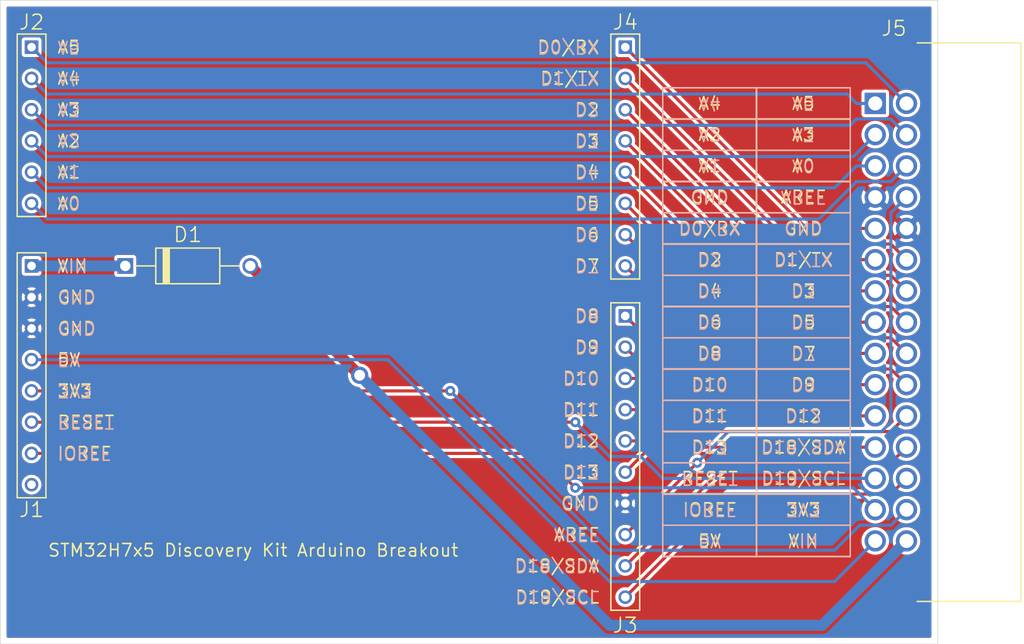
<source format=kicad_pcb>
(kicad_pcb (version 20171130) (host pcbnew "(5.1.10)-1")

  (general
    (thickness 1.6)
    (drawings 361)
    (tracks 111)
    (zones 0)
    (modules 6)
    (nets 32)
  )

  (page A4)
  (layers
    (0 F.Cu signal)
    (31 B.Cu signal)
    (32 B.Adhes user)
    (33 F.Adhes user)
    (36 B.SilkS user)
    (37 F.SilkS user)
    (38 B.Mask user)
    (39 F.Mask user)
    (40 Dwgs.User user)
    (41 Cmts.User user)
    (42 Eco1.User user)
    (43 Eco2.User user)
    (44 Edge.Cuts user)
    (45 Margin user)
    (46 B.CrtYd user)
    (47 F.CrtYd user)
    (48 B.Fab user)
    (49 F.Fab user)
  )

  (setup
    (last_trace_width 0.254)
    (trace_clearance 0.254)
    (zone_clearance 0.1524)
    (zone_45_only no)
    (trace_min 0.1524)
    (via_size 0.8128)
    (via_drill 0.381)
    (via_min_size 0.508)
    (via_min_drill 0.254)
    (uvia_size 0.8128)
    (uvia_drill 0.381)
    (uvias_allowed no)
    (uvia_min_size 0)
    (uvia_min_drill 0)
    (edge_width 0.05)
    (segment_width 0.2)
    (pcb_text_width 0.3)
    (pcb_text_size 1.5 1.5)
    (mod_edge_width 0.12)
    (mod_text_size 1 1)
    (mod_text_width 0.15)
    (pad_size 1.524 1.524)
    (pad_drill 0.762)
    (pad_to_mask_clearance 0.000051)
    (aux_axis_origin 60.96 177.8)
    (visible_elements 7FFFFFFF)
    (pcbplotparams
      (layerselection 0x010fc_ffffffff)
      (usegerberextensions false)
      (usegerberattributes true)
      (usegerberadvancedattributes true)
      (creategerberjobfile true)
      (excludeedgelayer true)
      (linewidth 0.100000)
      (plotframeref false)
      (viasonmask false)
      (mode 1)
      (useauxorigin false)
      (hpglpennumber 1)
      (hpglpenspeed 20)
      (hpglpendiameter 15.000000)
      (psnegative false)
      (psa4output false)
      (plotreference true)
      (plotvalue true)
      (plotinvisibletext false)
      (padsonsilk false)
      (subtractmaskfromsilk false)
      (outputformat 1)
      (mirror false)
      (drillshape 1)
      (scaleselection 1)
      (outputdirectory ""))
  )

  (net 0 "")
  (net 1 "Net-(J1-Pad8)")
  (net 2 /IOREF)
  (net 3 /RESET)
  (net 4 +3V3)
  (net 5 +5V)
  (net 6 GND)
  (net 7 /VIN)
  (net 8 /A5)
  (net 9 /A4)
  (net 10 /A3)
  (net 11 /A2)
  (net 12 /A1)
  (net 13 /A0)
  (net 14 /D8)
  (net 15 /D9)
  (net 16 /D10)
  (net 17 /D11)
  (net 18 /D12)
  (net 19 /D13)
  (net 20 /AREF)
  (net 21 /D18_SDA)
  (net 22 /D19_SCL)
  (net 23 /D0_RX)
  (net 24 /D1_TX)
  (net 25 /D2)
  (net 26 /D3)
  (net 27 /D4)
  (net 28 /D5)
  (net 29 /D6)
  (net 30 /D7)
  (net 31 /VIN_D)

  (net_class Default "This is the default net class."
    (clearance 0.254)
    (trace_width 0.254)
    (via_dia 0.8128)
    (via_drill 0.381)
    (uvia_dia 0.8128)
    (uvia_drill 0.381)
    (diff_pair_width 0.2032)
    (diff_pair_gap 0.1524)
    (add_net +3V3)
    (add_net +5V)
    (add_net /A0)
    (add_net /A1)
    (add_net /A2)
    (add_net /A3)
    (add_net /A4)
    (add_net /A5)
    (add_net /AREF)
    (add_net /D0_RX)
    (add_net /D10)
    (add_net /D11)
    (add_net /D12)
    (add_net /D13)
    (add_net /D18_SDA)
    (add_net /D19_SCL)
    (add_net /D1_TX)
    (add_net /D2)
    (add_net /D3)
    (add_net /D4)
    (add_net /D5)
    (add_net /D6)
    (add_net /D7)
    (add_net /D8)
    (add_net /D9)
    (add_net /IOREF)
    (add_net /RESET)
    (add_net "Net-(J1-Pad8)")
  )

  (net_class Fill ""
    (clearance 0.1524)
    (trace_width 0.254)
    (via_dia 0.8128)
    (via_drill 0.381)
    (uvia_dia 0.8128)
    (uvia_drill 0.381)
    (diff_pair_width 0.2032)
    (diff_pair_gap 0.1524)
    (add_net GND)
  )

  (net_class PWR ""
    (clearance 0.254)
    (trace_width 0.889)
    (via_dia 1.397)
    (via_drill 0.889)
    (uvia_dia 0.8128)
    (uvia_drill 0.381)
    (diff_pair_width 0.2032)
    (diff_pair_gap 0.1524)
    (add_net /VIN)
    (add_net /VIN_D)
  )

  (module IPC_HDR:HDRV8W38P254_8X1_1991X234H813 (layer F.Cu) (tedit 612D79BB) (tstamp 6124B4F9)
    (at 111.76 138.176 270)
    (descr "Header, Vertical Non-Shrouded, 2.54 mm pitch; 0.38 mm lead width, 8 pins, 1 row, 8 pins per row, 19.91 mm L X 2.34 mm W X 8.13 mm H body")
    (path /61213B72)
    (fp_text reference J4 (at -10.922 0) (layer F.SilkS)
      (effects (font (size 1.2 1.2) (thickness 0.12)))
    )
    (fp_text value 9-146282-0-08 (at 0 0 270) (layer F.Fab)
      (effects (font (size 1.2 1.2) (thickness 0.12)))
    )
    (fp_text user %R (at 0 0 270) (layer F.Fab)
      (effects (font (size 1.86 1.86) (thickness 0.19)))
    )
    (fp_line (start -9.08 0.19) (end -9.08 -0.19) (layer Dwgs.User) (width 0.025))
    (fp_line (start -9.08 -0.19) (end -8.7 -0.19) (layer Dwgs.User) (width 0.025))
    (fp_line (start -8.7 -0.19) (end -8.7 0.19) (layer Dwgs.User) (width 0.025))
    (fp_line (start -8.7 0.19) (end -9.08 0.19) (layer Dwgs.User) (width 0.025))
    (fp_line (start -6.54 0.19) (end -6.54 -0.19) (layer Dwgs.User) (width 0.025))
    (fp_line (start -6.54 -0.19) (end -6.16 -0.19) (layer Dwgs.User) (width 0.025))
    (fp_line (start -6.16 -0.19) (end -6.16 0.19) (layer Dwgs.User) (width 0.025))
    (fp_line (start -6.16 0.19) (end -6.54 0.19) (layer Dwgs.User) (width 0.025))
    (fp_line (start -4 0.19) (end -4 -0.19) (layer Dwgs.User) (width 0.025))
    (fp_line (start -4 -0.19) (end -3.62 -0.19) (layer Dwgs.User) (width 0.025))
    (fp_line (start -3.62 -0.19) (end -3.62 0.19) (layer Dwgs.User) (width 0.025))
    (fp_line (start -3.62 0.19) (end -4 0.19) (layer Dwgs.User) (width 0.025))
    (fp_line (start -1.46 0.19) (end -1.46 -0.19) (layer Dwgs.User) (width 0.025))
    (fp_line (start -1.46 -0.19) (end -1.08 -0.19) (layer Dwgs.User) (width 0.025))
    (fp_line (start -1.08 -0.19) (end -1.08 0.19) (layer Dwgs.User) (width 0.025))
    (fp_line (start -1.08 0.19) (end -1.46 0.19) (layer Dwgs.User) (width 0.025))
    (fp_line (start 1.08 0.19) (end 1.08 -0.19) (layer Dwgs.User) (width 0.025))
    (fp_line (start 1.08 -0.19) (end 1.46 -0.19) (layer Dwgs.User) (width 0.025))
    (fp_line (start 1.46 -0.19) (end 1.46 0.19) (layer Dwgs.User) (width 0.025))
    (fp_line (start 1.46 0.19) (end 1.08 0.19) (layer Dwgs.User) (width 0.025))
    (fp_line (start 3.62 0.19) (end 3.62 -0.19) (layer Dwgs.User) (width 0.025))
    (fp_line (start 3.62 -0.19) (end 4 -0.19) (layer Dwgs.User) (width 0.025))
    (fp_line (start 4 -0.19) (end 4 0.19) (layer Dwgs.User) (width 0.025))
    (fp_line (start 4 0.19) (end 3.62 0.19) (layer Dwgs.User) (width 0.025))
    (fp_line (start 6.16 0.19) (end 6.16 -0.19) (layer Dwgs.User) (width 0.025))
    (fp_line (start 6.16 -0.19) (end 6.54 -0.19) (layer Dwgs.User) (width 0.025))
    (fp_line (start 6.54 -0.19) (end 6.54 0.19) (layer Dwgs.User) (width 0.025))
    (fp_line (start 6.54 0.19) (end 6.16 0.19) (layer Dwgs.User) (width 0.025))
    (fp_line (start 8.7 0.19) (end 8.7 -0.19) (layer Dwgs.User) (width 0.025))
    (fp_line (start 8.7 -0.19) (end 9.08 -0.19) (layer Dwgs.User) (width 0.025))
    (fp_line (start 9.08 -0.19) (end 9.08 0.19) (layer Dwgs.User) (width 0.025))
    (fp_line (start 9.08 0.19) (end 8.7 0.19) (layer Dwgs.User) (width 0.025))
    (fp_line (start -9.955 1.17) (end -9.955 -1.17) (layer Dwgs.User) (width 0.025))
    (fp_line (start -9.955 -1.17) (end 9.955 -1.17) (layer Dwgs.User) (width 0.025))
    (fp_line (start 9.955 -1.17) (end 9.955 1.17) (layer Dwgs.User) (width 0.025))
    (fp_line (start 9.955 1.17) (end -9.955 1.17) (layer Dwgs.User) (width 0.025))
    (fp_line (start -9.955 1.17) (end -9.955 -1.17) (layer F.Fab) (width 0.12))
    (fp_line (start -9.955 -1.17) (end 9.955 -1.17) (layer F.Fab) (width 0.12))
    (fp_line (start 9.955 -1.17) (end 9.955 1.17) (layer F.Fab) (width 0.12))
    (fp_line (start 9.955 1.17) (end -9.955 1.17) (layer F.Fab) (width 0.12))
    (fp_line (start -9.955 1.17) (end -9.955 -1.17) (layer F.SilkS) (width 0.12))
    (fp_line (start -9.955 -1.17) (end 9.955 -1.17) (layer F.SilkS) (width 0.12))
    (fp_line (start 9.955 -1.17) (end 9.955 1.17) (layer F.SilkS) (width 0.12))
    (fp_line (start 9.955 1.17) (end -9.955 1.17) (layer F.SilkS) (width 0.12))
    (fp_line (start -10.205 1.42) (end -10.205 -1.42) (layer F.CrtYd) (width 0.05))
    (fp_line (start -10.205 -1.42) (end 10.205 -1.42) (layer F.CrtYd) (width 0.05))
    (fp_line (start 10.205 -1.42) (end 10.205 1.42) (layer F.CrtYd) (width 0.05))
    (fp_line (start 10.205 1.42) (end -10.205 1.42) (layer F.CrtYd) (width 0.05))
    (fp_circle (center 0 0) (end 0.25 0) (layer Dwgs.User) (width 0.05))
    (fp_line (start 0.35 0) (end -0.35 0) (layer Dwgs.User) (width 0.05))
    (fp_line (start 0 -0.35) (end 0 0.35) (layer Dwgs.User) (width 0.05))
    (pad 8 thru_hole circle (at 8.89 0 270) (size 1.1 1.1) (drill 0.7) (layers *.Cu *.Mask)
      (net 30 /D7))
    (pad 7 thru_hole circle (at 6.35 0 270) (size 1.1 1.1) (drill 0.7) (layers *.Cu *.Mask)
      (net 29 /D6))
    (pad 6 thru_hole circle (at 3.81 0 270) (size 1.1 1.1) (drill 0.7) (layers *.Cu *.Mask)
      (net 28 /D5))
    (pad 5 thru_hole circle (at 1.27 0 270) (size 1.1 1.1) (drill 0.7) (layers *.Cu *.Mask)
      (net 27 /D4))
    (pad 4 thru_hole circle (at -1.27 0 270) (size 1.1 1.1) (drill 0.7) (layers *.Cu *.Mask)
      (net 26 /D3))
    (pad 3 thru_hole circle (at -3.81 0 270) (size 1.1 1.1) (drill 0.7) (layers *.Cu *.Mask)
      (net 25 /D2))
    (pad 2 thru_hole circle (at -6.35 0 270) (size 1.1 1.1) (drill 0.7) (layers *.Cu *.Mask)
      (net 24 /D1_TX))
    (pad 1 thru_hole rect (at -8.89 0 270) (size 1.1 1.1) (drill 0.7) (layers *.Cu *.Mask)
      (net 23 /D0_RX))
  )

  (module IPC_DIO:DIOAD1016W60L520D290 (layer F.Cu) (tedit 612D7941) (tstamp 61298DA5)
    (at 76.2 147.066)
    (descr "Diode, Axial; 10.16 mm Pitch X 0.60 mm W 5.20 mm L X 2.90 mm Dia. body")
    (path /61280965)
    (fp_text reference D1 (at 0 -2.54) (layer F.SilkS)
      (effects (font (size 1.2 1.2) (thickness 0.12)))
    )
    (fp_text value D (at 0 0) (layer F.Fab)
      (effects (font (size 1.2 1.2) (thickness 0.12)))
    )
    (fp_poly (pts (xy -1.5 1.45) (xy -2 1.45) (xy -2 -1.45) (xy -1.5 -1.45)) (layer F.SilkS) (width 0.1))
    (fp_circle (center -5.08 0) (end -5.08 0.325) (layer Dwgs.User) (width 0.025))
    (fp_circle (center 5.08 0) (end 5.08 0.325) (layer Dwgs.User) (width 0.025))
    (fp_line (start -2.6 1.45) (end -2.6 -1.45) (layer Dwgs.User) (width 0.025))
    (fp_line (start -2.6 -1.45) (end 2.6 -1.45) (layer Dwgs.User) (width 0.025))
    (fp_line (start 2.6 -1.45) (end 2.6 1.45) (layer Dwgs.User) (width 0.025))
    (fp_line (start 2.6 1.45) (end -2.6 1.45) (layer Dwgs.User) (width 0.025))
    (fp_line (start -2.6 1.45) (end -2.6 -1.45) (layer F.Fab) (width 0.12))
    (fp_line (start -2.6 -1.45) (end 2.6 -1.45) (layer F.Fab) (width 0.12))
    (fp_line (start 2.6 -1.45) (end 2.6 1.45) (layer F.Fab) (width 0.12))
    (fp_line (start 2.6 1.45) (end -2.6 1.45) (layer F.Fab) (width 0.12))
    (fp_line (start -2.6 1.45) (end -2.6 -1.45) (layer F.SilkS) (width 0.12))
    (fp_line (start -2.6 -1.45) (end 2.6 -1.45) (layer F.SilkS) (width 0.12))
    (fp_line (start 2.6 -1.45) (end 2.6 1.45) (layer F.SilkS) (width 0.12))
    (fp_line (start 2.6 1.45) (end -2.6 1.45) (layer F.SilkS) (width 0.12))
    (fp_line (start 4.26 0) (end 2.6 0) (layer F.SilkS) (width 0.12))
    (fp_line (start -4.26 0) (end -2.6 0) (layer F.SilkS) (width 0.12))
    (fp_circle (center 0 0) (end 0.25 0) (layer Dwgs.User) (width 0.05))
    (fp_line (start 0.35 0) (end -0.35 0) (layer Dwgs.User) (width 0.05))
    (fp_line (start 0 -0.35) (end 0 0.35) (layer Dwgs.User) (width 0.05))
    (fp_line (start -2.85 1.7) (end 2.85 1.7) (layer F.CrtYd) (width 0.05))
    (fp_line (start 2.85 1.7) (end 2.85 0.89) (layer F.CrtYd) (width 0.05))
    (fp_line (start 2.85 0.89) (end 5.97 0.89) (layer F.CrtYd) (width 0.05))
    (fp_line (start 5.97 0.89) (end 5.97 -0.89) (layer F.CrtYd) (width 0.05))
    (fp_line (start 5.97 -0.89) (end 2.85 -0.89) (layer F.CrtYd) (width 0.05))
    (fp_line (start 2.85 -0.89) (end 2.85 -1.7) (layer F.CrtYd) (width 0.05))
    (fp_line (start 2.85 -1.7) (end -2.85 -1.7) (layer F.CrtYd) (width 0.05))
    (fp_line (start -2.85 -1.7) (end -2.85 -0.89) (layer F.CrtYd) (width 0.05))
    (fp_line (start -2.85 -0.89) (end -5.97 -0.89) (layer F.CrtYd) (width 0.05))
    (fp_line (start -5.97 -0.89) (end -5.97 0.89) (layer F.CrtYd) (width 0.05))
    (fp_line (start -5.97 0.89) (end -2.85 0.89) (layer F.CrtYd) (width 0.05))
    (fp_line (start -2.85 0.89) (end -2.85 1.7) (layer F.CrtYd) (width 0.05))
    (fp_text user %R (at 0 0) (layer F.Fab)
      (effects (font (size 2 2) (thickness 0.2)))
    )
    (pad C thru_hole rect (at -5.08 0) (size 1.28 1.28) (drill 0.85) (layers *.Cu *.Mask)
      (net 7 /VIN))
    (pad A thru_hole circle (at 5.08 0) (size 1.28 1.28) (drill 0.85) (layers *.Cu *.Mask)
      (net 31 /VIN_D))
  )

  (module IPC_HDR:SHDRRA30W70P254_15X2_4540X850H820 (layer F.Cu) (tedit 612D7914) (tstamp 6124AB11)
    (at 137.16 151.638 90)
    (descr "Header, Right Angle Shrouded, 2.54 mm pitch; 0.70 mm lead width, 30 pins, 2 rows, 15 pins per row, 45.40 mm L X 8.50 mm W X 8.20 mm H body")
    (path /61255043)
    (fp_text reference J5 (at 23.876 -3.556 180) (layer F.SilkS)
      (effects (font (size 1.2 1.2) (thickness 0.12)))
    )
    (fp_text value XG4C-3034 (at 0 0 90) (layer F.Fab)
      (effects (font (size 1.2 1.2) (thickness 0.12)))
    )
    (fp_line (start 17.43 -4.73) (end 17.43 -5.43) (layer Dwgs.User) (width 0.025))
    (fp_line (start 17.43 -5.43) (end 18.13 -5.43) (layer Dwgs.User) (width 0.025))
    (fp_line (start 18.13 -5.43) (end 18.13 -4.73) (layer Dwgs.User) (width 0.025))
    (fp_line (start 18.13 -4.73) (end 17.43 -4.73) (layer Dwgs.User) (width 0.025))
    (fp_line (start 17.43 -2.19) (end 17.43 -2.89) (layer Dwgs.User) (width 0.025))
    (fp_line (start 17.43 -2.89) (end 18.13 -2.89) (layer Dwgs.User) (width 0.025))
    (fp_line (start 18.13 -2.89) (end 18.13 -2.19) (layer Dwgs.User) (width 0.025))
    (fp_line (start 18.13 -2.19) (end 17.43 -2.19) (layer Dwgs.User) (width 0.025))
    (fp_line (start 14.89 -4.73) (end 14.89 -5.43) (layer Dwgs.User) (width 0.025))
    (fp_line (start 14.89 -5.43) (end 15.59 -5.43) (layer Dwgs.User) (width 0.025))
    (fp_line (start 15.59 -5.43) (end 15.59 -4.73) (layer Dwgs.User) (width 0.025))
    (fp_line (start 15.59 -4.73) (end 14.89 -4.73) (layer Dwgs.User) (width 0.025))
    (fp_line (start 14.89 -2.19) (end 14.89 -2.89) (layer Dwgs.User) (width 0.025))
    (fp_line (start 14.89 -2.89) (end 15.59 -2.89) (layer Dwgs.User) (width 0.025))
    (fp_line (start 15.59 -2.89) (end 15.59 -2.19) (layer Dwgs.User) (width 0.025))
    (fp_line (start 15.59 -2.19) (end 14.89 -2.19) (layer Dwgs.User) (width 0.025))
    (fp_line (start 12.35 -4.73) (end 12.35 -5.43) (layer Dwgs.User) (width 0.025))
    (fp_line (start 12.35 -5.43) (end 13.05 -5.43) (layer Dwgs.User) (width 0.025))
    (fp_line (start 13.05 -5.43) (end 13.05 -4.73) (layer Dwgs.User) (width 0.025))
    (fp_line (start 13.05 -4.73) (end 12.35 -4.73) (layer Dwgs.User) (width 0.025))
    (fp_line (start 12.35 -2.19) (end 12.35 -2.89) (layer Dwgs.User) (width 0.025))
    (fp_line (start 12.35 -2.89) (end 13.05 -2.89) (layer Dwgs.User) (width 0.025))
    (fp_line (start 13.05 -2.89) (end 13.05 -2.19) (layer Dwgs.User) (width 0.025))
    (fp_line (start 13.05 -2.19) (end 12.35 -2.19) (layer Dwgs.User) (width 0.025))
    (fp_line (start 9.81 -4.73) (end 9.81 -5.43) (layer Dwgs.User) (width 0.025))
    (fp_line (start 9.81 -5.43) (end 10.51 -5.43) (layer Dwgs.User) (width 0.025))
    (fp_line (start 10.51 -5.43) (end 10.51 -4.73) (layer Dwgs.User) (width 0.025))
    (fp_line (start 10.51 -4.73) (end 9.81 -4.73) (layer Dwgs.User) (width 0.025))
    (fp_line (start 9.81 -2.19) (end 9.81 -2.89) (layer Dwgs.User) (width 0.025))
    (fp_line (start 9.81 -2.89) (end 10.51 -2.89) (layer Dwgs.User) (width 0.025))
    (fp_line (start 10.51 -2.89) (end 10.51 -2.19) (layer Dwgs.User) (width 0.025))
    (fp_line (start 10.51 -2.19) (end 9.81 -2.19) (layer Dwgs.User) (width 0.025))
    (fp_line (start 7.27 -4.73) (end 7.27 -5.43) (layer Dwgs.User) (width 0.025))
    (fp_line (start 7.27 -5.43) (end 7.97 -5.43) (layer Dwgs.User) (width 0.025))
    (fp_line (start 7.97 -5.43) (end 7.97 -4.73) (layer Dwgs.User) (width 0.025))
    (fp_line (start 7.97 -4.73) (end 7.27 -4.73) (layer Dwgs.User) (width 0.025))
    (fp_line (start 7.27 -2.19) (end 7.27 -2.89) (layer Dwgs.User) (width 0.025))
    (fp_line (start 7.27 -2.89) (end 7.97 -2.89) (layer Dwgs.User) (width 0.025))
    (fp_line (start 7.97 -2.89) (end 7.97 -2.19) (layer Dwgs.User) (width 0.025))
    (fp_line (start 7.97 -2.19) (end 7.27 -2.19) (layer Dwgs.User) (width 0.025))
    (fp_line (start 4.73 -4.73) (end 4.73 -5.43) (layer Dwgs.User) (width 0.025))
    (fp_line (start 4.73 -5.43) (end 5.43 -5.43) (layer Dwgs.User) (width 0.025))
    (fp_line (start 5.43 -5.43) (end 5.43 -4.73) (layer Dwgs.User) (width 0.025))
    (fp_line (start 5.43 -4.73) (end 4.73 -4.73) (layer Dwgs.User) (width 0.025))
    (fp_line (start 4.73 -2.19) (end 4.73 -2.89) (layer Dwgs.User) (width 0.025))
    (fp_line (start 4.73 -2.89) (end 5.43 -2.89) (layer Dwgs.User) (width 0.025))
    (fp_line (start 5.43 -2.89) (end 5.43 -2.19) (layer Dwgs.User) (width 0.025))
    (fp_line (start 5.43 -2.19) (end 4.73 -2.19) (layer Dwgs.User) (width 0.025))
    (fp_line (start 2.19 -4.73) (end 2.19 -5.43) (layer Dwgs.User) (width 0.025))
    (fp_line (start 2.19 -5.43) (end 2.89 -5.43) (layer Dwgs.User) (width 0.025))
    (fp_line (start 2.89 -5.43) (end 2.89 -4.73) (layer Dwgs.User) (width 0.025))
    (fp_line (start 2.89 -4.73) (end 2.19 -4.73) (layer Dwgs.User) (width 0.025))
    (fp_line (start 2.19 -2.19) (end 2.19 -2.89) (layer Dwgs.User) (width 0.025))
    (fp_line (start 2.19 -2.89) (end 2.89 -2.89) (layer Dwgs.User) (width 0.025))
    (fp_line (start 2.89 -2.89) (end 2.89 -2.19) (layer Dwgs.User) (width 0.025))
    (fp_line (start 2.89 -2.19) (end 2.19 -2.19) (layer Dwgs.User) (width 0.025))
    (fp_line (start -0.35 -4.73) (end -0.35 -5.43) (layer Dwgs.User) (width 0.025))
    (fp_line (start -0.35 -5.43) (end 0.35 -5.43) (layer Dwgs.User) (width 0.025))
    (fp_line (start 0.35 -5.43) (end 0.35 -4.73) (layer Dwgs.User) (width 0.025))
    (fp_line (start 0.35 -4.73) (end -0.35 -4.73) (layer Dwgs.User) (width 0.025))
    (fp_line (start -0.35 -2.19) (end -0.35 -2.89) (layer Dwgs.User) (width 0.025))
    (fp_line (start -0.35 -2.89) (end 0.35 -2.89) (layer Dwgs.User) (width 0.025))
    (fp_line (start 0.35 -2.89) (end 0.35 -2.19) (layer Dwgs.User) (width 0.025))
    (fp_line (start 0.35 -2.19) (end -0.35 -2.19) (layer Dwgs.User) (width 0.025))
    (fp_line (start -2.89 -4.73) (end -2.89 -5.43) (layer Dwgs.User) (width 0.025))
    (fp_line (start -2.89 -5.43) (end -2.19 -5.43) (layer Dwgs.User) (width 0.025))
    (fp_line (start -2.19 -5.43) (end -2.19 -4.73) (layer Dwgs.User) (width 0.025))
    (fp_line (start -2.19 -4.73) (end -2.89 -4.73) (layer Dwgs.User) (width 0.025))
    (fp_line (start -2.89 -2.19) (end -2.89 -2.89) (layer Dwgs.User) (width 0.025))
    (fp_line (start -2.89 -2.89) (end -2.19 -2.89) (layer Dwgs.User) (width 0.025))
    (fp_line (start -2.19 -2.89) (end -2.19 -2.19) (layer Dwgs.User) (width 0.025))
    (fp_line (start -2.19 -2.19) (end -2.89 -2.19) (layer Dwgs.User) (width 0.025))
    (fp_line (start -5.43 -4.73) (end -5.43 -5.43) (layer Dwgs.User) (width 0.025))
    (fp_line (start -5.43 -5.43) (end -4.73 -5.43) (layer Dwgs.User) (width 0.025))
    (fp_line (start -4.73 -5.43) (end -4.73 -4.73) (layer Dwgs.User) (width 0.025))
    (fp_line (start -4.73 -4.73) (end -5.43 -4.73) (layer Dwgs.User) (width 0.025))
    (fp_line (start -5.43 -2.19) (end -5.43 -2.89) (layer Dwgs.User) (width 0.025))
    (fp_line (start -5.43 -2.89) (end -4.73 -2.89) (layer Dwgs.User) (width 0.025))
    (fp_line (start -4.73 -2.89) (end -4.73 -2.19) (layer Dwgs.User) (width 0.025))
    (fp_line (start -4.73 -2.19) (end -5.43 -2.19) (layer Dwgs.User) (width 0.025))
    (fp_line (start -7.97 -4.73) (end -7.97 -5.43) (layer Dwgs.User) (width 0.025))
    (fp_line (start -7.97 -5.43) (end -7.27 -5.43) (layer Dwgs.User) (width 0.025))
    (fp_line (start -7.27 -5.43) (end -7.27 -4.73) (layer Dwgs.User) (width 0.025))
    (fp_line (start -7.27 -4.73) (end -7.97 -4.73) (layer Dwgs.User) (width 0.025))
    (fp_line (start -7.97 -2.19) (end -7.97 -2.89) (layer Dwgs.User) (width 0.025))
    (fp_line (start -7.97 -2.89) (end -7.27 -2.89) (layer Dwgs.User) (width 0.025))
    (fp_line (start -7.27 -2.89) (end -7.27 -2.19) (layer Dwgs.User) (width 0.025))
    (fp_line (start -7.27 -2.19) (end -7.97 -2.19) (layer Dwgs.User) (width 0.025))
    (fp_line (start -10.51 -4.73) (end -10.51 -5.43) (layer Dwgs.User) (width 0.025))
    (fp_line (start -10.51 -5.43) (end -9.81 -5.43) (layer Dwgs.User) (width 0.025))
    (fp_line (start -9.81 -5.43) (end -9.81 -4.73) (layer Dwgs.User) (width 0.025))
    (fp_line (start -9.81 -4.73) (end -10.51 -4.73) (layer Dwgs.User) (width 0.025))
    (fp_line (start -10.51 -2.19) (end -10.51 -2.89) (layer Dwgs.User) (width 0.025))
    (fp_line (start -10.51 -2.89) (end -9.81 -2.89) (layer Dwgs.User) (width 0.025))
    (fp_line (start -9.81 -2.89) (end -9.81 -2.19) (layer Dwgs.User) (width 0.025))
    (fp_line (start -9.81 -2.19) (end -10.51 -2.19) (layer Dwgs.User) (width 0.025))
    (fp_line (start -13.05 -4.73) (end -13.05 -5.43) (layer Dwgs.User) (width 0.025))
    (fp_line (start -13.05 -5.43) (end -12.35 -5.43) (layer Dwgs.User) (width 0.025))
    (fp_line (start -12.35 -5.43) (end -12.35 -4.73) (layer Dwgs.User) (width 0.025))
    (fp_line (start -12.35 -4.73) (end -13.05 -4.73) (layer Dwgs.User) (width 0.025))
    (fp_line (start -13.05 -2.19) (end -13.05 -2.89) (layer Dwgs.User) (width 0.025))
    (fp_line (start -13.05 -2.89) (end -12.35 -2.89) (layer Dwgs.User) (width 0.025))
    (fp_line (start -12.35 -2.89) (end -12.35 -2.19) (layer Dwgs.User) (width 0.025))
    (fp_line (start -12.35 -2.19) (end -13.05 -2.19) (layer Dwgs.User) (width 0.025))
    (fp_line (start -15.59 -4.73) (end -15.59 -5.43) (layer Dwgs.User) (width 0.025))
    (fp_line (start -15.59 -5.43) (end -14.89 -5.43) (layer Dwgs.User) (width 0.025))
    (fp_line (start -14.89 -5.43) (end -14.89 -4.73) (layer Dwgs.User) (width 0.025))
    (fp_line (start -14.89 -4.73) (end -15.59 -4.73) (layer Dwgs.User) (width 0.025))
    (fp_line (start -15.59 -2.19) (end -15.59 -2.89) (layer Dwgs.User) (width 0.025))
    (fp_line (start -15.59 -2.89) (end -14.89 -2.89) (layer Dwgs.User) (width 0.025))
    (fp_line (start -14.89 -2.89) (end -14.89 -2.19) (layer Dwgs.User) (width 0.025))
    (fp_line (start -14.89 -2.19) (end -15.59 -2.19) (layer Dwgs.User) (width 0.025))
    (fp_line (start -18.13 -4.73) (end -18.13 -5.43) (layer Dwgs.User) (width 0.025))
    (fp_line (start -18.13 -5.43) (end -17.43 -5.43) (layer Dwgs.User) (width 0.025))
    (fp_line (start -17.43 -5.43) (end -17.43 -4.73) (layer Dwgs.User) (width 0.025))
    (fp_line (start -17.43 -4.73) (end -18.13 -4.73) (layer Dwgs.User) (width 0.025))
    (fp_line (start -18.13 -2.19) (end -18.13 -2.89) (layer Dwgs.User) (width 0.025))
    (fp_line (start -18.13 -2.89) (end -17.43 -2.89) (layer Dwgs.User) (width 0.025))
    (fp_line (start -17.43 -2.89) (end -17.43 -2.19) (layer Dwgs.User) (width 0.025))
    (fp_line (start -17.43 -2.19) (end -18.13 -2.19) (layer Dwgs.User) (width 0.025))
    (fp_line (start -22.7 6.76) (end -22.7 -1.74) (layer Dwgs.User) (width 0.025))
    (fp_line (start -22.7 -1.74) (end 22.7 -1.74) (layer Dwgs.User) (width 0.025))
    (fp_line (start 22.7 -1.74) (end 22.7 6.76) (layer Dwgs.User) (width 0.025))
    (fp_line (start 22.7 6.76) (end -22.7 6.76) (layer Dwgs.User) (width 0.025))
    (fp_line (start -22.7 6.76) (end -22.7 -1.74) (layer F.Fab) (width 0.12))
    (fp_line (start -22.7 -1.74) (end 22.7 -1.74) (layer F.Fab) (width 0.12))
    (fp_line (start 22.7 -1.74) (end 22.7 6.76) (layer F.Fab) (width 0.12))
    (fp_line (start 22.7 6.76) (end -22.7 6.76) (layer F.Fab) (width 0.12))
    (fp_line (start -22.95 7.0105) (end -22.95 -6.3745) (layer F.CrtYd) (width 0.05))
    (fp_line (start -22.95 -6.3745) (end 22.95 -6.3745) (layer F.CrtYd) (width 0.05))
    (fp_line (start 22.95 -6.3745) (end 22.95 7.0105) (layer F.CrtYd) (width 0.05))
    (fp_line (start 22.95 7.0105) (end -22.95 7.0105) (layer F.CrtYd) (width 0.05))
    (fp_circle (center 0 0) (end 0.25 0) (layer Dwgs.User) (width 0.05))
    (fp_line (start 0.35 0) (end -0.35 0) (layer Dwgs.User) (width 0.05))
    (fp_line (start 0 -0.35) (end 0 0.35) (layer Dwgs.User) (width 0.05))
    (fp_line (start -22.7 -1.674) (end -22.7 6.76) (layer F.SilkS) (width 0.12))
    (fp_line (start -22.7 6.76) (end 22.7 6.76) (layer F.SilkS) (width 0.12))
    (fp_line (start 22.7 6.76) (end 22.7 -1.674) (layer F.SilkS) (width 0.12))
    (fp_text user %R (at 0 0 90) (layer F.Fab)
      (effects (font (size 2 2) (thickness 0.2)))
    )
    (pad 1 thru_hole rect (at 17.78 -5.08 90) (size 1.73 1.73) (drill 1.15) (layers *.Cu *.Mask)
      (net 9 /A4))
    (pad 2 thru_hole circle (at 17.78 -2.54 90) (size 1.73 1.73) (drill 1.15) (layers *.Cu *.Mask)
      (net 8 /A5))
    (pad 3 thru_hole circle (at 15.24 -5.08 90) (size 1.73 1.73) (drill 1.15) (layers *.Cu *.Mask)
      (net 11 /A2))
    (pad 4 thru_hole circle (at 15.24 -2.54 90) (size 1.73 1.73) (drill 1.15) (layers *.Cu *.Mask)
      (net 10 /A3))
    (pad 5 thru_hole circle (at 12.7 -5.08 90) (size 1.73 1.73) (drill 1.15) (layers *.Cu *.Mask)
      (net 12 /A1))
    (pad 6 thru_hole circle (at 12.7 -2.54 90) (size 1.73 1.73) (drill 1.15) (layers *.Cu *.Mask)
      (net 13 /A0))
    (pad 7 thru_hole circle (at 10.16 -5.08 90) (size 1.73 1.73) (drill 1.15) (layers *.Cu *.Mask)
      (net 6 GND))
    (pad 8 thru_hole circle (at 10.16 -2.54 90) (size 1.73 1.73) (drill 1.15) (layers *.Cu *.Mask)
      (net 20 /AREF))
    (pad 9 thru_hole circle (at 7.62 -5.08 90) (size 1.73 1.73) (drill 1.15) (layers *.Cu *.Mask)
      (net 23 /D0_RX))
    (pad 10 thru_hole circle (at 7.62 -2.54 90) (size 1.73 1.73) (drill 1.15) (layers *.Cu *.Mask)
      (net 6 GND))
    (pad 11 thru_hole circle (at 5.08 -5.08 90) (size 1.73 1.73) (drill 1.15) (layers *.Cu *.Mask)
      (net 25 /D2))
    (pad 12 thru_hole circle (at 5.08 -2.54 90) (size 1.73 1.73) (drill 1.15) (layers *.Cu *.Mask)
      (net 24 /D1_TX))
    (pad 13 thru_hole circle (at 2.54 -5.08 90) (size 1.73 1.73) (drill 1.15) (layers *.Cu *.Mask)
      (net 27 /D4))
    (pad 14 thru_hole circle (at 2.54 -2.54 90) (size 1.73 1.73) (drill 1.15) (layers *.Cu *.Mask)
      (net 26 /D3))
    (pad 15 thru_hole circle (at 0 -5.08 90) (size 1.73 1.73) (drill 1.15) (layers *.Cu *.Mask)
      (net 29 /D6))
    (pad 16 thru_hole circle (at 0 -2.54 90) (size 1.73 1.73) (drill 1.15) (layers *.Cu *.Mask)
      (net 28 /D5))
    (pad 17 thru_hole circle (at -2.54 -5.08 90) (size 1.73 1.73) (drill 1.15) (layers *.Cu *.Mask)
      (net 14 /D8))
    (pad 18 thru_hole circle (at -2.54 -2.54 90) (size 1.73 1.73) (drill 1.15) (layers *.Cu *.Mask)
      (net 30 /D7))
    (pad 19 thru_hole circle (at -5.08 -5.08 90) (size 1.73 1.73) (drill 1.15) (layers *.Cu *.Mask)
      (net 16 /D10))
    (pad 20 thru_hole circle (at -5.08 -2.54 90) (size 1.73 1.73) (drill 1.15) (layers *.Cu *.Mask)
      (net 15 /D9))
    (pad 21 thru_hole circle (at -7.62 -5.08 90) (size 1.73 1.73) (drill 1.15) (layers *.Cu *.Mask)
      (net 17 /D11))
    (pad 22 thru_hole circle (at -7.62 -2.54 90) (size 1.73 1.73) (drill 1.15) (layers *.Cu *.Mask)
      (net 18 /D12))
    (pad 23 thru_hole circle (at -10.16 -5.08 90) (size 1.73 1.73) (drill 1.15) (layers *.Cu *.Mask)
      (net 19 /D13))
    (pad 24 thru_hole circle (at -10.16 -2.54 90) (size 1.73 1.73) (drill 1.15) (layers *.Cu *.Mask)
      (net 21 /D18_SDA))
    (pad 25 thru_hole circle (at -12.7 -5.08 90) (size 1.73 1.73) (drill 1.15) (layers *.Cu *.Mask)
      (net 3 /RESET))
    (pad 26 thru_hole circle (at -12.7 -2.54 90) (size 1.73 1.73) (drill 1.15) (layers *.Cu *.Mask)
      (net 22 /D19_SCL))
    (pad 27 thru_hole circle (at -15.24 -5.08 90) (size 1.73 1.73) (drill 1.15) (layers *.Cu *.Mask)
      (net 2 /IOREF))
    (pad 28 thru_hole circle (at -15.24 -2.54 90) (size 1.73 1.73) (drill 1.15) (layers *.Cu *.Mask)
      (net 4 +3V3))
    (pad 29 thru_hole circle (at -17.78 -5.08 90) (size 1.73 1.73) (drill 1.15) (layers *.Cu *.Mask)
      (net 5 +5V))
    (pad 30 thru_hole circle (at -17.78 -2.54 90) (size 1.73 1.73) (drill 1.15) (layers *.Cu *.Mask)
      (net 31 /VIN_D))
  )

  (module IPC_HDR:HDRV10W38P254_10X1_2499X234H813 (layer F.Cu) (tedit 612D788B) (tstamp 6124AA24)
    (at 111.76 162.56 270)
    (descr "Header, Vertical Non-Shrouded, 2.54 mm pitch; 0.38 mm lead width, 10 pins, 1 row, 10 pins per row, 24.99 mm L X 2.34 mm W X 8.13 mm H body")
    (path /6121517D)
    (fp_text reference J3 (at 13.716 0) (layer F.SilkS)
      (effects (font (size 1.2 1.2) (thickness 0.12)))
    )
    (fp_text value 9-146282-0-10 (at 0 0 270) (layer F.Fab)
      (effects (font (size 1.2 1.2) (thickness 0.12)))
    )
    (fp_line (start -11.62 0.19) (end -11.62 -0.19) (layer Dwgs.User) (width 0.025))
    (fp_line (start -11.62 -0.19) (end -11.24 -0.19) (layer Dwgs.User) (width 0.025))
    (fp_line (start -11.24 -0.19) (end -11.24 0.19) (layer Dwgs.User) (width 0.025))
    (fp_line (start -11.24 0.19) (end -11.62 0.19) (layer Dwgs.User) (width 0.025))
    (fp_line (start -9.08 0.19) (end -9.08 -0.19) (layer Dwgs.User) (width 0.025))
    (fp_line (start -9.08 -0.19) (end -8.7 -0.19) (layer Dwgs.User) (width 0.025))
    (fp_line (start -8.7 -0.19) (end -8.7 0.19) (layer Dwgs.User) (width 0.025))
    (fp_line (start -8.7 0.19) (end -9.08 0.19) (layer Dwgs.User) (width 0.025))
    (fp_line (start -6.54 0.19) (end -6.54 -0.19) (layer Dwgs.User) (width 0.025))
    (fp_line (start -6.54 -0.19) (end -6.16 -0.19) (layer Dwgs.User) (width 0.025))
    (fp_line (start -6.16 -0.19) (end -6.16 0.19) (layer Dwgs.User) (width 0.025))
    (fp_line (start -6.16 0.19) (end -6.54 0.19) (layer Dwgs.User) (width 0.025))
    (fp_line (start -4 0.19) (end -4 -0.19) (layer Dwgs.User) (width 0.025))
    (fp_line (start -4 -0.19) (end -3.62 -0.19) (layer Dwgs.User) (width 0.025))
    (fp_line (start -3.62 -0.19) (end -3.62 0.19) (layer Dwgs.User) (width 0.025))
    (fp_line (start -3.62 0.19) (end -4 0.19) (layer Dwgs.User) (width 0.025))
    (fp_line (start -1.46 0.19) (end -1.46 -0.19) (layer Dwgs.User) (width 0.025))
    (fp_line (start -1.46 -0.19) (end -1.08 -0.19) (layer Dwgs.User) (width 0.025))
    (fp_line (start -1.08 -0.19) (end -1.08 0.19) (layer Dwgs.User) (width 0.025))
    (fp_line (start -1.08 0.19) (end -1.46 0.19) (layer Dwgs.User) (width 0.025))
    (fp_line (start 1.08 0.19) (end 1.08 -0.19) (layer Dwgs.User) (width 0.025))
    (fp_line (start 1.08 -0.19) (end 1.46 -0.19) (layer Dwgs.User) (width 0.025))
    (fp_line (start 1.46 -0.19) (end 1.46 0.19) (layer Dwgs.User) (width 0.025))
    (fp_line (start 1.46 0.19) (end 1.08 0.19) (layer Dwgs.User) (width 0.025))
    (fp_line (start 3.62 0.19) (end 3.62 -0.19) (layer Dwgs.User) (width 0.025))
    (fp_line (start 3.62 -0.19) (end 4 -0.19) (layer Dwgs.User) (width 0.025))
    (fp_line (start 4 -0.19) (end 4 0.19) (layer Dwgs.User) (width 0.025))
    (fp_line (start 4 0.19) (end 3.62 0.19) (layer Dwgs.User) (width 0.025))
    (fp_line (start 6.16 0.19) (end 6.16 -0.19) (layer Dwgs.User) (width 0.025))
    (fp_line (start 6.16 -0.19) (end 6.54 -0.19) (layer Dwgs.User) (width 0.025))
    (fp_line (start 6.54 -0.19) (end 6.54 0.19) (layer Dwgs.User) (width 0.025))
    (fp_line (start 6.54 0.19) (end 6.16 0.19) (layer Dwgs.User) (width 0.025))
    (fp_line (start 8.7 0.19) (end 8.7 -0.19) (layer Dwgs.User) (width 0.025))
    (fp_line (start 8.7 -0.19) (end 9.08 -0.19) (layer Dwgs.User) (width 0.025))
    (fp_line (start 9.08 -0.19) (end 9.08 0.19) (layer Dwgs.User) (width 0.025))
    (fp_line (start 9.08 0.19) (end 8.7 0.19) (layer Dwgs.User) (width 0.025))
    (fp_line (start 11.24 0.19) (end 11.24 -0.19) (layer Dwgs.User) (width 0.025))
    (fp_line (start 11.24 -0.19) (end 11.62 -0.19) (layer Dwgs.User) (width 0.025))
    (fp_line (start 11.62 -0.19) (end 11.62 0.19) (layer Dwgs.User) (width 0.025))
    (fp_line (start 11.62 0.19) (end 11.24 0.19) (layer Dwgs.User) (width 0.025))
    (fp_line (start -12.495 1.17) (end -12.495 -1.17) (layer Dwgs.User) (width 0.025))
    (fp_line (start -12.495 -1.17) (end 12.495 -1.17) (layer Dwgs.User) (width 0.025))
    (fp_line (start 12.495 -1.17) (end 12.495 1.17) (layer Dwgs.User) (width 0.025))
    (fp_line (start 12.495 1.17) (end -12.495 1.17) (layer Dwgs.User) (width 0.025))
    (fp_line (start -12.495 1.17) (end -12.495 -1.17) (layer F.Fab) (width 0.12))
    (fp_line (start -12.495 -1.17) (end 12.495 -1.17) (layer F.Fab) (width 0.12))
    (fp_line (start 12.495 -1.17) (end 12.495 1.17) (layer F.Fab) (width 0.12))
    (fp_line (start 12.495 1.17) (end -12.495 1.17) (layer F.Fab) (width 0.12))
    (fp_line (start -12.495 1.17) (end -12.495 -1.17) (layer F.SilkS) (width 0.12))
    (fp_line (start -12.495 -1.17) (end 12.495 -1.17) (layer F.SilkS) (width 0.12))
    (fp_line (start 12.495 -1.17) (end 12.495 1.17) (layer F.SilkS) (width 0.12))
    (fp_line (start 12.495 1.17) (end -12.495 1.17) (layer F.SilkS) (width 0.12))
    (fp_line (start -12.745 1.42) (end -12.745 -1.42) (layer F.CrtYd) (width 0.05))
    (fp_line (start -12.745 -1.42) (end 12.745 -1.42) (layer F.CrtYd) (width 0.05))
    (fp_line (start 12.745 -1.42) (end 12.745 1.42) (layer F.CrtYd) (width 0.05))
    (fp_line (start 12.745 1.42) (end -12.745 1.42) (layer F.CrtYd) (width 0.05))
    (fp_circle (center 0 0) (end 0.25 0) (layer Dwgs.User) (width 0.05))
    (fp_line (start 0.35 0) (end -0.35 0) (layer Dwgs.User) (width 0.05))
    (fp_line (start 0 -0.35) (end 0 0.35) (layer Dwgs.User) (width 0.05))
    (fp_text user %R (at 0 0 270) (layer F.Fab)
      (effects (font (size 1.86 1.86) (thickness 0.19)))
    )
    (pad 1 thru_hole rect (at -11.43 0 270) (size 1.1 1.1) (drill 0.7) (layers *.Cu *.Mask)
      (net 14 /D8))
    (pad 2 thru_hole circle (at -8.89 0 270) (size 1.1 1.1) (drill 0.7) (layers *.Cu *.Mask)
      (net 15 /D9))
    (pad 3 thru_hole circle (at -6.35 0 270) (size 1.1 1.1) (drill 0.7) (layers *.Cu *.Mask)
      (net 16 /D10))
    (pad 4 thru_hole circle (at -3.81 0 270) (size 1.1 1.1) (drill 0.7) (layers *.Cu *.Mask)
      (net 17 /D11))
    (pad 5 thru_hole circle (at -1.27 0 270) (size 1.1 1.1) (drill 0.7) (layers *.Cu *.Mask)
      (net 18 /D12))
    (pad 6 thru_hole circle (at 1.27 0 270) (size 1.1 1.1) (drill 0.7) (layers *.Cu *.Mask)
      (net 19 /D13))
    (pad 7 thru_hole circle (at 3.81 0 270) (size 1.1 1.1) (drill 0.7) (layers *.Cu *.Mask)
      (net 6 GND))
    (pad 8 thru_hole circle (at 6.35 0 270) (size 1.1 1.1) (drill 0.7) (layers *.Cu *.Mask)
      (net 20 /AREF))
    (pad 9 thru_hole circle (at 8.89 0 270) (size 1.1 1.1) (drill 0.7) (layers *.Cu *.Mask)
      (net 21 /D18_SDA))
    (pad 10 thru_hole circle (at 11.43 0 270) (size 1.1 1.1) (drill 0.7) (layers *.Cu *.Mask)
      (net 22 /D19_SCL))
  )

  (module IPC_HDR:HDRV6W38P254_6X1_1483X234H813 (layer F.Cu) (tedit 612D7863) (tstamp 6124BA81)
    (at 63.5 135.636 270)
    (descr "Header, Vertical Non-Shrouded, 2.54 mm pitch; 0.38 mm lead width, 6 pins, 1 row, 6 pins per row, 14.83 mm L X 2.34 mm W X 8.13 mm H body")
    (path /61212E76)
    (fp_text reference J2 (at -8.382 0) (layer F.SilkS)
      (effects (font (size 1.2 1.2) (thickness 0.12)))
    )
    (fp_text value 9-146282-0-06 (at 0 0 270) (layer F.Fab)
      (effects (font (size 1.2 1.2) (thickness 0.12)))
    )
    (fp_line (start 0 -0.35) (end 0 0.35) (layer Dwgs.User) (width 0.05))
    (fp_line (start 0.35 0) (end -0.35 0) (layer Dwgs.User) (width 0.05))
    (fp_circle (center 0 0) (end 0.25 0) (layer Dwgs.User) (width 0.05))
    (fp_line (start 7.665 1.42) (end -7.665 1.42) (layer F.CrtYd) (width 0.05))
    (fp_line (start 7.665 -1.42) (end 7.665 1.42) (layer F.CrtYd) (width 0.05))
    (fp_line (start -7.665 -1.42) (end 7.665 -1.42) (layer F.CrtYd) (width 0.05))
    (fp_line (start -7.665 1.42) (end -7.665 -1.42) (layer F.CrtYd) (width 0.05))
    (fp_line (start 7.415 1.17) (end -7.415 1.17) (layer F.SilkS) (width 0.12))
    (fp_line (start 7.415 -1.17) (end 7.415 1.17) (layer F.SilkS) (width 0.12))
    (fp_line (start -7.415 -1.17) (end 7.415 -1.17) (layer F.SilkS) (width 0.12))
    (fp_line (start -7.415 1.17) (end -7.415 -1.17) (layer F.SilkS) (width 0.12))
    (fp_line (start 7.415 1.17) (end -7.415 1.17) (layer F.Fab) (width 0.12))
    (fp_line (start 7.415 -1.17) (end 7.415 1.17) (layer F.Fab) (width 0.12))
    (fp_line (start -7.415 -1.17) (end 7.415 -1.17) (layer F.Fab) (width 0.12))
    (fp_line (start -7.415 1.17) (end -7.415 -1.17) (layer F.Fab) (width 0.12))
    (fp_line (start 7.415 1.17) (end -7.415 1.17) (layer Dwgs.User) (width 0.025))
    (fp_line (start 7.415 -1.17) (end 7.415 1.17) (layer Dwgs.User) (width 0.025))
    (fp_line (start -7.415 -1.17) (end 7.415 -1.17) (layer Dwgs.User) (width 0.025))
    (fp_line (start -7.415 1.17) (end -7.415 -1.17) (layer Dwgs.User) (width 0.025))
    (fp_line (start 6.54 0.19) (end 6.16 0.19) (layer Dwgs.User) (width 0.025))
    (fp_line (start 6.54 -0.19) (end 6.54 0.19) (layer Dwgs.User) (width 0.025))
    (fp_line (start 6.16 -0.19) (end 6.54 -0.19) (layer Dwgs.User) (width 0.025))
    (fp_line (start 6.16 0.19) (end 6.16 -0.19) (layer Dwgs.User) (width 0.025))
    (fp_line (start 4 0.19) (end 3.62 0.19) (layer Dwgs.User) (width 0.025))
    (fp_line (start 4 -0.19) (end 4 0.19) (layer Dwgs.User) (width 0.025))
    (fp_line (start 3.62 -0.19) (end 4 -0.19) (layer Dwgs.User) (width 0.025))
    (fp_line (start 3.62 0.19) (end 3.62 -0.19) (layer Dwgs.User) (width 0.025))
    (fp_line (start 1.46 0.19) (end 1.08 0.19) (layer Dwgs.User) (width 0.025))
    (fp_line (start 1.46 -0.19) (end 1.46 0.19) (layer Dwgs.User) (width 0.025))
    (fp_line (start 1.08 -0.19) (end 1.46 -0.19) (layer Dwgs.User) (width 0.025))
    (fp_line (start 1.08 0.19) (end 1.08 -0.19) (layer Dwgs.User) (width 0.025))
    (fp_line (start -1.08 0.19) (end -1.46 0.19) (layer Dwgs.User) (width 0.025))
    (fp_line (start -1.08 -0.19) (end -1.08 0.19) (layer Dwgs.User) (width 0.025))
    (fp_line (start -1.46 -0.19) (end -1.08 -0.19) (layer Dwgs.User) (width 0.025))
    (fp_line (start -1.46 0.19) (end -1.46 -0.19) (layer Dwgs.User) (width 0.025))
    (fp_line (start -3.62 0.19) (end -4 0.19) (layer Dwgs.User) (width 0.025))
    (fp_line (start -3.62 -0.19) (end -3.62 0.19) (layer Dwgs.User) (width 0.025))
    (fp_line (start -4 -0.19) (end -3.62 -0.19) (layer Dwgs.User) (width 0.025))
    (fp_line (start -4 0.19) (end -4 -0.19) (layer Dwgs.User) (width 0.025))
    (fp_line (start -6.16 0.19) (end -6.54 0.19) (layer Dwgs.User) (width 0.025))
    (fp_line (start -6.16 -0.19) (end -6.16 0.19) (layer Dwgs.User) (width 0.025))
    (fp_line (start -6.54 -0.19) (end -6.16 -0.19) (layer Dwgs.User) (width 0.025))
    (fp_line (start -6.54 0.19) (end -6.54 -0.19) (layer Dwgs.User) (width 0.025))
    (fp_text user %R (at 0 0 270) (layer F.Fab)
      (effects (font (size 1.86 1.86) (thickness 0.19)))
    )
    (pad 1 thru_hole rect (at -6.35 0 270) (size 1.1 1.1) (drill 0.7) (layers *.Cu *.Mask)
      (net 8 /A5))
    (pad 2 thru_hole circle (at -3.81 0 270) (size 1.1 1.1) (drill 0.7) (layers *.Cu *.Mask)
      (net 9 /A4))
    (pad 3 thru_hole circle (at -1.27 0 270) (size 1.1 1.1) (drill 0.7) (layers *.Cu *.Mask)
      (net 10 /A3))
    (pad 4 thru_hole circle (at 1.27 0 270) (size 1.1 1.1) (drill 0.7) (layers *.Cu *.Mask)
      (net 11 /A2))
    (pad 5 thru_hole circle (at 3.81 0 270) (size 1.1 1.1) (drill 0.7) (layers *.Cu *.Mask)
      (net 12 /A1))
    (pad 6 thru_hole circle (at 6.35 0 270) (size 1.1 1.1) (drill 0.7) (layers *.Cu *.Mask)
      (net 13 /A0))
  )

  (module IPC_HDR:HDRV8W38P254_8X1_1991X234H813 (layer F.Cu) (tedit 612D782B) (tstamp 6124B9CE)
    (at 63.5 155.956 270)
    (descr "Header, Vertical Non-Shrouded, 2.54 mm pitch; 0.38 mm lead width, 8 pins, 1 row, 8 pins per row, 19.91 mm L X 2.34 mm W X 8.13 mm H body")
    (path /61214811)
    (fp_text reference J1 (at 10.922 0) (layer F.SilkS)
      (effects (font (size 1.2 1.2) (thickness 0.12)))
    )
    (fp_text value 9-146282-0-08 (at 0 0 270) (layer F.Fab)
      (effects (font (size 1.2 1.2) (thickness 0.12)))
    )
    (fp_line (start 0 -0.35) (end 0 0.35) (layer Dwgs.User) (width 0.05))
    (fp_line (start 0.35 0) (end -0.35 0) (layer Dwgs.User) (width 0.05))
    (fp_circle (center 0 0) (end 0.25 0) (layer Dwgs.User) (width 0.05))
    (fp_line (start 10.205 1.42) (end -10.205 1.42) (layer F.CrtYd) (width 0.05))
    (fp_line (start 10.205 -1.42) (end 10.205 1.42) (layer F.CrtYd) (width 0.05))
    (fp_line (start -10.205 -1.42) (end 10.205 -1.42) (layer F.CrtYd) (width 0.05))
    (fp_line (start -10.205 1.42) (end -10.205 -1.42) (layer F.CrtYd) (width 0.05))
    (fp_line (start 9.955 1.17) (end -9.955 1.17) (layer F.SilkS) (width 0.12))
    (fp_line (start 9.955 -1.17) (end 9.955 1.17) (layer F.SilkS) (width 0.12))
    (fp_line (start -9.955 -1.17) (end 9.955 -1.17) (layer F.SilkS) (width 0.12))
    (fp_line (start -9.955 1.17) (end -9.955 -1.17) (layer F.SilkS) (width 0.12))
    (fp_line (start 9.955 1.17) (end -9.955 1.17) (layer F.Fab) (width 0.12))
    (fp_line (start 9.955 -1.17) (end 9.955 1.17) (layer F.Fab) (width 0.12))
    (fp_line (start -9.955 -1.17) (end 9.955 -1.17) (layer F.Fab) (width 0.12))
    (fp_line (start -9.955 1.17) (end -9.955 -1.17) (layer F.Fab) (width 0.12))
    (fp_line (start 9.955 1.17) (end -9.955 1.17) (layer Dwgs.User) (width 0.025))
    (fp_line (start 9.955 -1.17) (end 9.955 1.17) (layer Dwgs.User) (width 0.025))
    (fp_line (start -9.955 -1.17) (end 9.955 -1.17) (layer Dwgs.User) (width 0.025))
    (fp_line (start -9.955 1.17) (end -9.955 -1.17) (layer Dwgs.User) (width 0.025))
    (fp_line (start 9.08 0.19) (end 8.7 0.19) (layer Dwgs.User) (width 0.025))
    (fp_line (start 9.08 -0.19) (end 9.08 0.19) (layer Dwgs.User) (width 0.025))
    (fp_line (start 8.7 -0.19) (end 9.08 -0.19) (layer Dwgs.User) (width 0.025))
    (fp_line (start 8.7 0.19) (end 8.7 -0.19) (layer Dwgs.User) (width 0.025))
    (fp_line (start 6.54 0.19) (end 6.16 0.19) (layer Dwgs.User) (width 0.025))
    (fp_line (start 6.54 -0.19) (end 6.54 0.19) (layer Dwgs.User) (width 0.025))
    (fp_line (start 6.16 -0.19) (end 6.54 -0.19) (layer Dwgs.User) (width 0.025))
    (fp_line (start 6.16 0.19) (end 6.16 -0.19) (layer Dwgs.User) (width 0.025))
    (fp_line (start 4 0.19) (end 3.62 0.19) (layer Dwgs.User) (width 0.025))
    (fp_line (start 4 -0.19) (end 4 0.19) (layer Dwgs.User) (width 0.025))
    (fp_line (start 3.62 -0.19) (end 4 -0.19) (layer Dwgs.User) (width 0.025))
    (fp_line (start 3.62 0.19) (end 3.62 -0.19) (layer Dwgs.User) (width 0.025))
    (fp_line (start 1.46 0.19) (end 1.08 0.19) (layer Dwgs.User) (width 0.025))
    (fp_line (start 1.46 -0.19) (end 1.46 0.19) (layer Dwgs.User) (width 0.025))
    (fp_line (start 1.08 -0.19) (end 1.46 -0.19) (layer Dwgs.User) (width 0.025))
    (fp_line (start 1.08 0.19) (end 1.08 -0.19) (layer Dwgs.User) (width 0.025))
    (fp_line (start -1.08 0.19) (end -1.46 0.19) (layer Dwgs.User) (width 0.025))
    (fp_line (start -1.08 -0.19) (end -1.08 0.19) (layer Dwgs.User) (width 0.025))
    (fp_line (start -1.46 -0.19) (end -1.08 -0.19) (layer Dwgs.User) (width 0.025))
    (fp_line (start -1.46 0.19) (end -1.46 -0.19) (layer Dwgs.User) (width 0.025))
    (fp_line (start -3.62 0.19) (end -4 0.19) (layer Dwgs.User) (width 0.025))
    (fp_line (start -3.62 -0.19) (end -3.62 0.19) (layer Dwgs.User) (width 0.025))
    (fp_line (start -4 -0.19) (end -3.62 -0.19) (layer Dwgs.User) (width 0.025))
    (fp_line (start -4 0.19) (end -4 -0.19) (layer Dwgs.User) (width 0.025))
    (fp_line (start -6.16 0.19) (end -6.54 0.19) (layer Dwgs.User) (width 0.025))
    (fp_line (start -6.16 -0.19) (end -6.16 0.19) (layer Dwgs.User) (width 0.025))
    (fp_line (start -6.54 -0.19) (end -6.16 -0.19) (layer Dwgs.User) (width 0.025))
    (fp_line (start -6.54 0.19) (end -6.54 -0.19) (layer Dwgs.User) (width 0.025))
    (fp_line (start -8.7 0.19) (end -9.08 0.19) (layer Dwgs.User) (width 0.025))
    (fp_line (start -8.7 -0.19) (end -8.7 0.19) (layer Dwgs.User) (width 0.025))
    (fp_line (start -9.08 -0.19) (end -8.7 -0.19) (layer Dwgs.User) (width 0.025))
    (fp_line (start -9.08 0.19) (end -9.08 -0.19) (layer Dwgs.User) (width 0.025))
    (fp_text user %R (at 0 0 270) (layer F.Fab)
      (effects (font (size 1.86 1.86) (thickness 0.19)))
    )
    (pad 8 thru_hole circle (at 8.89 0 270) (size 1.1 1.1) (drill 0.7) (layers *.Cu *.Mask)
      (net 1 "Net-(J1-Pad8)"))
    (pad 7 thru_hole circle (at 6.35 0 270) (size 1.1 1.1) (drill 0.7) (layers *.Cu *.Mask)
      (net 2 /IOREF))
    (pad 6 thru_hole circle (at 3.81 0 270) (size 1.1 1.1) (drill 0.7) (layers *.Cu *.Mask)
      (net 3 /RESET))
    (pad 5 thru_hole circle (at 1.27 0 270) (size 1.1 1.1) (drill 0.7) (layers *.Cu *.Mask)
      (net 4 +3V3))
    (pad 4 thru_hole circle (at -1.27 0 270) (size 1.1 1.1) (drill 0.7) (layers *.Cu *.Mask)
      (net 5 +5V))
    (pad 3 thru_hole circle (at -3.81 0 270) (size 1.1 1.1) (drill 0.7) (layers *.Cu *.Mask)
      (net 6 GND))
    (pad 2 thru_hole circle (at -6.35 0 270) (size 1.1 1.1) (drill 0.7) (layers *.Cu *.Mask)
      (net 6 GND))
    (pad 1 thru_hole rect (at -8.89 0 270) (size 1.1 1.1) (drill 0.7) (layers *.Cu *.Mask)
      (net 7 /VIN))
  )

  (gr_text "STM32H7x5 Discovery Kit Arduino Breakout" (at 64.77 170.18) (layer F.SilkS)
    (effects (font (size 1.016 1.016) (thickness 0.127)) (justify left))
  )
  (gr_text D4 (at 109.728 139.446 180) (layer B.SilkS) (tstamp 612C158C)
    (effects (font (size 1.016 1.016) (thickness 0.13)) (justify right mirror))
  )
  (gr_text D5 (at 109.728 141.986 180) (layer B.SilkS) (tstamp 612C158B)
    (effects (font (size 1.016 1.016) (thickness 0.13)) (justify right mirror))
  )
  (gr_text D0/RX (at 109.728 129.286 180) (layer B.SilkS) (tstamp 612C158A)
    (effects (font (size 1.016 1.016) (thickness 0.13)) (justify right mirror))
  )
  (gr_text D3 (at 109.728 136.906 180) (layer B.SilkS) (tstamp 612C1589)
    (effects (font (size 1.016 1.016) (thickness 0.13)) (justify right mirror))
  )
  (gr_text D6 (at 109.728 144.526 180) (layer B.SilkS) (tstamp 612C1588)
    (effects (font (size 1.016 1.016) (thickness 0.13)) (justify right mirror))
  )
  (gr_text D7 (at 109.728 147.066 180) (layer B.SilkS) (tstamp 612C1587)
    (effects (font (size 1.016 1.016) (thickness 0.13)) (justify right mirror))
  )
  (gr_text D1/TX (at 109.728 131.826 180) (layer B.SilkS) (tstamp 612C1586)
    (effects (font (size 1.016 1.016) (thickness 0.13)) (justify right mirror))
  )
  (gr_text D2 (at 109.728 134.366 180) (layer B.SilkS) (tstamp 612C1585)
    (effects (font (size 1.016 1.016) (thickness 0.13)) (justify right mirror))
  )
  (gr_text D9 (at 109.728 153.67 180) (layer B.SilkS) (tstamp 612C1584)
    (effects (font (size 1.016 1.016) (thickness 0.13)) (justify right mirror))
  )
  (gr_text D11 (at 109.728 158.75 180) (layer B.SilkS) (tstamp 612C1583)
    (effects (font (size 1.016 1.016) (thickness 0.13)) (justify right mirror))
  )
  (gr_text "GND\n" (at 109.728 166.37 180) (layer B.SilkS) (tstamp 612C1582)
    (effects (font (size 1.016 1.016) (thickness 0.13)) (justify right mirror))
  )
  (gr_text D12 (at 109.728 161.29 180) (layer B.SilkS) (tstamp 612C1581)
    (effects (font (size 1.016 1.016) (thickness 0.13)) (justify right mirror))
  )
  (gr_text D13 (at 109.728 163.83 180) (layer B.SilkS) (tstamp 612C1580)
    (effects (font (size 1.016 1.016) (thickness 0.13)) (justify right mirror))
  )
  (gr_text D19/SCL (at 109.728 173.99 180) (layer B.SilkS) (tstamp 612C157F)
    (effects (font (size 1.016 1.016) (thickness 0.13)) (justify right mirror))
  )
  (gr_text D18/SDA (at 109.728 171.45 180) (layer B.SilkS) (tstamp 612C157E)
    (effects (font (size 1.016 1.016) (thickness 0.13)) (justify right mirror))
  )
  (gr_text AREF (at 109.728 168.91 180) (layer B.SilkS) (tstamp 612C157D)
    (effects (font (size 1.016 1.016) (thickness 0.13)) (justify right mirror))
  )
  (gr_text D10 (at 109.728 156.21 180) (layer B.SilkS) (tstamp 612C157C)
    (effects (font (size 1.016 1.016) (thickness 0.13)) (justify right mirror))
  )
  (gr_text D8 (at 109.728 151.13 180) (layer B.SilkS) (tstamp 612C157B)
    (effects (font (size 1.016 1.016) (thickness 0.13)) (justify right mirror))
  )
  (gr_text "GND\n" (at 118.618 141.478 180) (layer B.SilkS) (tstamp 612C135D)
    (effects (font (size 1.016 1.016) (thickness 0.13)) (justify mirror))
  )
  (gr_text A2 (at 118.618 136.398 180) (layer B.SilkS) (tstamp 612C135C)
    (effects (font (size 1.016 1.016) (thickness 0.127)) (justify mirror))
  )
  (gr_text A4 (at 118.618 133.858 180) (layer B.SilkS) (tstamp 612C135B)
    (effects (font (size 1.016 1.016) (thickness 0.127)) (justify mirror))
  )
  (gr_text 3V3 (at 126.238 166.878 180) (layer B.SilkS) (tstamp 612C135A)
    (effects (font (size 1.016 1.016) (thickness 0.13)) (justify mirror))
  )
  (gr_text VIN (at 126.238 169.418 180) (layer B.SilkS) (tstamp 612C1359)
    (effects (font (size 1.016 1.016) (thickness 0.13)) (justify mirror))
  )
  (gr_text A0 (at 126.238 138.938 180) (layer B.SilkS) (tstamp 612C1358)
    (effects (font (size 1.016 1.016) (thickness 0.127)) (justify mirror))
  )
  (gr_text A1 (at 118.618 138.938 180) (layer B.SilkS) (tstamp 612C1357)
    (effects (font (size 1.016 1.016) (thickness 0.127)) (justify mirror))
  )
  (gr_text IOREF (at 118.618 166.878 180) (layer B.SilkS) (tstamp 612C1356)
    (effects (font (size 1.016 1.016) (thickness 0.13)) (justify mirror))
  )
  (gr_text 5V (at 118.618 169.418 180) (layer B.SilkS) (tstamp 612C1355)
    (effects (font (size 1.016 1.016) (thickness 0.13)) (justify mirror))
  )
  (gr_text RESET (at 118.618 164.338 180) (layer B.SilkS) (tstamp 612C1354)
    (effects (font (size 1.016 1.016) (thickness 0.13)) (justify mirror))
  )
  (gr_text A3 (at 126.238 136.398 180) (layer B.SilkS) (tstamp 612C1353)
    (effects (font (size 1.016 1.016) (thickness 0.127)) (justify mirror))
  )
  (gr_line (start 114.808 163.068) (end 114.808 165.608) (layer B.SilkS) (width 0.12) (tstamp 612C1352))
  (gr_line (start 122.428 157.988) (end 122.428 160.528) (layer B.SilkS) (width 0.12) (tstamp 612C1351))
  (gr_line (start 114.808 157.988) (end 122.428 157.988) (layer B.SilkS) (width 0.12) (tstamp 612C1350))
  (gr_line (start 114.808 170.688) (end 114.808 168.148) (layer B.SilkS) (width 0.12) (tstamp 612C134F))
  (gr_line (start 122.428 163.068) (end 114.808 163.068) (layer B.SilkS) (width 0.12) (tstamp 612C134E))
  (gr_line (start 130.048 157.988) (end 122.428 157.988) (layer B.SilkS) (width 0.12) (tstamp 612C134D))
  (gr_line (start 130.048 160.528) (end 130.048 157.988) (layer B.SilkS) (width 0.12) (tstamp 612C134C))
  (gr_line (start 130.048 163.068) (end 130.048 160.528) (layer B.SilkS) (width 0.12) (tstamp 612C134B))
  (gr_line (start 122.428 160.528) (end 130.048 160.528) (layer B.SilkS) (width 0.12) (tstamp 612C134A))
  (gr_line (start 114.808 157.988) (end 114.808 160.528) (layer B.SilkS) (width 0.12) (tstamp 612C1349))
  (gr_line (start 130.048 168.148) (end 122.428 168.148) (layer B.SilkS) (width 0.12) (tstamp 612C1348))
  (gr_line (start 114.808 165.608) (end 114.808 168.148) (layer B.SilkS) (width 0.12) (tstamp 612C1347))
  (gr_line (start 122.428 168.148) (end 122.428 170.688) (layer B.SilkS) (width 0.12) (tstamp 612C1346))
  (gr_line (start 114.808 160.528) (end 122.428 160.528) (layer B.SilkS) (width 0.12) (tstamp 612C1345))
  (gr_line (start 114.808 165.608) (end 122.428 165.608) (layer B.SilkS) (width 0.12) (tstamp 612C1344))
  (gr_line (start 114.808 163.068) (end 122.428 163.068) (layer B.SilkS) (width 0.12) (tstamp 612C1343))
  (gr_line (start 122.428 160.528) (end 122.428 163.068) (layer B.SilkS) (width 0.12) (tstamp 612C1342))
  (gr_line (start 130.048 170.688) (end 122.428 170.688) (layer B.SilkS) (width 0.12) (tstamp 612C1341))
  (gr_line (start 122.428 163.068) (end 130.048 163.068) (layer B.SilkS) (width 0.12) (tstamp 612C1340))
  (gr_line (start 122.428 170.688) (end 114.808 170.688) (layer B.SilkS) (width 0.12) (tstamp 612C133F))
  (gr_line (start 130.048 165.608) (end 122.428 165.608) (layer B.SilkS) (width 0.12) (tstamp 612C133E))
  (gr_line (start 130.048 170.688) (end 130.048 168.148) (layer B.SilkS) (width 0.12) (tstamp 612C133D))
  (gr_line (start 114.808 168.148) (end 122.428 168.148) (layer B.SilkS) (width 0.12) (tstamp 612C133C))
  (gr_line (start 122.428 157.988) (end 130.048 157.988) (layer B.SilkS) (width 0.12) (tstamp 612C133B))
  (gr_line (start 130.048 165.608) (end 130.048 163.068) (layer B.SilkS) (width 0.12) (tstamp 612C133A))
  (gr_line (start 122.428 168.148) (end 122.428 165.608) (layer B.SilkS) (width 0.12) (tstamp 612C1339))
  (gr_line (start 122.428 163.068) (end 122.428 165.608) (layer B.SilkS) (width 0.12) (tstamp 612C1338))
  (gr_line (start 130.048 163.068) (end 122.428 163.068) (layer B.SilkS) (width 0.12) (tstamp 612C1337))
  (gr_line (start 122.428 157.988) (end 114.808 157.988) (layer B.SilkS) (width 0.12) (tstamp 612C1336))
  (gr_line (start 130.048 168.148) (end 130.048 165.608) (layer B.SilkS) (width 0.12) (tstamp 612C1335))
  (gr_line (start 122.428 165.608) (end 130.048 165.608) (layer B.SilkS) (width 0.12) (tstamp 612C1334))
  (gr_line (start 122.428 160.528) (end 122.428 157.988) (layer B.SilkS) (width 0.12) (tstamp 612C1333))
  (gr_line (start 122.428 165.608) (end 114.808 165.608) (layer B.SilkS) (width 0.12) (tstamp 612C1332))
  (gr_line (start 122.428 165.608) (end 122.428 168.148) (layer B.SilkS) (width 0.12) (tstamp 612C1331))
  (gr_line (start 122.428 165.608) (end 122.428 163.068) (layer B.SilkS) (width 0.12) (tstamp 612C1330))
  (gr_line (start 122.428 137.668) (end 122.428 140.208) (layer B.SilkS) (width 0.12) (tstamp 612C132F))
  (gr_line (start 122.428 152.908) (end 122.428 150.368) (layer B.SilkS) (width 0.12) (tstamp 612C132E))
  (gr_line (start 122.428 152.908) (end 122.428 155.448) (layer B.SilkS) (width 0.12) (tstamp 612C132D))
  (gr_line (start 122.428 155.448) (end 122.428 152.908) (layer B.SilkS) (width 0.12) (tstamp 612C132C))
  (gr_line (start 122.428 155.448) (end 122.428 157.988) (layer B.SilkS) (width 0.12) (tstamp 612C132B))
  (gr_line (start 122.428 147.828) (end 122.428 150.368) (layer B.SilkS) (width 0.12) (tstamp 612C132A))
  (gr_line (start 114.808 150.368) (end 122.428 150.368) (layer B.SilkS) (width 0.12) (tstamp 612C1329))
  (gr_line (start 122.428 142.748) (end 130.048 142.748) (layer B.SilkS) (width 0.12) (tstamp 612C14F4))
  (gr_line (start 122.428 140.208) (end 122.428 142.748) (layer B.SilkS) (width 0.12) (tstamp 612C1327))
  (gr_line (start 114.808 155.448) (end 122.428 155.448) (layer B.SilkS) (width 0.12) (tstamp 612C1326))
  (gr_line (start 122.428 142.748) (end 122.428 145.288) (layer B.SilkS) (width 0.12) (tstamp 612C1325))
  (gr_line (start 130.048 160.528) (end 122.428 160.528) (layer B.SilkS) (width 0.12) (tstamp 612C1324))
  (gr_line (start 130.048 157.988) (end 130.048 155.448) (layer B.SilkS) (width 0.12) (tstamp 612C1323))
  (gr_line (start 114.808 145.288) (end 114.808 147.828) (layer B.SilkS) (width 0.12) (tstamp 612C1322))
  (gr_line (start 130.048 155.448) (end 130.048 152.908) (layer B.SilkS) (width 0.12) (tstamp 612C1321))
  (gr_line (start 122.428 160.528) (end 114.808 160.528) (layer B.SilkS) (width 0.12) (tstamp 612C1320))
  (gr_line (start 130.048 152.908) (end 130.048 150.368) (layer B.SilkS) (width 0.12) (tstamp 612C131F))
  (gr_line (start 114.808 145.288) (end 122.428 145.288) (layer B.SilkS) (width 0.12) (tstamp 612C131E))
  (gr_line (start 114.808 140.208) (end 114.808 142.748) (layer B.SilkS) (width 0.12) (tstamp 612C131D))
  (gr_line (start 114.808 152.908) (end 114.808 155.448) (layer B.SilkS) (width 0.12) (tstamp 612C131C))
  (gr_line (start 130.048 150.368) (end 122.428 150.368) (layer B.SilkS) (width 0.12) (tstamp 612C131B))
  (gr_line (start 114.808 152.908) (end 122.428 152.908) (layer B.SilkS) (width 0.12) (tstamp 612C131A))
  (gr_line (start 130.048 147.828) (end 130.048 145.288) (layer B.SilkS) (width 0.12) (tstamp 612C1319))
  (gr_line (start 130.048 140.208) (end 130.048 137.668) (layer B.SilkS) (width 0.12) (tstamp 612C1318))
  (gr_line (start 122.428 152.908) (end 114.808 152.908) (layer B.SilkS) (width 0.12) (tstamp 612C1317))
  (gr_line (start 114.808 140.208) (end 122.428 140.208) (layer B.SilkS) (width 0.12) (tstamp 612C1316))
  (gr_line (start 122.428 152.908) (end 130.048 152.908) (layer B.SilkS) (width 0.12) (tstamp 612C1315))
  (gr_line (start 130.048 150.368) (end 130.048 147.828) (layer B.SilkS) (width 0.12) (tstamp 612C1314))
  (gr_line (start 122.428 150.368) (end 122.428 147.828) (layer B.SilkS) (width 0.12) (tstamp 612C1313))
  (gr_line (start 122.428 140.208) (end 130.048 140.208) (layer B.SilkS) (width 0.12) (tstamp 612C1312))
  (gr_line (start 122.428 155.448) (end 114.808 155.448) (layer B.SilkS) (width 0.12) (tstamp 612C1311))
  (gr_line (start 130.048 152.908) (end 122.428 152.908) (layer B.SilkS) (width 0.12) (tstamp 612C1310))
  (gr_line (start 122.428 155.448) (end 130.048 155.448) (layer B.SilkS) (width 0.12) (tstamp 612C130F))
  (gr_line (start 114.808 142.748) (end 114.808 145.288) (layer B.SilkS) (width 0.12) (tstamp 612C130E))
  (gr_line (start 122.428 145.288) (end 114.808 145.288) (layer B.SilkS) (width 0.12) (tstamp 612C130D))
  (gr_line (start 122.428 147.828) (end 130.048 147.828) (layer B.SilkS) (width 0.12) (tstamp 612C130C))
  (gr_line (start 122.428 145.288) (end 130.048 145.288) (layer B.SilkS) (width 0.12) (tstamp 612C130B))
  (gr_line (start 130.048 155.448) (end 122.428 155.448) (layer B.SilkS) (width 0.12) (tstamp 612C130A))
  (gr_line (start 114.808 147.828) (end 114.808 150.368) (layer B.SilkS) (width 0.12) (tstamp 612C1309))
  (gr_line (start 114.808 147.828) (end 122.428 147.828) (layer B.SilkS) (width 0.12) (tstamp 612C1308))
  (gr_line (start 122.428 150.368) (end 114.808 150.368) (layer B.SilkS) (width 0.12) (tstamp 612C1307))
  (gr_line (start 130.048 147.828) (end 122.428 147.828) (layer B.SilkS) (width 0.12) (tstamp 612C1306))
  (gr_line (start 130.048 145.288) (end 130.048 142.748) (layer B.SilkS) (width 0.12) (tstamp 612C1305))
  (gr_line (start 130.048 145.288) (end 122.428 145.288) (layer B.SilkS) (width 0.12) (tstamp 612C1304))
  (gr_line (start 122.428 150.368) (end 130.048 150.368) (layer B.SilkS) (width 0.12) (tstamp 612C1303))
  (gr_line (start 114.808 155.448) (end 114.808 157.988) (layer B.SilkS) (width 0.12) (tstamp 612C1302))
  (gr_line (start 122.428 147.828) (end 114.808 147.828) (layer B.SilkS) (width 0.12) (tstamp 612C1301))
  (gr_line (start 122.428 145.288) (end 122.428 147.828) (layer B.SilkS) (width 0.12) (tstamp 612C1300))
  (gr_line (start 122.428 145.288) (end 122.428 142.748) (layer B.SilkS) (width 0.12) (tstamp 612C12FF))
  (gr_line (start 114.808 142.748) (end 122.428 142.748) (layer B.SilkS) (width 0.12) (tstamp 612C14FA))
  (gr_line (start 122.428 140.208) (end 122.428 137.668) (layer B.SilkS) (width 0.12) (tstamp 612C12FD))
  (gr_line (start 130.048 142.748) (end 122.428 142.748) (layer B.SilkS) (width 0.12) (tstamp 612C14FD))
  (gr_line (start 122.428 137.668) (end 114.808 137.668) (layer B.SilkS) (width 0.12) (tstamp 612C12FB))
  (gr_line (start 122.428 142.748) (end 122.428 140.208) (layer B.SilkS) (width 0.12) (tstamp 612C12FA))
  (gr_line (start 122.428 142.748) (end 114.808 142.748) (layer B.SilkS) (width 0.12) (tstamp 612C14F7))
  (gr_line (start 130.048 137.668) (end 122.428 137.668) (layer B.SilkS) (width 0.12) (tstamp 612C12F8))
  (gr_line (start 114.808 137.668) (end 114.808 140.208) (layer B.SilkS) (width 0.12) (tstamp 612C12F7))
  (gr_line (start 114.808 150.368) (end 114.808 152.908) (layer B.SilkS) (width 0.12) (tstamp 612C12F6))
  (gr_line (start 122.428 150.368) (end 122.428 152.908) (layer B.SilkS) (width 0.12) (tstamp 612C12F5))
  (gr_line (start 122.428 147.828) (end 122.428 145.288) (layer B.SilkS) (width 0.12) (tstamp 612C12F4))
  (gr_line (start 122.428 137.668) (end 130.048 137.668) (layer B.SilkS) (width 0.12) (tstamp 612C12F3))
  (gr_line (start 114.808 160.528) (end 114.808 163.068) (layer B.SilkS) (width 0.12) (tstamp 612C12F2))
  (gr_line (start 122.428 163.068) (end 122.428 160.528) (layer B.SilkS) (width 0.12) (tstamp 612C12F1))
  (gr_line (start 122.428 157.988) (end 122.428 155.448) (layer B.SilkS) (width 0.12) (tstamp 612C12F0))
  (gr_text A5 (at 126.238 133.858 180) (layer B.SilkS) (tstamp 612C12EF)
    (effects (font (size 1.016 1.016) (thickness 0.127)) (justify mirror))
  )
  (gr_line (start 114.808 132.588) (end 114.808 135.128) (layer B.SilkS) (width 0.12) (tstamp 612C12EE))
  (gr_line (start 122.428 132.588) (end 130.048 132.588) (layer B.SilkS) (width 0.12) (tstamp 612C12ED))
  (gr_line (start 122.428 137.668) (end 122.428 135.128) (layer B.SilkS) (width 0.12) (tstamp 612C12EC))
  (gr_line (start 122.428 140.208) (end 114.808 140.208) (layer B.SilkS) (width 0.12) (tstamp 612C12EB))
  (gr_line (start 122.428 135.128) (end 122.428 137.668) (layer B.SilkS) (width 0.12) (tstamp 612C12EA))
  (gr_line (start 130.048 135.128) (end 130.048 132.588) (layer B.SilkS) (width 0.12) (tstamp 612C12E9))
  (gr_line (start 122.428 135.128) (end 122.428 132.588) (layer B.SilkS) (width 0.12) (tstamp 612C12E8))
  (gr_line (start 122.428 135.128) (end 130.048 135.128) (layer B.SilkS) (width 0.12) (tstamp 612C12E7))
  (gr_line (start 130.048 142.748) (end 130.048 140.208) (layer B.SilkS) (width 0.12) (tstamp 612C12E6))
  (gr_line (start 114.808 137.668) (end 122.428 137.668) (layer B.SilkS) (width 0.12) (tstamp 612C12E5))
  (gr_line (start 130.048 140.208) (end 122.428 140.208) (layer B.SilkS) (width 0.12) (tstamp 612C12E4))
  (gr_line (start 130.048 132.588) (end 122.428 132.588) (layer B.SilkS) (width 0.12) (tstamp 612C12E3))
  (gr_line (start 114.808 135.128) (end 122.428 135.128) (layer B.SilkS) (width 0.12) (tstamp 612C12E2))
  (gr_line (start 114.808 135.128) (end 114.808 137.668) (layer B.SilkS) (width 0.12) (tstamp 612C12E1))
  (gr_line (start 122.428 132.588) (end 114.808 132.588) (layer B.SilkS) (width 0.12) (tstamp 612C12E0))
  (gr_line (start 122.428 132.588) (end 122.428 135.128) (layer B.SilkS) (width 0.12) (tstamp 612C12DF))
  (gr_line (start 130.048 137.668) (end 130.048 135.128) (layer B.SilkS) (width 0.12) (tstamp 612C12DE))
  (gr_line (start 114.808 132.588) (end 122.428 132.588) (layer B.SilkS) (width 0.12) (tstamp 612C12DD))
  (gr_text D7 (at 126.238 154.178 180) (layer B.SilkS) (tstamp 612C12DC)
    (effects (font (size 1.016 1.016) (thickness 0.13)) (justify mirror))
  )
  (gr_text D19/SCL (at 126.238 164.338 180) (layer B.SilkS) (tstamp 612C12DB)
    (effects (font (size 1.016 1.016) (thickness 0.13)) (justify mirror))
  )
  (gr_text D13 (at 118.618 161.798 180) (layer B.SilkS) (tstamp 612C12DA)
    (effects (font (size 1.016 1.016) (thickness 0.13)) (justify mirror))
  )
  (gr_text D9 (at 126.238 156.718 180) (layer B.SilkS) (tstamp 612C12D9)
    (effects (font (size 1.016 1.016) (thickness 0.13)) (justify mirror))
  )
  (gr_text D10 (at 118.618 156.718 180) (layer B.SilkS) (tstamp 612C12D8)
    (effects (font (size 1.016 1.016) (thickness 0.13)) (justify mirror))
  )
  (gr_text D12 (at 126.238 159.258 180) (layer B.SilkS) (tstamp 612C12D7)
    (effects (font (size 1.016 1.016) (thickness 0.13)) (justify mirror))
  )
  (gr_text D18/SDA (at 126.238 161.798 180) (layer B.SilkS) (tstamp 612C12D6)
    (effects (font (size 1.016 1.016) (thickness 0.13)) (justify mirror))
  )
  (gr_text D2 (at 118.618 146.558 180) (layer B.SilkS) (tstamp 612C12D5)
    (effects (font (size 1.016 1.016) (thickness 0.13)) (justify mirror))
  )
  (gr_text D11 (at 118.618 159.258 180) (layer B.SilkS) (tstamp 612C12D4)
    (effects (font (size 1.016 1.016) (thickness 0.13)) (justify mirror))
  )
  (gr_text D4 (at 118.618 149.098 180) (layer B.SilkS) (tstamp 612C12D3)
    (effects (font (size 1.016 1.016) (thickness 0.13)) (justify mirror))
  )
  (gr_text D5 (at 126.238 151.638 180) (layer B.SilkS) (tstamp 612C12D2)
    (effects (font (size 1.016 1.016) (thickness 0.13)) (justify mirror))
  )
  (gr_text D0/RX (at 118.618 144.018 180) (layer B.SilkS) (tstamp 612C14F1)
    (effects (font (size 1.016 1.016) (thickness 0.13)) (justify mirror))
  )
  (gr_text D3 (at 126.238 149.098 180) (layer B.SilkS) (tstamp 612C12D0)
    (effects (font (size 1.016 1.016) (thickness 0.13)) (justify mirror))
  )
  (gr_text D1/TX (at 126.238 146.558 180) (layer B.SilkS) (tstamp 612C12CF)
    (effects (font (size 1.016 1.016) (thickness 0.13)) (justify mirror))
  )
  (gr_text D6 (at 118.618 151.638 180) (layer B.SilkS) (tstamp 612C12CE)
    (effects (font (size 1.016 1.016) (thickness 0.13)) (justify mirror))
  )
  (gr_text D8 (at 118.618 154.178 180) (layer B.SilkS) (tstamp 612C12CD)
    (effects (font (size 1.016 1.016) (thickness 0.13)) (justify mirror))
  )
  (gr_text "GND\n" (at 126.238 144.018 180) (layer B.SilkS) (tstamp 612C14EE)
    (effects (font (size 1.016 1.016) (thickness 0.13)) (justify mirror))
  )
  (gr_text AREF (at 126.238 141.478 180) (layer B.SilkS) (tstamp 612C12CB)
    (effects (font (size 1.016 1.016) (thickness 0.13)) (justify mirror))
  )
  (gr_text D4 (at 118.618 149.098) (layer F.SilkS) (tstamp 612C06EE)
    (effects (font (size 1.016 1.016) (thickness 0.13)))
  )
  (gr_text D5 (at 126.238 151.638) (layer F.SilkS) (tstamp 612C06ED)
    (effects (font (size 1.016 1.016) (thickness 0.13)))
  )
  (gr_text D0/RX (at 118.618 144.018) (layer F.SilkS) (tstamp 612C06EC)
    (effects (font (size 1.016 1.016) (thickness 0.13)))
  )
  (gr_text D3 (at 126.238 149.098) (layer F.SilkS) (tstamp 612C06EB)
    (effects (font (size 1.016 1.016) (thickness 0.13)))
  )
  (gr_text D6 (at 118.618 151.638) (layer F.SilkS) (tstamp 612C06EA)
    (effects (font (size 1.016 1.016) (thickness 0.13)))
  )
  (gr_text D7 (at 126.238 154.178) (layer F.SilkS) (tstamp 612C06E9)
    (effects (font (size 1.016 1.016) (thickness 0.13)))
  )
  (gr_text D1/TX (at 126.238 146.558) (layer F.SilkS) (tstamp 612C06E8)
    (effects (font (size 1.016 1.016) (thickness 0.13)))
  )
  (gr_text D2 (at 118.618 146.558) (layer F.SilkS) (tstamp 612C06E7)
    (effects (font (size 1.016 1.016) (thickness 0.13)))
  )
  (gr_text D9 (at 126.238 156.718) (layer F.SilkS) (tstamp 612C06E6)
    (effects (font (size 1.016 1.016) (thickness 0.13)))
  )
  (gr_text D11 (at 118.618 159.258) (layer F.SilkS) (tstamp 612C06E5)
    (effects (font (size 1.016 1.016) (thickness 0.13)))
  )
  (gr_text D12 (at 126.238 159.258) (layer F.SilkS) (tstamp 612C06E3)
    (effects (font (size 1.016 1.016) (thickness 0.13)))
  )
  (gr_text D13 (at 118.618 161.798) (layer F.SilkS) (tstamp 612C06E2)
    (effects (font (size 1.016 1.016) (thickness 0.13)))
  )
  (gr_text D19/SCL (at 126.238 164.338) (layer F.SilkS) (tstamp 612C06E1)
    (effects (font (size 1.016 1.016) (thickness 0.13)))
  )
  (gr_text D18/SDA (at 126.238 161.798) (layer F.SilkS) (tstamp 612C06E0)
    (effects (font (size 1.016 1.016) (thickness 0.13)))
  )
  (gr_text D10 (at 118.618 156.718) (layer F.SilkS) (tstamp 612C06DE)
    (effects (font (size 1.016 1.016) (thickness 0.13)))
  )
  (gr_text D8 (at 118.618 154.178) (layer F.SilkS) (tstamp 612C06DD)
    (effects (font (size 1.016 1.016) (thickness 0.13)))
  )
  (gr_text D0/RX (at 109.728 129.286) (layer F.SilkS) (tstamp 612C064E)
    (effects (font (size 1.016 1.016) (thickness 0.13)) (justify right))
  )
  (gr_text D1/TX (at 109.728 131.826) (layer F.SilkS) (tstamp 612C064B)
    (effects (font (size 1.016 1.016) (thickness 0.13)) (justify right))
  )
  (gr_text D2 (at 109.728 134.366) (layer F.SilkS) (tstamp 612C0646)
    (effects (font (size 1.016 1.016) (thickness 0.13)) (justify right))
  )
  (gr_text D3 (at 109.728 136.906) (layer F.SilkS) (tstamp 612C063E)
    (effects (font (size 1.016 1.016) (thickness 0.13)) (justify right))
  )
  (gr_text D4 (at 109.728 139.446) (layer F.SilkS) (tstamp 612C063A)
    (effects (font (size 1.016 1.016) (thickness 0.13)) (justify right))
  )
  (gr_text D5 (at 109.728 141.986) (layer F.SilkS) (tstamp 612C0637)
    (effects (font (size 1.016 1.016) (thickness 0.13)) (justify right))
  )
  (gr_text D6 (at 109.728 144.526) (layer F.SilkS) (tstamp 612C0634)
    (effects (font (size 1.016 1.016) (thickness 0.13)) (justify right))
  )
  (gr_text D7 (at 109.728 147.066) (layer F.SilkS) (tstamp 612C062B)
    (effects (font (size 1.016 1.016) (thickness 0.13)) (justify right))
  )
  (gr_text D8 (at 109.728 151.13) (layer F.SilkS) (tstamp 612C05EE)
    (effects (font (size 1.016 1.016) (thickness 0.13)) (justify right))
  )
  (gr_text D9 (at 109.728 153.67) (layer F.SilkS) (tstamp 612C05EA)
    (effects (font (size 1.016 1.016) (thickness 0.13)) (justify right))
  )
  (gr_text D10 (at 109.728 156.21) (layer F.SilkS) (tstamp 612C05E6)
    (effects (font (size 1.016 1.016) (thickness 0.13)) (justify right))
  )
  (gr_text D11 (at 109.728 158.75) (layer F.SilkS) (tstamp 612C05DD)
    (effects (font (size 1.016 1.016) (thickness 0.13)) (justify right))
  )
  (gr_text D12 (at 109.728 161.29) (layer F.SilkS) (tstamp 612C05DA)
    (effects (font (size 1.016 1.016) (thickness 0.13)) (justify right))
  )
  (gr_text D13 (at 109.728 163.83) (layer F.SilkS) (tstamp 612C05D2)
    (effects (font (size 1.016 1.016) (thickness 0.13)) (justify right))
  )
  (gr_text D19/SCL (at 109.728 173.99) (layer F.SilkS) (tstamp 612C06D2)
    (effects (font (size 1.016 1.016) (thickness 0.13)) (justify right))
  )
  (gr_text D18/SDA (at 109.728 171.45) (layer F.SilkS) (tstamp 612C05A2)
    (effects (font (size 1.016 1.016) (thickness 0.13)) (justify right))
  )
  (gr_text AREF (at 126.238 141.478) (layer F.SilkS) (tstamp 612C04EC)
    (effects (font (size 1.016 1.016) (thickness 0.13)))
  )
  (gr_text AREF (at 109.728 168.91) (layer F.SilkS) (tstamp 612C04D4)
    (effects (font (size 1.016 1.016) (thickness 0.13)) (justify right))
  )
  (gr_text "GND\n" (at 109.728 166.37) (layer F.SilkS) (tstamp 612C0486)
    (effects (font (size 1.016 1.016) (thickness 0.13)) (justify right))
  )
  (gr_text "GND\n" (at 126.238 144.018) (layer F.SilkS) (tstamp 612C0503)
    (effects (font (size 1.016 1.016) (thickness 0.13)))
  )
  (gr_text VIN (at 126.238 169.418) (layer F.SilkS) (tstamp 612A8EE1)
    (effects (font (size 1.016 1.016) (thickness 0.13)))
  )
  (gr_text IOREF (at 118.618 166.878) (layer F.SilkS) (tstamp 612A8EDA)
    (effects (font (size 1.016 1.016) (thickness 0.13)))
  )
  (gr_text RESET (at 118.618 164.338) (layer F.SilkS) (tstamp 612A8ED9)
    (effects (font (size 1.016 1.016) (thickness 0.13)))
  )
  (gr_text 3V3 (at 126.238 166.878) (layer F.SilkS) (tstamp 612A8ED8)
    (effects (font (size 1.016 1.016) (thickness 0.13)))
  )
  (gr_text 5V (at 118.618 169.418) (layer F.SilkS) (tstamp 612A8ED7)
    (effects (font (size 1.016 1.016) (thickness 0.13)))
  )
  (gr_text "GND\n" (at 118.618 141.478) (layer F.SilkS) (tstamp 612A8ED6)
    (effects (font (size 1.016 1.016) (thickness 0.13)))
  )
  (gr_text A2 (at 118.618 136.398) (layer F.SilkS) (tstamp 612A8ED0)
    (effects (font (size 1.016 1.016) (thickness 0.127)))
  )
  (gr_text A0 (at 126.238 138.938) (layer F.SilkS) (tstamp 612A8ECF)
    (effects (font (size 1.016 1.016) (thickness 0.127)))
  )
  (gr_text A3 (at 126.238 136.398) (layer F.SilkS) (tstamp 612A8ECE)
    (effects (font (size 1.016 1.016) (thickness 0.127)))
  )
  (gr_text A4 (at 118.618 133.858) (layer F.SilkS) (tstamp 612A8ECD)
    (effects (font (size 1.016 1.016) (thickness 0.127)))
  )
  (gr_text A1 (at 118.618 138.938) (layer F.SilkS) (tstamp 612A8ECC)
    (effects (font (size 1.016 1.016) (thickness 0.127)))
  )
  (gr_text A5 (at 126.238 133.858) (layer F.SilkS) (tstamp 61299181)
    (effects (font (size 1.016 1.016) (thickness 0.127)))
  )
  (gr_text IOREF (at 65.532 162.306 180) (layer B.SilkS) (tstamp 6129915F)
    (effects (font (size 1.016 1.016) (thickness 0.13)) (justify left mirror))
  )
  (gr_text RESET (at 65.532 159.766 180) (layer B.SilkS) (tstamp 6129913F)
    (effects (font (size 1.016 1.016) (thickness 0.13)) (justify left mirror))
  )
  (gr_text 3V3 (at 65.532 157.226 180) (layer B.SilkS) (tstamp 6129913E)
    (effects (font (size 1.016 1.016) (thickness 0.13)) (justify left mirror))
  )
  (gr_text 5V (at 65.532 154.686 180) (layer B.SilkS) (tstamp 6129913D)
    (effects (font (size 1.016 1.016) (thickness 0.13)) (justify left mirror))
  )
  (gr_text "GND\n" (at 65.532 152.146 180) (layer B.SilkS) (tstamp 6129913C)
    (effects (font (size 1.016 1.016) (thickness 0.13)) (justify left mirror))
  )
  (gr_text "GND\n" (at 65.532 149.606 180) (layer B.SilkS) (tstamp 6129913B)
    (effects (font (size 1.016 1.016) (thickness 0.13)) (justify left mirror))
  )
  (gr_text VIN (at 65.532 147.066 180) (layer B.SilkS) (tstamp 6129913A)
    (effects (font (size 1.016 1.016) (thickness 0.13)) (justify left mirror))
  )
  (gr_text A2 (at 65.532 136.906 180) (layer B.SilkS) (tstamp 61299139)
    (effects (font (size 1.016 1.016) (thickness 0.127)) (justify left mirror))
  )
  (gr_text A0 (at 65.532 141.986 180) (layer B.SilkS) (tstamp 61299138)
    (effects (font (size 1.016 1.016) (thickness 0.127)) (justify left mirror))
  )
  (gr_text A5 (at 65.532 129.286 180) (layer B.SilkS) (tstamp 61299137)
    (effects (font (size 1.016 1.016) (thickness 0.127)) (justify left mirror))
  )
  (gr_text A3 (at 65.532 134.366 180) (layer B.SilkS) (tstamp 61299136)
    (effects (font (size 1.016 1.016) (thickness 0.127)) (justify left mirror))
  )
  (gr_text A4 (at 65.532 131.826 180) (layer B.SilkS) (tstamp 61299135)
    (effects (font (size 1.016 1.016) (thickness 0.127)) (justify left mirror))
  )
  (gr_text A1 (at 65.532 139.446 180) (layer B.SilkS) (tstamp 61299134)
    (effects (font (size 1.016 1.016) (thickness 0.127)) (justify left mirror))
  )
  (gr_text IOREF (at 65.532 162.306) (layer F.SilkS) (tstamp 6129912A)
    (effects (font (size 1.016 1.016) (thickness 0.13)) (justify left))
  )
  (gr_text RESET (at 65.532 159.766) (layer F.SilkS) (tstamp 61299128)
    (effects (font (size 1.016 1.016) (thickness 0.13)) (justify left))
  )
  (gr_text 3V3 (at 65.532 157.226) (layer F.SilkS) (tstamp 61299126)
    (effects (font (size 1.016 1.016) (thickness 0.13)) (justify left))
  )
  (gr_text 5V (at 65.532 154.686) (layer F.SilkS) (tstamp 61299124)
    (effects (font (size 1.016 1.016) (thickness 0.13)) (justify left))
  )
  (gr_text "GND\n" (at 65.532 152.146) (layer F.SilkS) (tstamp 61299122)
    (effects (font (size 1.016 1.016) (thickness 0.13)) (justify left))
  )
  (gr_text "GND\n" (at 65.532 149.606) (layer F.SilkS)
    (effects (font (size 1.016 1.016) (thickness 0.13)) (justify left))
  )
  (gr_text VIN (at 65.532 147.066) (layer F.SilkS)
    (effects (font (size 1.016 1.016) (thickness 0.13)) (justify left))
  )
  (gr_line (start 130.048 170.688) (end 122.428 170.688) (layer F.SilkS) (width 0.12) (tstamp 61298F3F))
  (gr_line (start 130.048 168.148) (end 130.048 170.688) (layer F.SilkS) (width 0.12))
  (gr_line (start 122.428 170.688) (end 122.428 168.148) (layer F.SilkS) (width 0.12) (tstamp 61298F3E))
  (gr_line (start 114.808 170.688) (end 122.428 170.688) (layer F.SilkS) (width 0.12))
  (gr_line (start 114.808 168.148) (end 114.808 170.688) (layer F.SilkS) (width 0.12))
  (gr_line (start 122.428 165.608) (end 122.428 163.068) (layer F.SilkS) (width 0.12) (tstamp 61298F2A))
  (gr_line (start 114.808 165.608) (end 122.428 165.608) (layer F.SilkS) (width 0.12) (tstamp 61298F29))
  (gr_line (start 130.048 165.608) (end 122.428 165.608) (layer F.SilkS) (width 0.12) (tstamp 61298F28))
  (gr_line (start 130.048 163.068) (end 130.048 165.608) (layer F.SilkS) (width 0.12) (tstamp 61298F27))
  (gr_line (start 130.048 165.608) (end 130.048 168.148) (layer F.SilkS) (width 0.12) (tstamp 61298F26))
  (gr_line (start 122.428 163.068) (end 130.048 163.068) (layer F.SilkS) (width 0.12) (tstamp 61298F25))
  (gr_line (start 114.808 165.608) (end 114.808 163.068) (layer F.SilkS) (width 0.12) (tstamp 61298F24))
  (gr_line (start 114.808 163.068) (end 122.428 163.068) (layer F.SilkS) (width 0.12) (tstamp 61298F23))
  (gr_line (start 122.428 168.148) (end 122.428 165.608) (layer F.SilkS) (width 0.12) (tstamp 61298F22))
  (gr_line (start 130.048 168.148) (end 122.428 168.148) (layer F.SilkS) (width 0.12) (tstamp 61298F21))
  (gr_line (start 122.428 165.608) (end 130.048 165.608) (layer F.SilkS) (width 0.12) (tstamp 61298F20))
  (gr_line (start 122.428 165.608) (end 114.808 165.608) (layer F.SilkS) (width 0.12) (tstamp 61298F1F))
  (gr_line (start 122.428 163.068) (end 122.428 165.608) (layer F.SilkS) (width 0.12) (tstamp 61298F1E))
  (gr_line (start 122.428 168.148) (end 114.808 168.148) (layer F.SilkS) (width 0.12) (tstamp 61298F1D))
  (gr_line (start 114.808 168.148) (end 114.808 165.608) (layer F.SilkS) (width 0.12) (tstamp 61298F1C))
  (gr_line (start 122.428 165.608) (end 122.428 168.148) (layer F.SilkS) (width 0.12) (tstamp 61298F1B))
  (gr_line (start 122.428 160.528) (end 122.428 157.988) (layer F.SilkS) (width 0.12) (tstamp 61298F0A))
  (gr_line (start 122.428 157.988) (end 122.428 160.528) (layer F.SilkS) (width 0.12) (tstamp 61298F09))
  (gr_line (start 122.428 163.068) (end 122.428 160.528) (layer F.SilkS) (width 0.12) (tstamp 61298F08))
  (gr_line (start 114.808 157.988) (end 122.428 157.988) (layer F.SilkS) (width 0.12) (tstamp 61298F07))
  (gr_line (start 130.048 163.068) (end 122.428 163.068) (layer F.SilkS) (width 0.12) (tstamp 61298F06))
  (gr_line (start 130.048 160.528) (end 130.048 163.068) (layer F.SilkS) (width 0.12) (tstamp 61298F05))
  (gr_line (start 130.048 157.988) (end 130.048 160.528) (layer F.SilkS) (width 0.12) (tstamp 61298F04))
  (gr_line (start 122.428 163.068) (end 114.808 163.068) (layer F.SilkS) (width 0.12) (tstamp 61298F03))
  (gr_line (start 114.808 160.528) (end 114.808 157.988) (layer F.SilkS) (width 0.12) (tstamp 61298F02))
  (gr_line (start 114.808 160.528) (end 122.428 160.528) (layer F.SilkS) (width 0.12) (tstamp 61298F01))
  (gr_line (start 122.428 160.528) (end 114.808 160.528) (layer F.SilkS) (width 0.12) (tstamp 61298F00))
  (gr_line (start 122.428 160.528) (end 130.048 160.528) (layer F.SilkS) (width 0.12) (tstamp 61298EFF))
  (gr_line (start 130.048 160.528) (end 122.428 160.528) (layer F.SilkS) (width 0.12) (tstamp 61298EFE))
  (gr_line (start 122.428 157.988) (end 130.048 157.988) (layer F.SilkS) (width 0.12) (tstamp 61298EFD))
  (gr_line (start 114.808 163.068) (end 114.808 160.528) (layer F.SilkS) (width 0.12) (tstamp 61298EFC))
  (gr_line (start 122.428 160.528) (end 122.428 163.068) (layer F.SilkS) (width 0.12) (tstamp 61298EFB))
  (gr_line (start 122.428 155.448) (end 122.428 157.988) (layer F.SilkS) (width 0.12) (tstamp 61298EEA))
  (gr_line (start 122.428 155.448) (end 122.428 152.908) (layer F.SilkS) (width 0.12) (tstamp 61298EE9))
  (gr_line (start 114.808 152.908) (end 122.428 152.908) (layer F.SilkS) (width 0.12) (tstamp 61298EE8))
  (gr_line (start 130.048 155.448) (end 130.048 157.988) (layer F.SilkS) (width 0.12) (tstamp 61298EE7))
  (gr_line (start 130.048 152.908) (end 130.048 155.448) (layer F.SilkS) (width 0.12) (tstamp 61298EE6))
  (gr_line (start 122.428 152.908) (end 122.428 155.448) (layer F.SilkS) (width 0.12) (tstamp 61298EE5))
  (gr_line (start 122.428 157.988) (end 114.808 157.988) (layer F.SilkS) (width 0.12) (tstamp 61298EE4))
  (gr_line (start 122.428 155.448) (end 130.048 155.448) (layer F.SilkS) (width 0.12) (tstamp 61298EE3))
  (gr_line (start 130.048 157.988) (end 122.428 157.988) (layer F.SilkS) (width 0.12) (tstamp 61298EE2))
  (gr_line (start 114.808 155.448) (end 114.808 152.908) (layer F.SilkS) (width 0.12) (tstamp 61298EE1))
  (gr_line (start 114.808 155.448) (end 122.428 155.448) (layer F.SilkS) (width 0.12) (tstamp 61298EE0))
  (gr_line (start 130.048 155.448) (end 122.428 155.448) (layer F.SilkS) (width 0.12) (tstamp 61298EDF))
  (gr_line (start 122.428 152.908) (end 130.048 152.908) (layer F.SilkS) (width 0.12) (tstamp 61298EDE))
  (gr_line (start 122.428 155.448) (end 114.808 155.448) (layer F.SilkS) (width 0.12) (tstamp 61298EDD))
  (gr_line (start 114.808 157.988) (end 114.808 155.448) (layer F.SilkS) (width 0.12) (tstamp 61298EDC))
  (gr_line (start 122.428 157.988) (end 122.428 155.448) (layer F.SilkS) (width 0.12) (tstamp 61298EDB))
  (gr_line (start 122.428 150.368) (end 130.048 150.368) (layer F.SilkS) (width 0.12) (tstamp 61298ECA))
  (gr_line (start 122.428 150.368) (end 122.428 147.828) (layer F.SilkS) (width 0.12) (tstamp 61298EC9))
  (gr_line (start 114.808 152.908) (end 114.808 150.368) (layer F.SilkS) (width 0.12) (tstamp 61298EC8))
  (gr_line (start 114.808 147.828) (end 122.428 147.828) (layer F.SilkS) (width 0.12) (tstamp 61298EC7))
  (gr_line (start 130.048 152.908) (end 122.428 152.908) (layer F.SilkS) (width 0.12) (tstamp 61298EC6))
  (gr_line (start 130.048 150.368) (end 130.048 152.908) (layer F.SilkS) (width 0.12) (tstamp 61298EC5))
  (gr_line (start 114.808 150.368) (end 114.808 147.828) (layer F.SilkS) (width 0.12) (tstamp 61298EC4))
  (gr_line (start 122.428 147.828) (end 130.048 147.828) (layer F.SilkS) (width 0.12) (tstamp 61298EC3))
  (gr_line (start 122.428 152.908) (end 114.808 152.908) (layer F.SilkS) (width 0.12) (tstamp 61298EC2))
  (gr_line (start 130.048 147.828) (end 130.048 150.368) (layer F.SilkS) (width 0.12) (tstamp 61298EC1))
  (gr_line (start 122.428 152.908) (end 122.428 150.368) (layer F.SilkS) (width 0.12) (tstamp 61298EC0))
  (gr_line (start 122.428 147.828) (end 122.428 150.368) (layer F.SilkS) (width 0.12) (tstamp 61298EBF))
  (gr_line (start 114.808 150.368) (end 122.428 150.368) (layer F.SilkS) (width 0.12) (tstamp 61298EBE))
  (gr_line (start 130.048 150.368) (end 122.428 150.368) (layer F.SilkS) (width 0.12) (tstamp 61298EBD))
  (gr_line (start 122.428 150.368) (end 114.808 150.368) (layer F.SilkS) (width 0.12) (tstamp 61298EBC))
  (gr_line (start 122.428 150.368) (end 122.428 152.908) (layer F.SilkS) (width 0.12) (tstamp 61298EBB))
  (gr_line (start 122.428 145.288) (end 122.428 142.748) (layer F.SilkS) (width 0.12) (tstamp 61298EAA))
  (gr_line (start 122.428 147.828) (end 122.428 145.288) (layer F.SilkS) (width 0.12) (tstamp 61298EA9))
  (gr_line (start 114.808 147.828) (end 114.808 145.288) (layer F.SilkS) (width 0.12) (tstamp 61298EA8))
  (gr_line (start 130.048 142.748) (end 130.048 145.288) (layer F.SilkS) (width 0.12) (tstamp 61298EA7))
  (gr_line (start 114.808 142.748) (end 122.428 142.748) (layer F.SilkS) (width 0.12) (tstamp 61298EA6))
  (gr_line (start 122.428 142.748) (end 130.048 142.748) (layer F.SilkS) (width 0.12) (tstamp 61298EA5))
  (gr_line (start 122.428 147.828) (end 114.808 147.828) (layer F.SilkS) (width 0.12) (tstamp 61298EA4))
  (gr_line (start 130.048 147.828) (end 122.428 147.828) (layer F.SilkS) (width 0.12) (tstamp 61298EA3))
  (gr_line (start 122.428 142.748) (end 122.428 145.288) (layer F.SilkS) (width 0.12) (tstamp 61298EA2))
  (gr_line (start 122.428 145.288) (end 114.808 145.288) (layer F.SilkS) (width 0.12) (tstamp 61298EA1))
  (gr_line (start 122.428 145.288) (end 122.428 147.828) (layer F.SilkS) (width 0.12) (tstamp 61298EA0))
  (gr_line (start 130.048 145.288) (end 122.428 145.288) (layer F.SilkS) (width 0.12) (tstamp 61298E9F))
  (gr_line (start 114.808 145.288) (end 114.808 142.748) (layer F.SilkS) (width 0.12) (tstamp 61298E9E))
  (gr_line (start 122.428 145.288) (end 130.048 145.288) (layer F.SilkS) (width 0.12) (tstamp 61298E9D))
  (gr_line (start 130.048 145.288) (end 130.048 147.828) (layer F.SilkS) (width 0.12) (tstamp 61298E9C))
  (gr_line (start 114.808 145.288) (end 122.428 145.288) (layer F.SilkS) (width 0.12) (tstamp 61298E9B))
  (gr_line (start 114.808 140.208) (end 114.808 137.668) (layer F.SilkS) (width 0.12) (tstamp 61298E8A))
  (gr_line (start 122.428 140.208) (end 130.048 140.208) (layer F.SilkS) (width 0.12) (tstamp 61298E89))
  (gr_line (start 122.428 140.208) (end 122.428 142.748) (layer F.SilkS) (width 0.12) (tstamp 61298E88))
  (gr_line (start 122.428 142.748) (end 114.808 142.748) (layer F.SilkS) (width 0.12) (tstamp 61298E87))
  (gr_line (start 122.428 142.748) (end 122.428 140.208) (layer F.SilkS) (width 0.12) (tstamp 61298E86))
  (gr_line (start 130.048 137.668) (end 130.048 140.208) (layer F.SilkS) (width 0.12) (tstamp 61298E85))
  (gr_line (start 122.428 137.668) (end 122.428 140.208) (layer F.SilkS) (width 0.12) (tstamp 61298E84))
  (gr_line (start 122.428 137.668) (end 130.048 137.668) (layer F.SilkS) (width 0.12) (tstamp 61298E83))
  (gr_line (start 130.048 142.748) (end 122.428 142.748) (layer F.SilkS) (width 0.12) (tstamp 61298E82))
  (gr_line (start 130.048 140.208) (end 122.428 140.208) (layer F.SilkS) (width 0.12) (tstamp 61298E81))
  (gr_line (start 114.808 137.668) (end 122.428 137.668) (layer F.SilkS) (width 0.12) (tstamp 61298E80))
  (gr_line (start 114.808 142.748) (end 114.808 140.208) (layer F.SilkS) (width 0.12) (tstamp 61298E7F))
  (gr_line (start 122.428 140.208) (end 114.808 140.208) (layer F.SilkS) (width 0.12) (tstamp 61298E7E))
  (gr_line (start 122.428 140.208) (end 122.428 137.668) (layer F.SilkS) (width 0.12) (tstamp 61298E7D))
  (gr_line (start 130.048 140.208) (end 130.048 142.748) (layer F.SilkS) (width 0.12) (tstamp 61298E7C))
  (gr_line (start 114.808 140.208) (end 122.428 140.208) (layer F.SilkS) (width 0.12) (tstamp 61298E7B))
  (gr_line (start 114.808 137.668) (end 114.808 135.128) (layer F.SilkS) (width 0.12) (tstamp 61298E62))
  (gr_line (start 130.048 135.128) (end 130.048 137.668) (layer F.SilkS) (width 0.12) (tstamp 61298E61))
  (gr_line (start 122.428 135.128) (end 122.428 137.668) (layer F.SilkS) (width 0.12) (tstamp 61298E60))
  (gr_line (start 122.428 135.128) (end 130.048 135.128) (layer F.SilkS) (width 0.12) (tstamp 61298E5F))
  (gr_line (start 130.048 137.668) (end 122.428 137.668) (layer F.SilkS) (width 0.12) (tstamp 61298E5E))
  (gr_line (start 114.808 135.128) (end 122.428 135.128) (layer F.SilkS) (width 0.12) (tstamp 61298E5D))
  (gr_line (start 122.428 137.668) (end 114.808 137.668) (layer F.SilkS) (width 0.12) (tstamp 61298E5C))
  (gr_line (start 122.428 137.668) (end 122.428 135.128) (layer F.SilkS) (width 0.12) (tstamp 61298E5B))
  (gr_line (start 122.428 135.128) (end 122.428 132.588) (layer F.SilkS) (width 0.12) (tstamp 61298E56))
  (gr_line (start 130.048 132.588) (end 130.048 135.128) (layer F.SilkS) (width 0.12) (tstamp 61298E55))
  (gr_line (start 122.428 132.588) (end 130.048 132.588) (layer F.SilkS) (width 0.12) (tstamp 61298E54))
  (gr_line (start 130.048 135.128) (end 122.428 135.128) (layer F.SilkS) (width 0.12) (tstamp 61298E53))
  (gr_line (start 114.808 135.128) (end 114.808 132.588) (layer F.SilkS) (width 0.12) (tstamp 61298E50))
  (gr_line (start 122.428 135.128) (end 114.808 135.128) (layer F.SilkS) (width 0.12))
  (gr_line (start 122.428 132.588) (end 122.428 135.128) (layer F.SilkS) (width 0.12))
  (gr_line (start 114.808 132.588) (end 122.428 132.588) (layer F.SilkS) (width 0.12))
  (gr_text A0 (at 65.532 141.986) (layer F.SilkS) (tstamp 6128AC03)
    (effects (font (size 1.016 1.016) (thickness 0.127)) (justify left))
  )
  (gr_text A1 (at 65.532 139.446) (layer F.SilkS) (tstamp 6128ABFF)
    (effects (font (size 1.016 1.016) (thickness 0.127)) (justify left))
  )
  (gr_text A2 (at 65.532 136.906) (layer F.SilkS) (tstamp 6128ABFA)
    (effects (font (size 1.016 1.016) (thickness 0.127)) (justify left))
  )
  (gr_text A3 (at 65.532 134.366) (layer F.SilkS) (tstamp 6128ABF3)
    (effects (font (size 1.016 1.016) (thickness 0.127)) (justify left))
  )
  (gr_text A4 (at 65.532 131.826) (layer F.SilkS) (tstamp 6128ABE7)
    (effects (font (size 1.016 1.016) (thickness 0.127)) (justify left))
  )
  (gr_text A5 (at 65.532 129.286) (layer F.SilkS)
    (effects (font (size 1.016 1.016) (thickness 0.127)) (justify left))
  )
  (gr_line (start 137.16 177.8) (end 60.96 177.8) (layer Edge.Cuts) (width 0.05) (tstamp 61260D42))
  (gr_line (start 60.96 125.476) (end 137.16 125.476) (layer Edge.Cuts) (width 0.05) (tstamp 61260D41))
  (gr_line (start 137.16 125.476) (end 137.16 177.8) (layer Edge.Cuts) (width 0.05) (tstamp 61260D38))
  (gr_line (start 60.96 125.476) (end 60.96 177.8) (layer Edge.Cuts) (width 0.05) (tstamp 61260864))

  (segment (start 130.81 165.608) (end 130.302 165.1) (width 0.254) (layer B.Cu) (net 2))
  (segment (start 132.08 166.878) (end 130.81 165.608) (width 0.254) (layer B.Cu) (net 2))
  (segment (start 130.302 165.1) (end 110.998 165.1) (width 0.254) (layer B.Cu) (net 2))
  (via (at 107.696 165.1) (size 0.8128) (drill 0.381) (layers F.Cu B.Cu) (net 2))
  (segment (start 110.998 165.1) (end 107.696 165.1) (width 0.254) (layer B.Cu) (net 2))
  (segment (start 104.902 162.306) (end 63.5 162.306) (width 0.254) (layer F.Cu) (net 2))
  (segment (start 107.696 165.1) (end 104.902 162.306) (width 0.254) (layer F.Cu) (net 2))
  (segment (start 114.808 164.338) (end 113.03 162.56) (width 0.254) (layer B.Cu) (net 3))
  (segment (start 132.08 164.338) (end 114.808 164.338) (width 0.254) (layer B.Cu) (net 3))
  (segment (start 113.03 162.56) (end 110.998 162.56) (width 0.254) (layer B.Cu) (net 3))
  (segment (start 110.998 162.56) (end 110.49 162.56) (width 0.254) (layer B.Cu) (net 3))
  (segment (start 110.49 162.56) (end 109.22 161.29) (width 0.254) (layer B.Cu) (net 3))
  (segment (start 109.22 161.29) (end 107.696 159.766) (width 0.254) (layer B.Cu) (net 3))
  (via (at 107.696 159.766) (size 0.8128) (drill 0.381) (layers F.Cu B.Cu) (net 3))
  (segment (start 107.696 159.766) (end 63.5 159.766) (width 0.254) (layer F.Cu) (net 3))
  (segment (start 134.62 166.878) (end 133.35 168.148) (width 0.254) (layer B.Cu) (net 4))
  (segment (start 133.35 168.148) (end 131.572 168.148) (width 0.254) (layer B.Cu) (net 4))
  (segment (start 131.572 168.148) (end 130.81 168.148) (width 0.254) (layer B.Cu) (net 4))
  (segment (start 130.81 168.148) (end 128.778 170.18) (width 0.254) (layer B.Cu) (net 4))
  (segment (start 128.778 170.18) (end 110.998 170.18) (width 0.254) (layer B.Cu) (net 4))
  (segment (start 110.998 170.18) (end 110.49 170.18) (width 0.254) (layer B.Cu) (net 4))
  (segment (start 110.49 170.18) (end 109.347 169.037) (width 0.254) (layer B.Cu) (net 4))
  (segment (start 109.347 169.037) (end 97.536 157.226) (width 0.254) (layer B.Cu) (net 4))
  (via (at 97.536 157.226) (size 0.8128) (drill 0.381) (layers F.Cu B.Cu) (net 4))
  (segment (start 97.536 157.226) (end 63.5 157.226) (width 0.254) (layer F.Cu) (net 4))
  (segment (start 79.121 154.686) (end 63.5 154.686) (width 0.254) (layer B.Cu) (net 5))
  (segment (start 92.456 154.686) (end 79.121 154.686) (width 0.254) (layer B.Cu) (net 5))
  (segment (start 110.49 172.72) (end 92.456 154.686) (width 0.254) (layer B.Cu) (net 5))
  (segment (start 128.778 172.72) (end 110.49 172.72) (width 0.254) (layer B.Cu) (net 5))
  (segment (start 132.08 169.418) (end 128.778 172.72) (width 0.254) (layer B.Cu) (net 5))
  (segment (start 71.12 147.066) (end 63.5 147.066) (width 0.889) (layer B.Cu) (net 7))
  (segment (start 131.318 130.556) (end 134.62 133.858) (width 0.254) (layer B.Cu) (net 8))
  (segment (start 64.77 130.556) (end 131.318 130.556) (width 0.254) (layer B.Cu) (net 8))
  (segment (start 63.5 129.286) (end 64.77 130.556) (width 0.254) (layer B.Cu) (net 8))
  (segment (start 130.556 133.858) (end 132.08 133.858) (width 0.254) (layer B.Cu) (net 9))
  (segment (start 129.794 133.096) (end 130.556 133.858) (width 0.254) (layer B.Cu) (net 9))
  (segment (start 64.77 133.096) (end 129.794 133.096) (width 0.254) (layer B.Cu) (net 9))
  (segment (start 63.5 131.826) (end 64.77 133.096) (width 0.254) (layer B.Cu) (net 9))
  (segment (start 64.77 135.636) (end 63.5 134.366) (width 0.254) (layer B.Cu) (net 10))
  (segment (start 130.048 135.636) (end 64.77 135.636) (width 0.254) (layer B.Cu) (net 10))
  (segment (start 130.556 135.128) (end 130.048 135.636) (width 0.254) (layer B.Cu) (net 10))
  (segment (start 133.35 135.128) (end 130.556 135.128) (width 0.254) (layer B.Cu) (net 10))
  (segment (start 134.62 136.398) (end 133.35 135.128) (width 0.254) (layer B.Cu) (net 10))
  (segment (start 64.77 138.176) (end 63.5 136.906) (width 0.254) (layer B.Cu) (net 11))
  (segment (start 130.302 138.176) (end 64.77 138.176) (width 0.254) (layer B.Cu) (net 11))
  (segment (start 132.08 136.398) (end 130.302 138.176) (width 0.254) (layer B.Cu) (net 11))
  (segment (start 130.556 138.938) (end 132.08 138.938) (width 0.254) (layer B.Cu) (net 12))
  (segment (start 128.778 140.716) (end 130.556 138.938) (width 0.254) (layer B.Cu) (net 12))
  (segment (start 64.77 140.716) (end 128.778 140.716) (width 0.254) (layer B.Cu) (net 12))
  (segment (start 63.5 139.446) (end 64.77 140.716) (width 0.254) (layer B.Cu) (net 12))
  (segment (start 133.35 140.208) (end 134.62 138.938) (width 0.254) (layer B.Cu) (net 13))
  (segment (start 130.556 140.208) (end 133.35 140.208) (width 0.254) (layer B.Cu) (net 13))
  (segment (start 127.508 143.256) (end 130.556 140.208) (width 0.254) (layer B.Cu) (net 13))
  (segment (start 64.77 143.256) (end 127.508 143.256) (width 0.254) (layer B.Cu) (net 13))
  (segment (start 63.5 141.986) (end 64.77 143.256) (width 0.254) (layer B.Cu) (net 13))
  (segment (start 111.76 151.13) (end 114.808 154.178) (width 0.254) (layer F.Cu) (net 14))
  (segment (start 114.808 154.178) (end 132.08 154.178) (width 0.254) (layer F.Cu) (net 14))
  (segment (start 133.35 155.448) (end 134.62 156.718) (width 0.254) (layer F.Cu) (net 15))
  (segment (start 113.538 155.448) (end 133.35 155.448) (width 0.254) (layer F.Cu) (net 15))
  (segment (start 111.76 153.67) (end 113.538 155.448) (width 0.254) (layer F.Cu) (net 15))
  (segment (start 111.76 156.21) (end 113.03 156.21) (width 0.254) (layer F.Cu) (net 16))
  (segment (start 113.03 156.21) (end 113.538 156.718) (width 0.254) (layer F.Cu) (net 16))
  (segment (start 113.538 156.718) (end 132.08 156.718) (width 0.254) (layer F.Cu) (net 16))
  (segment (start 111.76 158.75) (end 113.03 158.75) (width 0.254) (layer F.Cu) (net 17))
  (segment (start 113.03 158.75) (end 113.538 159.258) (width 0.254) (layer F.Cu) (net 17))
  (segment (start 113.538 159.258) (end 132.08 159.258) (width 0.254) (layer F.Cu) (net 17))
  (segment (start 133.35 160.528) (end 134.62 159.258) (width 0.254) (layer F.Cu) (net 18))
  (segment (start 113.792 160.528) (end 133.35 160.528) (width 0.254) (layer F.Cu) (net 18))
  (segment (start 113.03 161.29) (end 113.792 160.528) (width 0.254) (layer F.Cu) (net 18))
  (segment (start 111.76 161.29) (end 113.03 161.29) (width 0.254) (layer F.Cu) (net 18))
  (segment (start 111.76 163.83) (end 113.792 161.798) (width 0.254) (layer F.Cu) (net 19))
  (segment (start 113.792 161.798) (end 132.08 161.798) (width 0.254) (layer F.Cu) (net 19))
  (segment (start 111.76 168.91) (end 117.602 163.068) (width 0.254) (layer F.Cu) (net 20))
  (via (at 117.602 163.068) (size 0.8128) (drill 0.381) (layers F.Cu B.Cu) (net 20))
  (segment (start 133.35 142.748) (end 134.62 141.478) (width 0.254) (layer B.Cu) (net 20))
  (segment (start 133.35 159.766) (end 133.35 142.748) (width 0.254) (layer B.Cu) (net 20))
  (segment (start 132.588 160.528) (end 133.35 159.766) (width 0.254) (layer B.Cu) (net 20))
  (segment (start 120.142 160.528) (end 132.588 160.528) (width 0.254) (layer B.Cu) (net 20))
  (segment (start 117.602 163.068) (end 120.142 160.528) (width 0.254) (layer B.Cu) (net 20))
  (segment (start 133.326001 163.091999) (end 134.62 161.798) (width 0.254) (layer F.Cu) (net 21))
  (segment (start 120.118001 163.091999) (end 133.326001 163.091999) (width 0.254) (layer F.Cu) (net 21))
  (segment (start 111.76 171.45) (end 120.118001 163.091999) (width 0.254) (layer F.Cu) (net 21))
  (segment (start 133.35 165.608) (end 134.62 164.338) (width 0.254) (layer F.Cu) (net 22))
  (segment (start 120.142 165.608) (end 133.35 165.608) (width 0.254) (layer F.Cu) (net 22))
  (segment (start 111.76 173.99) (end 120.142 165.608) (width 0.254) (layer F.Cu) (net 22))
  (segment (start 126.492 144.018) (end 111.76 129.286) (width 0.254) (layer F.Cu) (net 23))
  (segment (start 132.08 144.018) (end 126.492 144.018) (width 0.254) (layer F.Cu) (net 23))
  (segment (start 125.222 145.288) (end 111.76 131.826) (width 0.254) (layer F.Cu) (net 24))
  (segment (start 133.35 145.288) (end 125.222 145.288) (width 0.254) (layer F.Cu) (net 24))
  (segment (start 134.62 146.558) (end 133.35 145.288) (width 0.254) (layer F.Cu) (net 24))
  (segment (start 123.952 146.558) (end 111.76 134.366) (width 0.254) (layer F.Cu) (net 25))
  (segment (start 132.08 146.558) (end 123.952 146.558) (width 0.254) (layer F.Cu) (net 25))
  (segment (start 133.35 147.828) (end 134.62 149.098) (width 0.254) (layer F.Cu) (net 26))
  (segment (start 122.682 147.828) (end 133.35 147.828) (width 0.254) (layer F.Cu) (net 26))
  (segment (start 111.76 136.906) (end 122.682 147.828) (width 0.254) (layer F.Cu) (net 26))
  (segment (start 121.412 149.098) (end 132.08 149.098) (width 0.254) (layer F.Cu) (net 27))
  (segment (start 111.76 139.446) (end 121.412 149.098) (width 0.254) (layer F.Cu) (net 27))
  (segment (start 133.35 150.368) (end 134.62 151.638) (width 0.254) (layer F.Cu) (net 28))
  (segment (start 120.142 150.368) (end 133.35 150.368) (width 0.254) (layer F.Cu) (net 28))
  (segment (start 111.76 141.986) (end 120.142 150.368) (width 0.254) (layer F.Cu) (net 28))
  (segment (start 118.872 151.638) (end 132.08 151.638) (width 0.254) (layer F.Cu) (net 29))
  (segment (start 111.76 144.526) (end 118.872 151.638) (width 0.254) (layer F.Cu) (net 29))
  (segment (start 133.35 152.908) (end 134.62 154.178) (width 0.254) (layer F.Cu) (net 30))
  (segment (start 117.602 152.908) (end 133.35 152.908) (width 0.254) (layer F.Cu) (net 30))
  (segment (start 111.76 147.066) (end 117.602 152.908) (width 0.254) (layer F.Cu) (net 30))
  (segment (start 81.28 147.066) (end 90.17 155.956) (width 0.889) (layer F.Cu) (net 31))
  (via (at 90.17 155.956) (size 1.397) (drill 0.889) (layers F.Cu B.Cu) (net 31))
  (segment (start 133.858 170.18) (end 134.62 169.418) (width 0.889) (layer B.Cu) (net 31))
  (segment (start 127.762 176.276) (end 133.858 170.18) (width 0.889) (layer B.Cu) (net 31))
  (segment (start 110.49 176.276) (end 127.762 176.276) (width 0.889) (layer B.Cu) (net 31))
  (segment (start 90.17 155.956) (end 110.49 176.276) (width 0.889) (layer B.Cu) (net 31))

  (zone (net 6) (net_name GND) (layer F.Cu) (tstamp 0) (hatch edge 0.508)
    (connect_pads (clearance 0.1524))
    (min_thickness 0.254)
    (fill yes (arc_segments 32) (thermal_gap 0.254) (thermal_bridge_width 0.508))
    (polygon
      (pts
        (xy 136.652 177.292) (xy 61.468 177.292) (xy 61.468 125.984) (xy 136.652 125.984)
      )
    )
    (filled_polygon
      (pts
        (xy 136.525 177.165) (xy 61.595 177.165) (xy 61.595 167.047127) (xy 111.262478 167.047127) (xy 111.31796 167.194482)
        (xy 111.487302 167.264877) (xy 111.667124 167.300883) (xy 111.850514 167.301115) (xy 112.030427 167.265566) (xy 112.199947 167.1956)
        (xy 112.20204 167.194482) (xy 112.257522 167.047127) (xy 111.76 166.549605) (xy 111.262478 167.047127) (xy 61.595 167.047127)
        (xy 61.595 166.460514) (xy 110.828885 166.460514) (xy 110.864434 166.640427) (xy 110.9344 166.809947) (xy 110.935518 166.81204)
        (xy 111.082873 166.867522) (xy 111.580395 166.37) (xy 111.939605 166.37) (xy 112.437127 166.867522) (xy 112.584482 166.81204)
        (xy 112.654877 166.642698) (xy 112.690883 166.462876) (xy 112.691115 166.279486) (xy 112.655566 166.099573) (xy 112.5856 165.930053)
        (xy 112.584482 165.92796) (xy 112.437127 165.872478) (xy 111.939605 166.37) (xy 111.580395 166.37) (xy 111.082873 165.872478)
        (xy 110.935518 165.92796) (xy 110.865123 166.097302) (xy 110.829117 166.277124) (xy 110.828885 166.460514) (xy 61.595 166.460514)
        (xy 61.595 164.754304) (xy 62.569 164.754304) (xy 62.569 164.937696) (xy 62.604778 165.117563) (xy 62.674958 165.286994)
        (xy 62.776845 165.439478) (xy 62.906522 165.569155) (xy 63.059006 165.671042) (xy 63.228437 165.741222) (xy 63.408304 165.777)
        (xy 63.591696 165.777) (xy 63.771563 165.741222) (xy 63.940994 165.671042) (xy 64.093478 165.569155) (xy 64.223155 165.439478)
        (xy 64.325042 165.286994) (xy 64.395222 165.117563) (xy 64.431 164.937696) (xy 64.431 164.754304) (xy 64.395222 164.574437)
        (xy 64.325042 164.405006) (xy 64.223155 164.252522) (xy 64.093478 164.122845) (xy 63.940994 164.020958) (xy 63.771563 163.950778)
        (xy 63.591696 163.915) (xy 63.408304 163.915) (xy 63.228437 163.950778) (xy 63.059006 164.020958) (xy 62.906522 164.122845)
        (xy 62.776845 164.252522) (xy 62.674958 164.405006) (xy 62.604778 164.574437) (xy 62.569 164.754304) (xy 61.595 164.754304)
        (xy 61.595 162.214304) (xy 62.569 162.214304) (xy 62.569 162.397696) (xy 62.604778 162.577563) (xy 62.674958 162.746994)
        (xy 62.776845 162.899478) (xy 62.906522 163.029155) (xy 63.059006 163.131042) (xy 63.228437 163.201222) (xy 63.408304 163.237)
        (xy 63.591696 163.237) (xy 63.771563 163.201222) (xy 63.940994 163.131042) (xy 64.093478 163.029155) (xy 64.223155 162.899478)
        (xy 64.28027 162.814) (xy 104.69158 162.814) (xy 106.9086 165.03102) (xy 106.9086 165.177552) (xy 106.938859 165.329676)
        (xy 106.998215 165.472974) (xy 107.084386 165.601938) (xy 107.194062 165.711614) (xy 107.323026 165.797785) (xy 107.466324 165.857141)
        (xy 107.618448 165.8874) (xy 107.773552 165.8874) (xy 107.925676 165.857141) (xy 108.068974 165.797785) (xy 108.197938 165.711614)
        (xy 108.216679 165.692873) (xy 111.262478 165.692873) (xy 111.76 166.190395) (xy 112.257522 165.692873) (xy 112.20204 165.545518)
        (xy 112.032698 165.475123) (xy 111.852876 165.439117) (xy 111.669486 165.438885) (xy 111.489573 165.474434) (xy 111.320053 165.5444)
        (xy 111.31796 165.545518) (xy 111.262478 165.692873) (xy 108.216679 165.692873) (xy 108.307614 165.601938) (xy 108.393785 165.472974)
        (xy 108.453141 165.329676) (xy 108.4834 165.177552) (xy 108.4834 165.022448) (xy 108.453141 164.870324) (xy 108.393785 164.727026)
        (xy 108.307614 164.598062) (xy 108.197938 164.488386) (xy 108.068974 164.402215) (xy 107.925676 164.342859) (xy 107.773552 164.3126)
        (xy 107.62702 164.3126) (xy 105.278855 161.964435) (xy 105.262948 161.945052) (xy 105.185595 161.881571) (xy 105.097343 161.834399)
        (xy 105.001585 161.805351) (xy 104.926947 161.798) (xy 104.926944 161.798) (xy 104.902 161.795543) (xy 104.877056 161.798)
        (xy 64.28027 161.798) (xy 64.223155 161.712522) (xy 64.093478 161.582845) (xy 63.940994 161.480958) (xy 63.771563 161.410778)
        (xy 63.591696 161.375) (xy 63.408304 161.375) (xy 63.228437 161.410778) (xy 63.059006 161.480958) (xy 62.906522 161.582845)
        (xy 62.776845 161.712522) (xy 62.674958 161.865006) (xy 62.604778 162.034437) (xy 62.569 162.214304) (xy 61.595 162.214304)
        (xy 61.595 159.674304) (xy 62.569 159.674304) (xy 62.569 159.857696) (xy 62.604778 160.037563) (xy 62.674958 160.206994)
        (xy 62.776845 160.359478) (xy 62.906522 160.489155) (xy 63.059006 160.591042) (xy 63.228437 160.661222) (xy 63.408304 160.697)
        (xy 63.591696 160.697) (xy 63.771563 160.661222) (xy 63.940994 160.591042) (xy 64.093478 160.489155) (xy 64.223155 160.359478)
        (xy 64.28027 160.274) (xy 107.090448 160.274) (xy 107.194062 160.377614) (xy 107.323026 160.463785) (xy 107.466324 160.523141)
        (xy 107.618448 160.5534) (xy 107.773552 160.5534) (xy 107.925676 160.523141) (xy 108.068974 160.463785) (xy 108.197938 160.377614)
        (xy 108.307614 160.267938) (xy 108.393785 160.138974) (xy 108.453141 159.995676) (xy 108.4834 159.843552) (xy 108.4834 159.688448)
        (xy 108.453141 159.536324) (xy 108.393785 159.393026) (xy 108.307614 159.264062) (xy 108.197938 159.154386) (xy 108.068974 159.068215)
        (xy 107.925676 159.008859) (xy 107.773552 158.9786) (xy 107.618448 158.9786) (xy 107.466324 159.008859) (xy 107.323026 159.068215)
        (xy 107.194062 159.154386) (xy 107.090448 159.258) (xy 64.28027 159.258) (xy 64.223155 159.172522) (xy 64.093478 159.042845)
        (xy 63.940994 158.940958) (xy 63.771563 158.870778) (xy 63.591696 158.835) (xy 63.408304 158.835) (xy 63.228437 158.870778)
        (xy 63.059006 158.940958) (xy 62.906522 159.042845) (xy 62.776845 159.172522) (xy 62.674958 159.325006) (xy 62.604778 159.494437)
        (xy 62.569 159.674304) (xy 61.595 159.674304) (xy 61.595 158.658304) (xy 110.829 158.658304) (xy 110.829 158.841696)
        (xy 110.864778 159.021563) (xy 110.934958 159.190994) (xy 111.036845 159.343478) (xy 111.166522 159.473155) (xy 111.319006 159.575042)
        (xy 111.488437 159.645222) (xy 111.668304 159.681) (xy 111.851696 159.681) (xy 112.031563 159.645222) (xy 112.200994 159.575042)
        (xy 112.353478 159.473155) (xy 112.483155 159.343478) (xy 112.54027 159.258) (xy 112.81958 159.258) (xy 113.161149 159.59957)
        (xy 113.177052 159.618948) (xy 113.196429 159.63485) (xy 113.254404 159.682429) (xy 113.342655 159.7296) (xy 113.342657 159.729601)
        (xy 113.438415 159.758649) (xy 113.513053 159.766) (xy 113.513055 159.766) (xy 113.537999 159.768457) (xy 113.562943 159.766)
        (xy 130.94176 159.766) (xy 130.975809 159.848202) (xy 131.0906 160.02) (xy 113.816944 160.02) (xy 113.792 160.017543)
        (xy 113.767056 160.02) (xy 113.767053 160.02) (xy 113.692415 160.027351) (xy 113.596657 160.056399) (xy 113.508405 160.103571)
        (xy 113.431052 160.167052) (xy 113.415145 160.186435) (xy 112.81958 160.782) (xy 112.54027 160.782) (xy 112.483155 160.696522)
        (xy 112.353478 160.566845) (xy 112.200994 160.464958) (xy 112.031563 160.394778) (xy 111.851696 160.359) (xy 111.668304 160.359)
        (xy 111.488437 160.394778) (xy 111.319006 160.464958) (xy 111.166522 160.566845) (xy 111.036845 160.696522) (xy 110.934958 160.849006)
        (xy 110.864778 161.018437) (xy 110.829 161.198304) (xy 110.829 161.381696) (xy 110.864778 161.561563) (xy 110.934958 161.730994)
        (xy 111.036845 161.883478) (xy 111.166522 162.013155) (xy 111.319006 162.115042) (xy 111.488437 162.185222) (xy 111.668304 162.221)
        (xy 111.851696 162.221) (xy 112.031563 162.185222) (xy 112.200994 162.115042) (xy 112.353478 162.013155) (xy 112.483155 161.883478)
        (xy 112.54027 161.798) (xy 113.005056 161.798) (xy 113.03 161.800457) (xy 113.054944 161.798) (xy 113.054947 161.798)
        (xy 113.075615 161.795964) (xy 111.952524 162.919056) (xy 111.851696 162.899) (xy 111.668304 162.899) (xy 111.488437 162.934778)
        (xy 111.319006 163.004958) (xy 111.166522 163.106845) (xy 111.036845 163.236522) (xy 110.934958 163.389006) (xy 110.864778 163.558437)
        (xy 110.829 163.738304) (xy 110.829 163.921696) (xy 110.864778 164.101563) (xy 110.934958 164.270994) (xy 111.036845 164.423478)
        (xy 111.166522 164.553155) (xy 111.319006 164.655042) (xy 111.488437 164.725222) (xy 111.668304 164.761) (xy 111.851696 164.761)
        (xy 112.031563 164.725222) (xy 112.200994 164.655042) (xy 112.353478 164.553155) (xy 112.483155 164.423478) (xy 112.585042 164.270994)
        (xy 112.655222 164.101563) (xy 112.691 163.921696) (xy 112.691 163.738304) (xy 112.670944 163.637476) (xy 114.002421 162.306)
        (xy 117.396752 162.306) (xy 117.372324 162.310859) (xy 117.229026 162.370215) (xy 117.100062 162.456386) (xy 116.990386 162.566062)
        (xy 116.904215 162.695026) (xy 116.844859 162.838324) (xy 116.8146 162.990448) (xy 116.8146 163.13698) (xy 111.952524 167.999056)
        (xy 111.851696 167.979) (xy 111.668304 167.979) (xy 111.488437 168.014778) (xy 111.319006 168.084958) (xy 111.166522 168.186845)
        (xy 111.036845 168.316522) (xy 110.934958 168.469006) (xy 110.864778 168.638437) (xy 110.829 168.818304) (xy 110.829 169.001696)
        (xy 110.864778 169.181563) (xy 110.934958 169.350994) (xy 111.036845 169.503478) (xy 111.166522 169.633155) (xy 111.319006 169.735042)
        (xy 111.488437 169.805222) (xy 111.668304 169.841) (xy 111.851696 169.841) (xy 112.031563 169.805222) (xy 112.200994 169.735042)
        (xy 112.353478 169.633155) (xy 112.483155 169.503478) (xy 112.585042 169.350994) (xy 112.655222 169.181563) (xy 112.691 169.001696)
        (xy 112.691 168.818304) (xy 112.670944 168.717476) (xy 117.53302 163.8554) (xy 117.679552 163.8554) (xy 117.831676 163.825141)
        (xy 117.974974 163.765785) (xy 118.103938 163.679614) (xy 118.213614 163.569938) (xy 118.299785 163.440974) (xy 118.359141 163.297676)
        (xy 118.3894 163.145552) (xy 118.3894 162.990448) (xy 118.359141 162.838324) (xy 118.299785 162.695026) (xy 118.213614 162.566062)
        (xy 118.103938 162.456386) (xy 117.974974 162.370215) (xy 117.831676 162.310859) (xy 117.807248 162.306) (xy 130.94176 162.306)
        (xy 130.975809 162.388202) (xy 131.106636 162.583999) (xy 120.142944 162.583999) (xy 120.118 162.581542) (xy 120.093056 162.583999)
        (xy 120.093054 162.583999) (xy 120.018416 162.59135) (xy 119.922658 162.620398) (xy 119.922656 162.620399) (xy 119.834405 162.66757)
        (xy 119.805673 162.69115) (xy 119.757053 162.731051) (xy 119.741151 162.750428) (xy 111.952524 170.539056) (xy 111.851696 170.519)
        (xy 111.668304 170.519) (xy 111.488437 170.554778) (xy 111.319006 170.624958) (xy 111.166522 170.726845) (xy 111.036845 170.856522)
        (xy 110.934958 171.009006) (xy 110.864778 171.178437) (xy 110.829 171.358304) (xy 110.829 171.541696) (xy 110.864778 171.721563)
        (xy 110.934958 171.890994) (xy 111.036845 172.043478) (xy 111.166522 172.173155) (xy 111.319006 172.275042) (xy 111.488437 172.345222)
        (xy 111.668304 172.381) (xy 111.851696 172.381) (xy 112.031563 172.345222) (xy 112.200994 172.275042) (xy 112.353478 172.173155)
        (xy 112.483155 172.043478) (xy 112.585042 171.890994) (xy 112.655222 171.721563) (xy 112.691 171.541696) (xy 112.691 171.358304)
        (xy 112.670944 171.257476) (xy 120.328422 163.599999) (xy 131.074564 163.599999) (xy 130.975809 163.747798) (xy 130.881883 163.974555)
        (xy 130.834 164.21528) (xy 130.834 164.46072) (xy 130.881883 164.701445) (xy 130.975809 164.928202) (xy 131.0906 165.1)
        (xy 120.166943 165.1) (xy 120.141999 165.097543) (xy 120.117055 165.1) (xy 120.117053 165.1) (xy 120.042415 165.107351)
        (xy 119.946657 165.136399) (xy 119.905576 165.158357) (xy 119.858404 165.183571) (xy 119.80381 165.228376) (xy 119.781052 165.247052)
        (xy 119.76515 165.266429) (xy 111.952524 173.079056) (xy 111.851696 173.059) (xy 111.668304 173.059) (xy 111.488437 173.094778)
        (xy 111.319006 173.164958) (xy 111.166522 173.266845) (xy 111.036845 173.396522) (xy 110.934958 173.549006) (xy 110.864778 173.718437)
        (xy 110.829 173.898304) (xy 110.829 174.081696) (xy 110.864778 174.261563) (xy 110.934958 174.430994) (xy 111.036845 174.583478)
        (xy 111.166522 174.713155) (xy 111.319006 174.815042) (xy 111.488437 174.885222) (xy 111.668304 174.921) (xy 111.851696 174.921)
        (xy 112.031563 174.885222) (xy 112.200994 174.815042) (xy 112.353478 174.713155) (xy 112.483155 174.583478) (xy 112.585042 174.430994)
        (xy 112.655222 174.261563) (xy 112.691 174.081696) (xy 112.691 173.898304) (xy 112.670944 173.797476) (xy 117.17314 169.29528)
        (xy 130.834 169.29528) (xy 130.834 169.54072) (xy 130.881883 169.781445) (xy 130.975809 170.008202) (xy 131.112168 170.212279)
        (xy 131.285721 170.385832) (xy 131.489798 170.522191) (xy 131.716555 170.616117) (xy 131.95728 170.664) (xy 132.20272 170.664)
        (xy 132.443445 170.616117) (xy 132.670202 170.522191) (xy 132.874279 170.385832) (xy 133.047832 170.212279) (xy 133.184191 170.008202)
        (xy 133.278117 169.781445) (xy 133.326 169.54072) (xy 133.326 169.29528) (xy 133.374 169.29528) (xy 133.374 169.54072)
        (xy 133.421883 169.781445) (xy 133.515809 170.008202) (xy 133.652168 170.212279) (xy 133.825721 170.385832) (xy 134.029798 170.522191)
        (xy 134.256555 170.616117) (xy 134.49728 170.664) (xy 134.74272 170.664) (xy 134.983445 170.616117) (xy 135.210202 170.522191)
        (xy 135.414279 170.385832) (xy 135.587832 170.212279) (xy 135.724191 170.008202) (xy 135.818117 169.781445) (xy 135.866 169.54072)
        (xy 135.866 169.29528) (xy 135.818117 169.054555) (xy 135.724191 168.827798) (xy 135.587832 168.623721) (xy 135.414279 168.450168)
        (xy 135.210202 168.313809) (xy 134.983445 168.219883) (xy 134.74272 168.172) (xy 134.49728 168.172) (xy 134.256555 168.219883)
        (xy 134.029798 168.313809) (xy 133.825721 168.450168) (xy 133.652168 168.623721) (xy 133.515809 168.827798) (xy 133.421883 169.054555)
        (xy 133.374 169.29528) (xy 133.326 169.29528) (xy 133.278117 169.054555) (xy 133.184191 168.827798) (xy 133.047832 168.623721)
        (xy 132.874279 168.450168) (xy 132.670202 168.313809) (xy 132.443445 168.219883) (xy 132.20272 168.172) (xy 131.95728 168.172)
        (xy 131.716555 168.219883) (xy 131.489798 168.313809) (xy 131.285721 168.450168) (xy 131.112168 168.623721) (xy 130.975809 168.827798)
        (xy 130.881883 169.054555) (xy 130.834 169.29528) (xy 117.17314 169.29528) (xy 120.352421 166.116) (xy 131.0906 166.116)
        (xy 130.975809 166.287798) (xy 130.881883 166.514555) (xy 130.834 166.75528) (xy 130.834 167.00072) (xy 130.881883 167.241445)
        (xy 130.975809 167.468202) (xy 131.112168 167.672279) (xy 131.285721 167.845832) (xy 131.489798 167.982191) (xy 131.716555 168.076117)
        (xy 131.95728 168.124) (xy 132.20272 168.124) (xy 132.443445 168.076117) (xy 132.670202 167.982191) (xy 132.874279 167.845832)
        (xy 133.047832 167.672279) (xy 133.184191 167.468202) (xy 133.278117 167.241445) (xy 133.326 167.00072) (xy 133.326 166.75528)
        (xy 133.374 166.75528) (xy 133.374 167.00072) (xy 133.421883 167.241445) (xy 133.515809 167.468202) (xy 133.652168 167.672279)
        (xy 133.825721 167.845832) (xy 134.029798 167.982191) (xy 134.256555 168.076117) (xy 134.49728 168.124) (xy 134.74272 168.124)
        (xy 134.983445 168.076117) (xy 135.210202 167.982191) (xy 135.414279 167.845832) (xy 135.587832 167.672279) (xy 135.724191 167.468202)
        (xy 135.818117 167.241445) (xy 135.866 167.00072) (xy 135.866 166.75528) (xy 135.818117 166.514555) (xy 135.724191 166.287798)
        (xy 135.587832 166.083721) (xy 135.414279 165.910168) (xy 135.210202 165.773809) (xy 134.983445 165.679883) (xy 134.74272 165.632)
        (xy 134.49728 165.632) (xy 134.256555 165.679883) (xy 134.029798 165.773809) (xy 133.825721 165.910168) (xy 133.652168 166.083721)
        (xy 133.515809 166.287798) (xy 133.421883 166.514555) (xy 133.374 166.75528) (xy 133.326 166.75528) (xy 133.278117 166.514555)
        (xy 133.184191 166.287798) (xy 133.0694 166.116) (xy 133.325056 166.116) (xy 133.35 166.118457) (xy 133.374944 166.116)
        (xy 133.374947 166.116) (xy 133.449585 166.108649) (xy 133.545343 166.079601) (xy 133.633595 166.032429) (xy 133.710948 165.968948)
        (xy 133.726855 165.949565) (xy 134.174353 165.502068) (xy 134.256555 165.536117) (xy 134.49728 165.584) (xy 134.74272 165.584)
        (xy 134.983445 165.536117) (xy 135.210202 165.442191) (xy 135.414279 165.305832) (xy 135.587832 165.132279) (xy 135.724191 164.928202)
        (xy 135.818117 164.701445) (xy 135.866 164.46072) (xy 135.866 164.21528) (xy 135.818117 163.974555) (xy 135.724191 163.747798)
        (xy 135.587832 163.543721) (xy 135.414279 163.370168) (xy 135.210202 163.233809) (xy 134.983445 163.139883) (xy 134.74272 163.092)
        (xy 134.49728 163.092) (xy 134.256555 163.139883) (xy 134.029798 163.233809) (xy 133.825721 163.370168) (xy 133.652168 163.543721)
        (xy 133.515809 163.747798) (xy 133.421883 163.974555) (xy 133.374 164.21528) (xy 133.374 164.46072) (xy 133.421883 164.701445)
        (xy 133.455932 164.783647) (xy 133.13958 165.1) (xy 133.0694 165.1) (xy 133.184191 164.928202) (xy 133.278117 164.701445)
        (xy 133.326 164.46072) (xy 133.326 164.21528) (xy 133.278117 163.974555) (xy 133.184191 163.747798) (xy 133.085436 163.599999)
        (xy 133.301057 163.599999) (xy 133.326001 163.602456) (xy 133.350945 163.599999) (xy 133.350948 163.599999) (xy 133.425586 163.592648)
        (xy 133.521344 163.5636) (xy 133.609596 163.516428) (xy 133.686949 163.452947) (xy 133.702856 163.433564) (xy 134.174353 162.962068)
        (xy 134.256555 162.996117) (xy 134.49728 163.044) (xy 134.74272 163.044) (xy 134.983445 162.996117) (xy 135.210202 162.902191)
        (xy 135.414279 162.765832) (xy 135.587832 162.592279) (xy 135.724191 162.388202) (xy 135.818117 162.161445) (xy 135.866 161.92072)
        (xy 135.866 161.67528) (xy 135.818117 161.434555) (xy 135.724191 161.207798) (xy 135.587832 161.003721) (xy 135.414279 160.830168)
        (xy 135.210202 160.693809) (xy 134.983445 160.599883) (xy 134.74272 160.552) (xy 134.49728 160.552) (xy 134.256555 160.599883)
        (xy 134.029798 160.693809) (xy 133.825721 160.830168) (xy 133.652168 161.003721) (xy 133.515809 161.207798) (xy 133.421883 161.434555)
        (xy 133.374 161.67528) (xy 133.374 161.92072) (xy 133.421883 162.161445) (xy 133.455932 162.243647) (xy 133.115581 162.583999)
        (xy 133.053364 162.583999) (xy 133.184191 162.388202) (xy 133.278117 162.161445) (xy 133.326 161.92072) (xy 133.326 161.67528)
        (xy 133.278117 161.434555) (xy 133.184191 161.207798) (xy 133.0694 161.036) (xy 133.325056 161.036) (xy 133.35 161.038457)
        (xy 133.374944 161.036) (xy 133.374947 161.036) (xy 133.449585 161.028649) (xy 133.545343 160.999601) (xy 133.633595 160.952429)
        (xy 133.710948 160.888948) (xy 133.726855 160.869565) (xy 134.174353 160.422068) (xy 134.256555 160.456117) (xy 134.49728 160.504)
        (xy 134.74272 160.504) (xy 134.983445 160.456117) (xy 135.210202 160.362191) (xy 135.414279 160.225832) (xy 135.587832 160.052279)
        (xy 135.724191 159.848202) (xy 135.818117 159.621445) (xy 135.866 159.38072) (xy 135.866 159.13528) (xy 135.818117 158.894555)
        (xy 135.724191 158.667798) (xy 135.587832 158.463721) (xy 135.414279 158.290168) (xy 135.210202 158.153809) (xy 134.983445 158.059883)
        (xy 134.74272 158.012) (xy 134.49728 158.012) (xy 134.256555 158.059883) (xy 134.029798 158.153809) (xy 133.825721 158.290168)
        (xy 133.652168 158.463721) (xy 133.515809 158.667798) (xy 133.421883 158.894555) (xy 133.374 159.13528) (xy 133.374 159.38072)
        (xy 133.421883 159.621445) (xy 133.455932 159.703647) (xy 133.13958 160.02) (xy 133.0694 160.02) (xy 133.184191 159.848202)
        (xy 133.278117 159.621445) (xy 133.326 159.38072) (xy 133.326 159.13528) (xy 133.278117 158.894555) (xy 133.184191 158.667798)
        (xy 133.047832 158.463721) (xy 132.874279 158.290168) (xy 132.670202 158.153809) (xy 132.443445 158.059883) (xy 132.20272 158.012)
        (xy 131.95728 158.012) (xy 131.716555 158.059883) (xy 131.489798 158.153809) (xy 131.285721 158.290168) (xy 131.112168 158.463721)
        (xy 130.975809 158.667798) (xy 130.94176 158.75) (xy 113.748421 158.75) (xy 113.406855 158.408434) (xy 113.390948 158.389052)
        (xy 113.313595 158.325571) (xy 113.225343 158.278399) (xy 113.129585 158.249351) (xy 113.054947 158.242) (xy 113.054944 158.242)
        (xy 113.03 158.239543) (xy 113.005056 158.242) (xy 112.54027 158.242) (xy 112.483155 158.156522) (xy 112.353478 158.026845)
        (xy 112.200994 157.924958) (xy 112.031563 157.854778) (xy 111.851696 157.819) (xy 111.668304 157.819) (xy 111.488437 157.854778)
        (xy 111.319006 157.924958) (xy 111.166522 158.026845) (xy 111.036845 158.156522) (xy 110.934958 158.309006) (xy 110.864778 158.478437)
        (xy 110.829 158.658304) (xy 61.595 158.658304) (xy 61.595 157.134304) (xy 62.569 157.134304) (xy 62.569 157.317696)
        (xy 62.604778 157.497563) (xy 62.674958 157.666994) (xy 62.776845 157.819478) (xy 62.906522 157.949155) (xy 63.059006 158.051042)
        (xy 63.228437 158.121222) (xy 63.408304 158.157) (xy 63.591696 158.157) (xy 63.771563 158.121222) (xy 63.940994 158.051042)
        (xy 64.093478 157.949155) (xy 64.223155 157.819478) (xy 64.28027 157.734) (xy 96.930448 157.734) (xy 97.034062 157.837614)
        (xy 97.163026 157.923785) (xy 97.306324 157.983141) (xy 97.458448 158.0134) (xy 97.613552 158.0134) (xy 97.765676 157.983141)
        (xy 97.908974 157.923785) (xy 98.037938 157.837614) (xy 98.147614 157.727938) (xy 98.233785 157.598974) (xy 98.293141 157.455676)
        (xy 98.3234 157.303552) (xy 98.3234 157.148448) (xy 98.293141 156.996324) (xy 98.233785 156.853026) (xy 98.147614 156.724062)
        (xy 98.037938 156.614386) (xy 97.908974 156.528215) (xy 97.765676 156.468859) (xy 97.613552 156.4386) (xy 97.458448 156.4386)
        (xy 97.306324 156.468859) (xy 97.163026 156.528215) (xy 97.034062 156.614386) (xy 96.930448 156.718) (xy 90.934643 156.718)
        (xy 91.008502 156.644141) (xy 91.12664 156.467335) (xy 91.208015 156.270878) (xy 91.2495 156.062321) (xy 91.2495 155.849679)
        (xy 91.208015 155.641122) (xy 91.12664 155.444665) (xy 91.008502 155.267859) (xy 90.858141 155.117498) (xy 90.681335 154.99936)
        (xy 90.484878 154.917985) (xy 90.276321 154.8765) (xy 90.257934 154.8765) (xy 82.28961 146.908178) (xy 82.261763 146.768185)
        (xy 82.184798 146.582375) (xy 82.073062 146.415151) (xy 81.930849 146.272938) (xy 81.763625 146.161202) (xy 81.577815 146.084237)
        (xy 81.38056 146.045) (xy 81.17944 146.045) (xy 80.982185 146.084237) (xy 80.796375 146.161202) (xy 80.629151 146.272938)
        (xy 80.486938 146.415151) (xy 80.375202 146.582375) (xy 80.298237 146.768185) (xy 80.259 146.96544) (xy 80.259 147.16656)
        (xy 80.298237 147.363815) (xy 80.375202 147.549625) (xy 80.486938 147.716849) (xy 80.629151 147.859062) (xy 80.796375 147.970798)
        (xy 80.982185 148.047763) (xy 81.122178 148.07561) (xy 89.0905 156.043934) (xy 89.0905 156.062321) (xy 89.131985 156.270878)
        (xy 89.21336 156.467335) (xy 89.331498 156.644141) (xy 89.405357 156.718) (xy 64.28027 156.718) (xy 64.223155 156.632522)
        (xy 64.093478 156.502845) (xy 63.940994 156.400958) (xy 63.771563 156.330778) (xy 63.591696 156.295) (xy 63.408304 156.295)
        (xy 63.228437 156.330778) (xy 63.059006 156.400958) (xy 62.906522 156.502845) (xy 62.776845 156.632522) (xy 62.674958 156.785006)
        (xy 62.604778 156.954437) (xy 62.569 157.134304) (xy 61.595 157.134304) (xy 61.595 154.594304) (xy 62.569 154.594304)
        (xy 62.569 154.777696) (xy 62.604778 154.957563) (xy 62.674958 155.126994) (xy 62.776845 155.279478) (xy 62.906522 155.409155)
        (xy 63.059006 155.511042) (xy 63.228437 155.581222) (xy 63.408304 155.617) (xy 63.591696 155.617) (xy 63.771563 155.581222)
        (xy 63.940994 155.511042) (xy 64.093478 155.409155) (xy 64.223155 155.279478) (xy 64.325042 155.126994) (xy 64.395222 154.957563)
        (xy 64.431 154.777696) (xy 64.431 154.594304) (xy 64.395222 154.414437) (xy 64.325042 154.245006) (xy 64.223155 154.092522)
        (xy 64.093478 153.962845) (xy 63.940994 153.860958) (xy 63.771563 153.790778) (xy 63.591696 153.755) (xy 63.408304 153.755)
        (xy 63.228437 153.790778) (xy 63.059006 153.860958) (xy 62.906522 153.962845) (xy 62.776845 154.092522) (xy 62.674958 154.245006)
        (xy 62.604778 154.414437) (xy 62.569 154.594304) (xy 61.595 154.594304) (xy 61.595 152.823127) (xy 63.002478 152.823127)
        (xy 63.05796 152.970482) (xy 63.227302 153.040877) (xy 63.407124 153.076883) (xy 63.590514 153.077115) (xy 63.770427 153.041566)
        (xy 63.939947 152.9716) (xy 63.94204 152.970482) (xy 63.997522 152.823127) (xy 63.5 152.325605) (xy 63.002478 152.823127)
        (xy 61.595 152.823127) (xy 61.595 152.236514) (xy 62.568885 152.236514) (xy 62.604434 152.416427) (xy 62.6744 152.585947)
        (xy 62.675518 152.58804) (xy 62.822873 152.643522) (xy 63.320395 152.146) (xy 63.679605 152.146) (xy 64.177127 152.643522)
        (xy 64.324482 152.58804) (xy 64.394877 152.418698) (xy 64.430883 152.238876) (xy 64.431115 152.055486) (xy 64.395566 151.875573)
        (xy 64.3256 151.706053) (xy 64.324482 151.70396) (xy 64.177127 151.648478) (xy 63.679605 152.146) (xy 63.320395 152.146)
        (xy 62.822873 151.648478) (xy 62.675518 151.70396) (xy 62.605123 151.873302) (xy 62.569117 152.053124) (xy 62.568885 152.236514)
        (xy 61.595 152.236514) (xy 61.595 151.468873) (xy 63.002478 151.468873) (xy 63.5 151.966395) (xy 63.997522 151.468873)
        (xy 63.94204 151.321518) (xy 63.772698 151.251123) (xy 63.592876 151.215117) (xy 63.409486 151.214885) (xy 63.229573 151.250434)
        (xy 63.060053 151.3204) (xy 63.05796 151.321518) (xy 63.002478 151.468873) (xy 61.595 151.468873) (xy 61.595 150.283127)
        (xy 63.002478 150.283127) (xy 63.05796 150.430482) (xy 63.227302 150.500877) (xy 63.407124 150.536883) (xy 63.590514 150.537115)
        (xy 63.770427 150.501566) (xy 63.939947 150.4316) (xy 63.94204 150.430482) (xy 63.997522 150.283127) (xy 63.5 149.785605)
        (xy 63.002478 150.283127) (xy 61.595 150.283127) (xy 61.595 149.696514) (xy 62.568885 149.696514) (xy 62.604434 149.876427)
        (xy 62.6744 150.045947) (xy 62.675518 150.04804) (xy 62.822873 150.103522) (xy 63.320395 149.606) (xy 63.679605 149.606)
        (xy 64.177127 150.103522) (xy 64.324482 150.04804) (xy 64.394877 149.878698) (xy 64.430883 149.698876) (xy 64.431115 149.515486)
        (xy 64.395566 149.335573) (xy 64.3256 149.166053) (xy 64.324482 149.16396) (xy 64.177127 149.108478) (xy 63.679605 149.606)
        (xy 63.320395 149.606) (xy 62.822873 149.108478) (xy 62.675518 149.16396) (xy 62.605123 149.333302) (xy 62.569117 149.513124)
        (xy 62.568885 149.696514) (xy 61.595 149.696514) (xy 61.595 148.928873) (xy 63.002478 148.928873) (xy 63.5 149.426395)
        (xy 63.997522 148.928873) (xy 63.94204 148.781518) (xy 63.772698 148.711123) (xy 63.592876 148.675117) (xy 63.409486 148.674885)
        (xy 63.229573 148.710434) (xy 63.060053 148.7804) (xy 63.05796 148.781518) (xy 63.002478 148.928873) (xy 61.595 148.928873)
        (xy 61.595 146.516) (xy 62.567157 146.516) (xy 62.567157 147.616) (xy 62.574513 147.690689) (xy 62.596299 147.762508)
        (xy 62.631678 147.828696) (xy 62.679289 147.886711) (xy 62.737304 147.934322) (xy 62.803492 147.969701) (xy 62.875311 147.991487)
        (xy 62.95 147.998843) (xy 64.05 147.998843) (xy 64.124689 147.991487) (xy 64.196508 147.969701) (xy 64.262696 147.934322)
        (xy 64.320711 147.886711) (xy 64.368322 147.828696) (xy 64.403701 147.762508) (xy 64.425487 147.690689) (xy 64.432843 147.616)
        (xy 64.432843 146.516) (xy 64.425487 146.441311) (xy 64.420843 146.426) (xy 70.097157 146.426) (xy 70.097157 147.706)
        (xy 70.104513 147.780689) (xy 70.126299 147.852508) (xy 70.161678 147.918696) (xy 70.209289 147.976711) (xy 70.267304 148.024322)
        (xy 70.333492 148.059701) (xy 70.405311 148.081487) (xy 70.48 148.088843) (xy 71.76 148.088843) (xy 71.834689 148.081487)
        (xy 71.906508 148.059701) (xy 71.972696 148.024322) (xy 72.030711 147.976711) (xy 72.078322 147.918696) (xy 72.113701 147.852508)
        (xy 72.135487 147.780689) (xy 72.142843 147.706) (xy 72.142843 146.426) (xy 72.135487 146.351311) (xy 72.113701 146.279492)
        (xy 72.078322 146.213304) (xy 72.030711 146.155289) (xy 71.972696 146.107678) (xy 71.906508 146.072299) (xy 71.834689 146.050513)
        (xy 71.76 146.043157) (xy 70.48 146.043157) (xy 70.405311 146.050513) (xy 70.333492 146.072299) (xy 70.267304 146.107678)
        (xy 70.209289 146.155289) (xy 70.161678 146.213304) (xy 70.126299 146.279492) (xy 70.104513 146.351311) (xy 70.097157 146.426)
        (xy 64.420843 146.426) (xy 64.403701 146.369492) (xy 64.368322 146.303304) (xy 64.320711 146.245289) (xy 64.262696 146.197678)
        (xy 64.196508 146.162299) (xy 64.124689 146.140513) (xy 64.05 146.133157) (xy 62.95 146.133157) (xy 62.875311 146.140513)
        (xy 62.803492 146.162299) (xy 62.737304 146.197678) (xy 62.679289 146.245289) (xy 62.631678 146.303304) (xy 62.596299 146.369492)
        (xy 62.574513 146.441311) (xy 62.567157 146.516) (xy 61.595 146.516) (xy 61.595 141.894304) (xy 62.569 141.894304)
        (xy 62.569 142.077696) (xy 62.604778 142.257563) (xy 62.674958 142.426994) (xy 62.776845 142.579478) (xy 62.906522 142.709155)
        (xy 63.059006 142.811042) (xy 63.228437 142.881222) (xy 63.408304 142.917) (xy 63.591696 142.917) (xy 63.771563 142.881222)
        (xy 63.940994 142.811042) (xy 64.093478 142.709155) (xy 64.223155 142.579478) (xy 64.325042 142.426994) (xy 64.395222 142.257563)
        (xy 64.431 142.077696) (xy 64.431 141.894304) (xy 64.395222 141.714437) (xy 64.325042 141.545006) (xy 64.223155 141.392522)
        (xy 64.093478 141.262845) (xy 63.940994 141.160958) (xy 63.771563 141.090778) (xy 63.591696 141.055) (xy 63.408304 141.055)
        (xy 63.228437 141.090778) (xy 63.059006 141.160958) (xy 62.906522 141.262845) (xy 62.776845 141.392522) (xy 62.674958 141.545006)
        (xy 62.604778 141.714437) (xy 62.569 141.894304) (xy 61.595 141.894304) (xy 61.595 139.354304) (xy 62.569 139.354304)
        (xy 62.569 139.537696) (xy 62.604778 139.717563) (xy 62.674958 139.886994) (xy 62.776845 140.039478) (xy 62.906522 140.169155)
        (xy 63.059006 140.271042) (xy 63.228437 140.341222) (xy 63.408304 140.377) (xy 63.591696 140.377) (xy 63.771563 140.341222)
        (xy 63.940994 140.271042) (xy 64.093478 140.169155) (xy 64.223155 140.039478) (xy 64.325042 139.886994) (xy 64.395222 139.717563)
        (xy 64.431 139.537696) (xy 64.431 139.354304) (xy 64.395222 139.174437) (xy 64.325042 139.005006) (xy 64.223155 138.852522)
        (xy 64.093478 138.722845) (xy 63.940994 138.620958) (xy 63.771563 138.550778) (xy 63.591696 138.515) (xy 63.408304 138.515)
        (xy 63.228437 138.550778) (xy 63.059006 138.620958) (xy 62.906522 138.722845) (xy 62.776845 138.852522) (xy 62.674958 139.005006)
        (xy 62.604778 139.174437) (xy 62.569 139.354304) (xy 61.595 139.354304) (xy 61.595 136.814304) (xy 62.569 136.814304)
        (xy 62.569 136.997696) (xy 62.604778 137.177563) (xy 62.674958 137.346994) (xy 62.776845 137.499478) (xy 62.906522 137.629155)
        (xy 63.059006 137.731042) (xy 63.228437 137.801222) (xy 63.408304 137.837) (xy 63.591696 137.837) (xy 63.771563 137.801222)
        (xy 63.940994 137.731042) (xy 64.093478 137.629155) (xy 64.223155 137.499478) (xy 64.325042 137.346994) (xy 64.395222 137.177563)
        (xy 64.431 136.997696) (xy 64.431 136.814304) (xy 64.395222 136.634437) (xy 64.325042 136.465006) (xy 64.223155 136.312522)
        (xy 64.093478 136.182845) (xy 63.940994 136.080958) (xy 63.771563 136.010778) (xy 63.591696 135.975) (xy 63.408304 135.975)
        (xy 63.228437 136.010778) (xy 63.059006 136.080958) (xy 62.906522 136.182845) (xy 62.776845 136.312522) (xy 62.674958 136.465006)
        (xy 62.604778 136.634437) (xy 62.569 136.814304) (xy 61.595 136.814304) (xy 61.595 134.274304) (xy 62.569 134.274304)
        (xy 62.569 134.457696) (xy 62.604778 134.637563) (xy 62.674958 134.806994) (xy 62.776845 134.959478) (xy 62.906522 135.089155)
        (xy 63.059006 135.191042) (xy 63.228437 135.261222) (xy 63.408304 135.297) (xy 63.591696 135.297) (xy 63.771563 135.261222)
        (xy 63.940994 135.191042) (xy 64.093478 135.089155) (xy 64.223155 134.959478) (xy 64.325042 134.806994) (xy 64.395222 134.637563)
        (xy 64.431 134.457696) (xy 64.431 134.274304) (xy 64.395222 134.094437) (xy 64.325042 133.925006) (xy 64.223155 133.772522)
        (xy 64.093478 133.642845) (xy 63.940994 133.540958) (xy 63.771563 133.470778) (xy 63.591696 133.435) (xy 63.408304 133.435)
        (xy 63.228437 133.470778) (xy 63.059006 133.540958) (xy 62.906522 133.642845) (xy 62.776845 133.772522) (xy 62.674958 133.925006)
        (xy 62.604778 134.094437) (xy 62.569 134.274304) (xy 61.595 134.274304) (xy 61.595 131.734304) (xy 62.569 131.734304)
        (xy 62.569 131.917696) (xy 62.604778 132.097563) (xy 62.674958 132.266994) (xy 62.776845 132.419478) (xy 62.906522 132.549155)
        (xy 63.059006 132.651042) (xy 63.228437 132.721222) (xy 63.408304 132.757) (xy 63.591696 132.757) (xy 63.771563 132.721222)
        (xy 63.940994 132.651042) (xy 64.093478 132.549155) (xy 64.223155 132.419478) (xy 64.325042 132.266994) (xy 64.395222 132.097563)
        (xy 64.431 131.917696) (xy 64.431 131.734304) (xy 64.395222 131.554437) (xy 64.325042 131.385006) (xy 64.223155 131.232522)
        (xy 64.093478 131.102845) (xy 63.940994 131.000958) (xy 63.771563 130.930778) (xy 63.591696 130.895) (xy 63.408304 130.895)
        (xy 63.228437 130.930778) (xy 63.059006 131.000958) (xy 62.906522 131.102845) (xy 62.776845 131.232522) (xy 62.674958 131.385006)
        (xy 62.604778 131.554437) (xy 62.569 131.734304) (xy 61.595 131.734304) (xy 61.595 128.736) (xy 62.567157 128.736)
        (xy 62.567157 129.836) (xy 62.574513 129.910689) (xy 62.596299 129.982508) (xy 62.631678 130.048696) (xy 62.679289 130.106711)
        (xy 62.737304 130.154322) (xy 62.803492 130.189701) (xy 62.875311 130.211487) (xy 62.95 130.218843) (xy 64.05 130.218843)
        (xy 64.124689 130.211487) (xy 64.196508 130.189701) (xy 64.262696 130.154322) (xy 64.320711 130.106711) (xy 64.368322 130.048696)
        (xy 64.403701 129.982508) (xy 64.425487 129.910689) (xy 64.432843 129.836) (xy 64.432843 128.736) (xy 110.827157 128.736)
        (xy 110.827157 129.836) (xy 110.834513 129.910689) (xy 110.856299 129.982508) (xy 110.891678 130.048696) (xy 110.939289 130.106711)
        (xy 110.997304 130.154322) (xy 111.063492 130.189701) (xy 111.135311 130.211487) (xy 111.21 130.218843) (xy 111.974423 130.218843)
        (xy 126.11515 144.359571) (xy 126.131052 144.378948) (xy 126.150429 144.39485) (xy 126.208404 144.442429) (xy 126.296655 144.4896)
        (xy 126.296657 144.489601) (xy 126.392415 144.518649) (xy 126.467053 144.526) (xy 126.467055 144.526) (xy 126.491999 144.528457)
        (xy 126.516943 144.526) (xy 130.94176 144.526) (xy 130.975809 144.608202) (xy 131.0906 144.78) (xy 125.432421 144.78)
        (xy 112.670944 132.018524) (xy 112.691 131.917696) (xy 112.691 131.734304) (xy 112.655222 131.554437) (xy 112.585042 131.385006)
        (xy 112.483155 131.232522) (xy 112.353478 131.102845) (xy 112.200994 131.000958) (xy 112.031563 130.930778) (xy 111.851696 130.895)
        (xy 111.668304 130.895) (xy 111.488437 130.930778) (xy 111.319006 131.000958) (xy 111.166522 131.102845) (xy 111.036845 131.232522)
        (xy 110.934958 131.385006) (xy 110.864778 131.554437) (xy 110.829 131.734304) (xy 110.829 131.917696) (xy 110.864778 132.097563)
        (xy 110.934958 132.266994) (xy 111.036845 132.419478) (xy 111.166522 132.549155) (xy 111.319006 132.651042) (xy 111.488437 132.721222)
        (xy 111.668304 132.757) (xy 111.851696 132.757) (xy 111.952524 132.736944) (xy 124.845149 145.62957) (xy 124.861052 145.648948)
        (xy 124.880429 145.66485) (xy 124.938404 145.712429) (xy 124.985576 145.737643) (xy 125.026657 145.759601) (xy 125.122415 145.788649)
        (xy 125.197053 145.796) (xy 125.197056 145.796) (xy 125.222 145.798457) (xy 125.246944 145.796) (xy 131.0906 145.796)
        (xy 130.975809 145.967798) (xy 130.94176 146.05) (xy 124.16242 146.05) (xy 112.670944 134.558524) (xy 112.691 134.457696)
        (xy 112.691 134.274304) (xy 112.655222 134.094437) (xy 112.585042 133.925006) (xy 112.483155 133.772522) (xy 112.353478 133.642845)
        (xy 112.200994 133.540958) (xy 112.031563 133.470778) (xy 111.851696 133.435) (xy 111.668304 133.435) (xy 111.488437 133.470778)
        (xy 111.319006 133.540958) (xy 111.166522 133.642845) (xy 111.036845 133.772522) (xy 110.934958 133.925006) (xy 110.864778 134.094437)
        (xy 110.829 134.274304) (xy 110.829 134.457696) (xy 110.864778 134.637563) (xy 110.934958 134.806994) (xy 111.036845 134.959478)
        (xy 111.166522 135.089155) (xy 111.319006 135.191042) (xy 111.488437 135.261222) (xy 111.668304 135.297) (xy 111.851696 135.297)
        (xy 111.952524 135.276944) (xy 123.575145 146.899565) (xy 123.591052 146.918948) (xy 123.668405 146.982429) (xy 123.756657 147.029601)
        (xy 123.852415 147.058649) (xy 123.927053 147.066) (xy 123.927056 147.066) (xy 123.952 147.068457) (xy 123.976944 147.066)
        (xy 130.94176 147.066) (xy 130.975809 147.148202) (xy 131.0906 147.32) (xy 122.89242 147.32) (xy 112.670944 137.098524)
        (xy 112.691 136.997696) (xy 112.691 136.814304) (xy 112.655222 136.634437) (xy 112.585042 136.465006) (xy 112.483155 136.312522)
        (xy 112.353478 136.182845) (xy 112.200994 136.080958) (xy 112.031563 136.010778) (xy 111.851696 135.975) (xy 111.668304 135.975)
        (xy 111.488437 136.010778) (xy 111.319006 136.080958) (xy 111.166522 136.182845) (xy 111.036845 136.312522) (xy 110.934958 136.465006)
        (xy 110.864778 136.634437) (xy 110.829 136.814304) (xy 110.829 136.997696) (xy 110.864778 137.177563) (xy 110.934958 137.346994)
        (xy 111.036845 137.499478) (xy 111.166522 137.629155) (xy 111.319006 137.731042) (xy 111.488437 137.801222) (xy 111.668304 137.837)
        (xy 111.851696 137.837) (xy 111.952524 137.816944) (xy 122.305145 148.169565) (xy 122.321052 148.188948) (xy 122.398405 148.252429)
        (xy 122.486657 148.299601) (xy 122.582415 148.328649) (xy 122.657053 148.336) (xy 122.657056 148.336) (xy 122.682 148.338457)
        (xy 122.706944 148.336) (xy 131.0906 148.336) (xy 130.975809 148.507798) (xy 130.94176 148.59) (xy 121.622421 148.59)
        (xy 112.670944 139.638524) (xy 112.691 139.537696) (xy 112.691 139.354304) (xy 112.655222 139.174437) (xy 112.585042 139.005006)
        (xy 112.483155 138.852522) (xy 112.353478 138.722845) (xy 112.200994 138.620958) (xy 112.031563 138.550778) (xy 111.851696 138.515)
        (xy 111.668304 138.515) (xy 111.488437 138.550778) (xy 111.319006 138.620958) (xy 111.166522 138.722845) (xy 111.036845 138.852522)
        (xy 110.934958 139.005006) (xy 110.864778 139.174437) (xy 110.829 139.354304) (xy 110.829 139.537696) (xy 110.864778 139.717563)
        (xy 110.934958 139.886994) (xy 111.036845 140.039478) (xy 111.166522 140.169155) (xy 111.319006 140.271042) (xy 111.488437 140.341222)
        (xy 111.668304 140.377) (xy 111.851696 140.377) (xy 111.952524 140.356944) (xy 121.03515 149.439571) (xy 121.051052 149.458948)
        (xy 121.070429 149.47485) (xy 121.128404 149.522429) (xy 121.216655 149.5696) (xy 121.216657 149.569601) (xy 121.312415 149.598649)
        (xy 121.387053 149.606) (xy 121.387055 149.606) (xy 121.411999 149.608457) (xy 121.436943 149.606) (xy 130.94176 149.606)
        (xy 130.975809 149.688202) (xy 131.0906 149.86) (xy 120.352421 149.86) (xy 112.670944 142.178524) (xy 112.691 142.077696)
        (xy 112.691 141.894304) (xy 112.655222 141.714437) (xy 112.585042 141.545006) (xy 112.483155 141.392522) (xy 112.353478 141.262845)
        (xy 112.200994 141.160958) (xy 112.031563 141.090778) (xy 111.851696 141.055) (xy 111.668304 141.055) (xy 111.488437 141.090778)
        (xy 111.319006 141.160958) (xy 111.166522 141.262845) (xy 111.036845 141.392522) (xy 110.934958 141.545006) (xy 110.864778 141.714437)
        (xy 110.829 141.894304) (xy 110.829 142.077696) (xy 110.864778 142.257563) (xy 110.934958 142.426994) (xy 111.036845 142.579478)
        (xy 111.166522 142.709155) (xy 111.319006 142.811042) (xy 111.488437 142.881222) (xy 111.668304 142.917) (xy 111.851696 142.917)
        (xy 111.952524 142.896944) (xy 119.765149 150.70957) (xy 119.781052 150.728948) (xy 119.800429 150.74485) (xy 119.858404 150.792429)
        (xy 119.905576 150.817643) (xy 119.946657 150.839601) (xy 120.042415 150.868649) (xy 120.117053 150.876) (xy 120.117055 150.876)
        (xy 120.141999 150.878457) (xy 120.166943 150.876) (xy 131.0906 150.876) (xy 130.975809 151.047798) (xy 130.94176 151.13)
        (xy 119.08242 151.13) (xy 112.670944 144.718524) (xy 112.691 144.617696) (xy 112.691 144.434304) (xy 112.655222 144.254437)
        (xy 112.585042 144.085006) (xy 112.483155 143.932522) (xy 112.353478 143.802845) (xy 112.200994 143.700958) (xy 112.031563 143.630778)
        (xy 111.851696 143.595) (xy 111.668304 143.595) (xy 111.488437 143.630778) (xy 111.319006 143.700958) (xy 111.166522 143.802845)
        (xy 111.036845 143.932522) (xy 110.934958 144.085006) (xy 110.864778 144.254437) (xy 110.829 144.434304) (xy 110.829 144.617696)
        (xy 110.864778 144.797563) (xy 110.934958 144.966994) (xy 111.036845 145.119478) (xy 111.166522 145.249155) (xy 111.319006 145.351042)
        (xy 111.488437 145.421222) (xy 111.668304 145.457) (xy 111.851696 145.457) (xy 111.952524 145.436944) (xy 118.495145 151.979565)
        (xy 118.511052 151.998948) (xy 118.588405 152.062429) (xy 118.676657 152.109601) (xy 118.772415 152.138649) (xy 118.847053 152.146)
        (xy 118.847056 152.146) (xy 118.872 152.148457) (xy 118.896944 152.146) (xy 130.94176 152.146) (xy 130.975809 152.228202)
        (xy 131.0906 152.4) (xy 117.81242 152.4) (xy 112.670944 147.258524) (xy 112.691 147.157696) (xy 112.691 146.974304)
        (xy 112.655222 146.794437) (xy 112.585042 146.625006) (xy 112.483155 146.472522) (xy 112.353478 146.342845) (xy 112.200994 146.240958)
        (xy 112.031563 146.170778) (xy 111.851696 146.135) (xy 111.668304 146.135) (xy 111.488437 146.170778) (xy 111.319006 146.240958)
        (xy 111.166522 146.342845) (xy 111.036845 146.472522) (xy 110.934958 146.625006) (xy 110.864778 146.794437) (xy 110.829 146.974304)
        (xy 110.829 147.157696) (xy 110.864778 147.337563) (xy 110.934958 147.506994) (xy 111.036845 147.659478) (xy 111.166522 147.789155)
        (xy 111.319006 147.891042) (xy 111.488437 147.961222) (xy 111.668304 147.997) (xy 111.851696 147.997) (xy 111.952524 147.976944)
        (xy 117.225145 153.249565) (xy 117.241052 153.268948) (xy 117.318405 153.332429) (xy 117.406657 153.379601) (xy 117.502415 153.408649)
        (xy 117.577053 153.416) (xy 117.577056 153.416) (xy 117.602 153.418457) (xy 117.626944 153.416) (xy 131.0906 153.416)
        (xy 130.975809 153.587798) (xy 130.94176 153.67) (xy 115.018421 153.67) (xy 112.692843 151.344423) (xy 112.692843 150.58)
        (xy 112.685487 150.505311) (xy 112.663701 150.433492) (xy 112.628322 150.367304) (xy 112.580711 150.309289) (xy 112.522696 150.261678)
        (xy 112.456508 150.226299) (xy 112.384689 150.204513) (xy 112.31 150.197157) (xy 111.21 150.197157) (xy 111.135311 150.204513)
        (xy 111.063492 150.226299) (xy 110.997304 150.261678) (xy 110.939289 150.309289) (xy 110.891678 150.367304) (xy 110.856299 150.433492)
        (xy 110.834513 150.505311) (xy 110.827157 150.58) (xy 110.827157 151.68) (xy 110.834513 151.754689) (xy 110.856299 151.826508)
        (xy 110.891678 151.892696) (xy 110.939289 151.950711) (xy 110.997304 151.998322) (xy 111.063492 152.033701) (xy 111.135311 152.055487)
        (xy 111.21 152.062843) (xy 111.974423 152.062843) (xy 114.43115 154.519571) (xy 114.447052 154.538948) (xy 114.466429 154.55485)
        (xy 114.524404 154.602429) (xy 114.571576 154.627643) (xy 114.612657 154.649601) (xy 114.708415 154.678649) (xy 114.783053 154.686)
        (xy 114.783056 154.686) (xy 114.808 154.688457) (xy 114.832944 154.686) (xy 130.94176 154.686) (xy 130.975809 154.768202)
        (xy 131.0906 154.94) (xy 113.74842 154.94) (xy 112.670944 153.862524) (xy 112.691 153.761696) (xy 112.691 153.578304)
        (xy 112.655222 153.398437) (xy 112.585042 153.229006) (xy 112.483155 153.076522) (xy 112.353478 152.946845) (xy 112.200994 152.844958)
        (xy 112.031563 152.774778) (xy 111.851696 152.739) (xy 111.668304 152.739) (xy 111.488437 152.774778) (xy 111.319006 152.844958)
        (xy 111.166522 152.946845) (xy 111.036845 153.076522) (xy 110.934958 153.229006) (xy 110.864778 153.398437) (xy 110.829 153.578304)
        (xy 110.829 153.761696) (xy 110.864778 153.941563) (xy 110.934958 154.110994) (xy 111.036845 154.263478) (xy 111.166522 154.393155)
        (xy 111.319006 154.495042) (xy 111.488437 154.565222) (xy 111.668304 154.601) (xy 111.851696 154.601) (xy 111.952524 154.580944)
        (xy 113.075616 155.704036) (xy 113.054947 155.702) (xy 113.054944 155.702) (xy 113.03 155.699543) (xy 113.005056 155.702)
        (xy 112.54027 155.702) (xy 112.483155 155.616522) (xy 112.353478 155.486845) (xy 112.200994 155.384958) (xy 112.031563 155.314778)
        (xy 111.851696 155.279) (xy 111.668304 155.279) (xy 111.488437 155.314778) (xy 111.319006 155.384958) (xy 111.166522 155.486845)
        (xy 111.036845 155.616522) (xy 110.934958 155.769006) (xy 110.864778 155.938437) (xy 110.829 156.118304) (xy 110.829 156.301696)
        (xy 110.864778 156.481563) (xy 110.934958 156.650994) (xy 111.036845 156.803478) (xy 111.166522 156.933155) (xy 111.319006 157.035042)
        (xy 111.488437 157.105222) (xy 111.668304 157.141) (xy 111.851696 157.141) (xy 112.031563 157.105222) (xy 112.200994 157.035042)
        (xy 112.353478 156.933155) (xy 112.483155 156.803478) (xy 112.54027 156.718) (xy 112.81958 156.718) (xy 113.161149 157.05957)
        (xy 113.177052 157.078948) (xy 113.196429 157.09485) (xy 113.254404 157.142429) (xy 113.342655 157.1896) (xy 113.342657 157.189601)
        (xy 113.438415 157.218649) (xy 113.513053 157.226) (xy 113.513055 157.226) (xy 113.537999 157.228457) (xy 113.562943 157.226)
        (xy 130.94176 157.226) (xy 130.975809 157.308202) (xy 131.112168 157.512279) (xy 131.285721 157.685832) (xy 131.489798 157.822191)
        (xy 131.716555 157.916117) (xy 131.95728 157.964) (xy 132.20272 157.964) (xy 132.443445 157.916117) (xy 132.670202 157.822191)
        (xy 132.874279 157.685832) (xy 133.047832 157.512279) (xy 133.184191 157.308202) (xy 133.278117 157.081445) (xy 133.326 156.84072)
        (xy 133.326 156.59528) (xy 133.278117 156.354555) (xy 133.184191 156.127798) (xy 133.0694 155.956) (xy 133.13958 155.956)
        (xy 133.455932 156.272353) (xy 133.421883 156.354555) (xy 133.374 156.59528) (xy 133.374 156.84072) (xy 133.421883 157.081445)
        (xy 133.515809 157.308202) (xy 133.652168 157.512279) (xy 133.825721 157.685832) (xy 134.029798 157.822191) (xy 134.256555 157.916117)
        (xy 134.49728 157.964) (xy 134.74272 157.964) (xy 134.983445 157.916117) (xy 135.210202 157.822191) (xy 135.414279 157.685832)
        (xy 135.587832 157.512279) (xy 135.724191 157.308202) (xy 135.818117 157.081445) (xy 135.866 156.84072) (xy 135.866 156.59528)
        (xy 135.818117 156.354555) (xy 135.724191 156.127798) (xy 135.587832 155.923721) (xy 135.414279 155.750168) (xy 135.210202 155.613809)
        (xy 134.983445 155.519883) (xy 134.74272 155.472) (xy 134.49728 155.472) (xy 134.256555 155.519883) (xy 134.174353 155.553932)
        (xy 133.726855 155.106435) (xy 133.710948 155.087052) (xy 133.633595 155.023571) (xy 133.545343 154.976399) (xy 133.449585 154.947351)
        (xy 133.374947 154.94) (xy 133.374944 154.94) (xy 133.35 154.937543) (xy 133.325056 154.94) (xy 133.0694 154.94)
        (xy 133.184191 154.768202) (xy 133.278117 154.541445) (xy 133.326 154.30072) (xy 133.326 154.05528) (xy 133.278117 153.814555)
        (xy 133.184191 153.587798) (xy 133.0694 153.416) (xy 133.13958 153.416) (xy 133.455932 153.732353) (xy 133.421883 153.814555)
        (xy 133.374 154.05528) (xy 133.374 154.30072) (xy 133.421883 154.541445) (xy 133.515809 154.768202) (xy 133.652168 154.972279)
        (xy 133.825721 155.145832) (xy 134.029798 155.282191) (xy 134.256555 155.376117) (xy 134.49728 155.424) (xy 134.74272 155.424)
        (xy 134.983445 155.376117) (xy 135.210202 155.282191) (xy 135.414279 155.145832) (xy 135.587832 154.972279) (xy 135.724191 154.768202)
        (xy 135.818117 154.541445) (xy 135.866 154.30072) (xy 135.866 154.05528) (xy 135.818117 153.814555) (xy 135.724191 153.587798)
        (xy 135.587832 153.383721) (xy 135.414279 153.210168) (xy 135.210202 153.073809) (xy 134.983445 152.979883) (xy 134.74272 152.932)
        (xy 134.49728 152.932) (xy 134.256555 152.979883) (xy 134.174353 153.013932) (xy 133.726855 152.566435) (xy 133.710948 152.547052)
        (xy 133.633595 152.483571) (xy 133.545343 152.436399) (xy 133.449585 152.407351) (xy 133.374947 152.4) (xy 133.374944 152.4)
        (xy 133.35 152.397543) (xy 133.325056 152.4) (xy 133.0694 152.4) (xy 133.184191 152.228202) (xy 133.278117 152.001445)
        (xy 133.326 151.76072) (xy 133.326 151.51528) (xy 133.278117 151.274555) (xy 133.184191 151.047798) (xy 133.0694 150.876)
        (xy 133.13958 150.876) (xy 133.455932 151.192353) (xy 133.421883 151.274555) (xy 133.374 151.51528) (xy 133.374 151.76072)
        (xy 133.421883 152.001445) (xy 133.515809 152.228202) (xy 133.652168 152.432279) (xy 133.825721 152.605832) (xy 134.029798 152.742191)
        (xy 134.256555 152.836117) (xy 134.49728 152.884) (xy 134.74272 152.884) (xy 134.983445 152.836117) (xy 135.210202 152.742191)
        (xy 135.414279 152.605832) (xy 135.587832 152.432279) (xy 135.724191 152.228202) (xy 135.818117 152.001445) (xy 135.866 151.76072)
        (xy 135.866 151.51528) (xy 135.818117 151.274555) (xy 135.724191 151.047798) (xy 135.587832 150.843721) (xy 135.414279 150.670168)
        (xy 135.210202 150.533809) (xy 134.983445 150.439883) (xy 134.74272 150.392) (xy 134.49728 150.392) (xy 134.256555 150.439883)
        (xy 134.174353 150.473932) (xy 133.726855 150.026435) (xy 133.710948 150.007052) (xy 133.633595 149.943571) (xy 133.545343 149.896399)
        (xy 133.449585 149.867351) (xy 133.374947 149.86) (xy 133.374944 149.86) (xy 133.35 149.857543) (xy 133.325056 149.86)
        (xy 133.0694 149.86) (xy 133.184191 149.688202) (xy 133.278117 149.461445) (xy 133.326 149.22072) (xy 133.326 148.97528)
        (xy 133.278117 148.734555) (xy 133.184191 148.507798) (xy 133.0694 148.336) (xy 133.13958 148.336) (xy 133.455932 148.652353)
        (xy 133.421883 148.734555) (xy 133.374 148.97528) (xy 133.374 149.22072) (xy 133.421883 149.461445) (xy 133.515809 149.688202)
        (xy 133.652168 149.892279) (xy 133.825721 150.065832) (xy 134.029798 150.202191) (xy 134.256555 150.296117) (xy 134.49728 150.344)
        (xy 134.74272 150.344) (xy 134.983445 150.296117) (xy 135.210202 150.202191) (xy 135.414279 150.065832) (xy 135.587832 149.892279)
        (xy 135.724191 149.688202) (xy 135.818117 149.461445) (xy 135.866 149.22072) (xy 135.866 148.97528) (xy 135.818117 148.734555)
        (xy 135.724191 148.507798) (xy 135.587832 148.303721) (xy 135.414279 148.130168) (xy 135.210202 147.993809) (xy 134.983445 147.899883)
        (xy 134.74272 147.852) (xy 134.49728 147.852) (xy 134.256555 147.899883) (xy 134.174353 147.933932) (xy 133.726855 147.486435)
        (xy 133.710948 147.467052) (xy 133.633595 147.403571) (xy 133.545343 147.356399) (xy 133.449585 147.327351) (xy 133.374947 147.32)
        (xy 133.374944 147.32) (xy 133.35 147.317543) (xy 133.325056 147.32) (xy 133.0694 147.32) (xy 133.184191 147.148202)
        (xy 133.278117 146.921445) (xy 133.326 146.68072) (xy 133.326 146.43528) (xy 133.278117 146.194555) (xy 133.184191 145.967798)
        (xy 133.0694 145.796) (xy 133.13958 145.796) (xy 133.455932 146.112353) (xy 133.421883 146.194555) (xy 133.374 146.43528)
        (xy 133.374 146.68072) (xy 133.421883 146.921445) (xy 133.515809 147.148202) (xy 133.652168 147.352279) (xy 133.825721 147.525832)
        (xy 134.029798 147.662191) (xy 134.256555 147.756117) (xy 134.49728 147.804) (xy 134.74272 147.804) (xy 134.983445 147.756117)
        (xy 135.210202 147.662191) (xy 135.414279 147.525832) (xy 135.587832 147.352279) (xy 135.724191 147.148202) (xy 135.818117 146.921445)
        (xy 135.866 146.68072) (xy 135.866 146.43528) (xy 135.818117 146.194555) (xy 135.724191 145.967798) (xy 135.587832 145.763721)
        (xy 135.414279 145.590168) (xy 135.210202 145.453809) (xy 134.983445 145.359883) (xy 134.74272 145.312) (xy 134.49728 145.312)
        (xy 134.256555 145.359883) (xy 134.174353 145.393932) (xy 133.726855 144.946435) (xy 133.710948 144.927052) (xy 133.70336 144.920824)
        (xy 133.896781 144.920824) (xy 133.990617 145.100337) (xy 134.213864 145.202327) (xy 134.452719 145.258803) (xy 134.698002 145.267596)
        (xy 134.940288 145.228368) (xy 135.170265 145.142626) (xy 135.249383 145.100337) (xy 135.343219 144.920824) (xy 134.62 144.197605)
        (xy 133.896781 144.920824) (xy 133.70336 144.920824) (xy 133.633595 144.863571) (xy 133.545343 144.816399) (xy 133.449585 144.787351)
        (xy 133.374947 144.78) (xy 133.374944 144.78) (xy 133.35 144.777543) (xy 133.325056 144.78) (xy 133.0694 144.78)
        (xy 133.184191 144.608202) (xy 133.278117 144.381445) (xy 133.326 144.14072) (xy 133.326 144.096002) (xy 133.370404 144.096002)
        (xy 133.409632 144.338288) (xy 133.495374 144.568265) (xy 133.537663 144.647383) (xy 133.717176 144.741219) (xy 134.440395 144.018)
        (xy 134.799605 144.018) (xy 135.522824 144.741219) (xy 135.702337 144.647383) (xy 135.804327 144.424136) (xy 135.860803 144.185281)
        (xy 135.869596 143.939998) (xy 135.830368 143.697712) (xy 135.744626 143.467735) (xy 135.702337 143.388617) (xy 135.522824 143.294781)
        (xy 134.799605 144.018) (xy 134.440395 144.018) (xy 133.717176 143.294781) (xy 133.537663 143.388617) (xy 133.435673 143.611864)
        (xy 133.379197 143.850719) (xy 133.370404 144.096002) (xy 133.326 144.096002) (xy 133.326 143.89528) (xy 133.278117 143.654555)
        (xy 133.184191 143.427798) (xy 133.047832 143.223721) (xy 132.939287 143.115176) (xy 133.896781 143.115176) (xy 134.62 143.838395)
        (xy 135.343219 143.115176) (xy 135.249383 142.935663) (xy 135.026136 142.833673) (xy 134.787281 142.777197) (xy 134.541998 142.768404)
        (xy 134.299712 142.807632) (xy 134.069735 142.893374) (xy 133.990617 142.935663) (xy 133.896781 143.115176) (xy 132.939287 143.115176)
        (xy 132.874279 143.050168) (xy 132.670202 142.913809) (xy 132.443445 142.819883) (xy 132.20272 142.772) (xy 131.95728 142.772)
        (xy 131.716555 142.819883) (xy 131.489798 142.913809) (xy 131.285721 143.050168) (xy 131.112168 143.223721) (xy 130.975809 143.427798)
        (xy 130.94176 143.51) (xy 126.702421 143.51) (xy 125.573245 142.380824) (xy 131.356781 142.380824) (xy 131.450617 142.560337)
        (xy 131.673864 142.662327) (xy 131.912719 142.718803) (xy 132.158002 142.727596) (xy 132.400288 142.688368) (xy 132.630265 142.602626)
        (xy 132.709383 142.560337) (xy 132.803219 142.380824) (xy 132.08 141.657605) (xy 131.356781 142.380824) (xy 125.573245 142.380824)
        (xy 124.748423 141.556002) (xy 130.830404 141.556002) (xy 130.869632 141.798288) (xy 130.955374 142.028265) (xy 130.997663 142.107383)
        (xy 131.177176 142.201219) (xy 131.900395 141.478) (xy 132.259605 141.478) (xy 132.982824 142.201219) (xy 133.162337 142.107383)
        (xy 133.264327 141.884136) (xy 133.320803 141.645281) (xy 133.329596 141.399998) (xy 133.322356 141.35528) (xy 133.374 141.35528)
        (xy 133.374 141.60072) (xy 133.421883 141.841445) (xy 133.515809 142.068202) (xy 133.652168 142.272279) (xy 133.825721 142.445832)
        (xy 134.029798 142.582191) (xy 134.256555 142.676117) (xy 134.49728 142.724) (xy 134.74272 142.724) (xy 134.983445 142.676117)
        (xy 135.210202 142.582191) (xy 135.414279 142.445832) (xy 135.587832 142.272279) (xy 135.724191 142.068202) (xy 135.818117 141.841445)
        (xy 135.866 141.60072) (xy 135.866 141.35528) (xy 135.818117 141.114555) (xy 135.724191 140.887798) (xy 135.587832 140.683721)
        (xy 135.414279 140.510168) (xy 135.210202 140.373809) (xy 134.983445 140.279883) (xy 134.74272 140.232) (xy 134.49728 140.232)
        (xy 134.256555 140.279883) (xy 134.029798 140.373809) (xy 133.825721 140.510168) (xy 133.652168 140.683721) (xy 133.515809 140.887798)
        (xy 133.421883 141.114555) (xy 133.374 141.35528) (xy 133.322356 141.35528) (xy 133.290368 141.157712) (xy 133.204626 140.927735)
        (xy 133.162337 140.848617) (xy 132.982824 140.754781) (xy 132.259605 141.478) (xy 131.900395 141.478) (xy 131.177176 140.754781)
        (xy 130.997663 140.848617) (xy 130.895673 141.071864) (xy 130.839197 141.310719) (xy 130.830404 141.556002) (xy 124.748423 141.556002)
        (xy 123.767597 140.575176) (xy 131.356781 140.575176) (xy 132.08 141.298395) (xy 132.803219 140.575176) (xy 132.709383 140.395663)
        (xy 132.486136 140.293673) (xy 132.247281 140.237197) (xy 132.001998 140.228404) (xy 131.759712 140.267632) (xy 131.529735 140.353374)
        (xy 131.450617 140.395663) (xy 131.356781 140.575176) (xy 123.767597 140.575176) (xy 122.007701 138.81528) (xy 130.834 138.81528)
        (xy 130.834 139.06072) (xy 130.881883 139.301445) (xy 130.975809 139.528202) (xy 131.112168 139.732279) (xy 131.285721 139.905832)
        (xy 131.489798 140.042191) (xy 131.716555 140.136117) (xy 131.95728 140.184) (xy 132.20272 140.184) (xy 132.443445 140.136117)
        (xy 132.670202 140.042191) (xy 132.874279 139.905832) (xy 133.047832 139.732279) (xy 133.184191 139.528202) (xy 133.278117 139.301445)
        (xy 133.326 139.06072) (xy 133.326 138.81528) (xy 133.374 138.81528) (xy 133.374 139.06072) (xy 133.421883 139.301445)
        (xy 133.515809 139.528202) (xy 133.652168 139.732279) (xy 133.825721 139.905832) (xy 134.029798 140.042191) (xy 134.256555 140.136117)
        (xy 134.49728 140.184) (xy 134.74272 140.184) (xy 134.983445 140.136117) (xy 135.210202 140.042191) (xy 135.414279 139.905832)
        (xy 135.587832 139.732279) (xy 135.724191 139.528202) (xy 135.818117 139.301445) (xy 135.866 139.06072) (xy 135.866 138.81528)
        (xy 135.818117 138.574555) (xy 135.724191 138.347798) (xy 135.587832 138.143721) (xy 135.414279 137.970168) (xy 135.210202 137.833809)
        (xy 134.983445 137.739883) (xy 134.74272 137.692) (xy 134.49728 137.692) (xy 134.256555 137.739883) (xy 134.029798 137.833809)
        (xy 133.825721 137.970168) (xy 133.652168 138.143721) (xy 133.515809 138.347798) (xy 133.421883 138.574555) (xy 133.374 138.81528)
        (xy 133.326 138.81528) (xy 133.278117 138.574555) (xy 133.184191 138.347798) (xy 133.047832 138.143721) (xy 132.874279 137.970168)
        (xy 132.670202 137.833809) (xy 132.443445 137.739883) (xy 132.20272 137.692) (xy 131.95728 137.692) (xy 131.716555 137.739883)
        (xy 131.489798 137.833809) (xy 131.285721 137.970168) (xy 131.112168 138.143721) (xy 130.975809 138.347798) (xy 130.881883 138.574555)
        (xy 130.834 138.81528) (xy 122.007701 138.81528) (xy 119.467701 136.27528) (xy 130.834 136.27528) (xy 130.834 136.52072)
        (xy 130.881883 136.761445) (xy 130.975809 136.988202) (xy 131.112168 137.192279) (xy 131.285721 137.365832) (xy 131.489798 137.502191)
        (xy 131.716555 137.596117) (xy 131.95728 137.644) (xy 132.20272 137.644) (xy 132.443445 137.596117) (xy 132.670202 137.502191)
        (xy 132.874279 137.365832) (xy 133.047832 137.192279) (xy 133.184191 136.988202) (xy 133.278117 136.761445) (xy 133.326 136.52072)
        (xy 133.326 136.27528) (xy 133.374 136.27528) (xy 133.374 136.52072) (xy 133.421883 136.761445) (xy 133.515809 136.988202)
        (xy 133.652168 137.192279) (xy 133.825721 137.365832) (xy 134.029798 137.502191) (xy 134.256555 137.596117) (xy 134.49728 137.644)
        (xy 134.74272 137.644) (xy 134.983445 137.596117) (xy 135.210202 137.502191) (xy 135.414279 137.365832) (xy 135.587832 137.192279)
        (xy 135.724191 136.988202) (xy 135.818117 136.761445) (xy 135.866 136.52072) (xy 135.866 136.27528) (xy 135.818117 136.034555)
        (xy 135.724191 135.807798) (xy 135.587832 135.603721) (xy 135.414279 135.430168) (xy 135.210202 135.293809) (xy 134.983445 135.199883)
        (xy 134.74272 135.152) (xy 134.49728 135.152) (xy 134.256555 135.199883) (xy 134.029798 135.293809) (xy 133.825721 135.430168)
        (xy 133.652168 135.603721) (xy 133.515809 135.807798) (xy 133.421883 136.034555) (xy 133.374 136.27528) (xy 133.326 136.27528)
        (xy 133.278117 136.034555) (xy 133.184191 135.807798) (xy 133.047832 135.603721) (xy 132.874279 135.430168) (xy 132.670202 135.293809)
        (xy 132.443445 135.199883) (xy 132.20272 135.152) (xy 131.95728 135.152) (xy 131.716555 135.199883) (xy 131.489798 135.293809)
        (xy 131.285721 135.430168) (xy 131.112168 135.603721) (xy 130.975809 135.807798) (xy 130.881883 136.034555) (xy 130.834 136.27528)
        (xy 119.467701 136.27528) (xy 116.185421 132.993) (xy 130.832157 132.993) (xy 130.832157 134.723) (xy 130.839513 134.797689)
        (xy 130.861299 134.869508) (xy 130.896678 134.935696) (xy 130.944289 134.993711) (xy 131.002304 135.041322) (xy 131.068492 135.076701)
        (xy 131.140311 135.098487) (xy 131.215 135.105843) (xy 132.945 135.105843) (xy 133.019689 135.098487) (xy 133.091508 135.076701)
        (xy 133.157696 135.041322) (xy 133.215711 134.993711) (xy 133.263322 134.935696) (xy 133.298701 134.869508) (xy 133.320487 134.797689)
        (xy 133.327843 134.723) (xy 133.327843 133.73528) (xy 133.374 133.73528) (xy 133.374 133.98072) (xy 133.421883 134.221445)
        (xy 133.515809 134.448202) (xy 133.652168 134.652279) (xy 133.825721 134.825832) (xy 134.029798 134.962191) (xy 134.256555 135.056117)
        (xy 134.49728 135.104) (xy 134.74272 135.104) (xy 134.983445 135.056117) (xy 135.210202 134.962191) (xy 135.414279 134.825832)
        (xy 135.587832 134.652279) (xy 135.724191 134.448202) (xy 135.818117 134.221445) (xy 135.866 133.98072) (xy 135.866 133.73528)
        (xy 135.818117 133.494555) (xy 135.724191 133.267798) (xy 135.587832 133.063721) (xy 135.414279 132.890168) (xy 135.210202 132.753809)
        (xy 134.983445 132.659883) (xy 134.74272 132.612) (xy 134.49728 132.612) (xy 134.256555 132.659883) (xy 134.029798 132.753809)
        (xy 133.825721 132.890168) (xy 133.652168 133.063721) (xy 133.515809 133.267798) (xy 133.421883 133.494555) (xy 133.374 133.73528)
        (xy 133.327843 133.73528) (xy 133.327843 132.993) (xy 133.320487 132.918311) (xy 133.298701 132.846492) (xy 133.263322 132.780304)
        (xy 133.215711 132.722289) (xy 133.157696 132.674678) (xy 133.091508 132.639299) (xy 133.019689 132.617513) (xy 132.945 132.610157)
        (xy 131.215 132.610157) (xy 131.140311 132.617513) (xy 131.068492 132.639299) (xy 131.002304 132.674678) (xy 130.944289 132.722289)
        (xy 130.896678 132.780304) (xy 130.861299 132.846492) (xy 130.839513 132.918311) (xy 130.832157 132.993) (xy 116.185421 132.993)
        (xy 112.692843 129.500423) (xy 112.692843 128.736) (xy 112.685487 128.661311) (xy 112.663701 128.589492) (xy 112.628322 128.523304)
        (xy 112.580711 128.465289) (xy 112.522696 128.417678) (xy 112.456508 128.382299) (xy 112.384689 128.360513) (xy 112.31 128.353157)
        (xy 111.21 128.353157) (xy 111.135311 128.360513) (xy 111.063492 128.382299) (xy 110.997304 128.417678) (xy 110.939289 128.465289)
        (xy 110.891678 128.523304) (xy 110.856299 128.589492) (xy 110.834513 128.661311) (xy 110.827157 128.736) (xy 64.432843 128.736)
        (xy 64.425487 128.661311) (xy 64.403701 128.589492) (xy 64.368322 128.523304) (xy 64.320711 128.465289) (xy 64.262696 128.417678)
        (xy 64.196508 128.382299) (xy 64.124689 128.360513) (xy 64.05 128.353157) (xy 62.95 128.353157) (xy 62.875311 128.360513)
        (xy 62.803492 128.382299) (xy 62.737304 128.417678) (xy 62.679289 128.465289) (xy 62.631678 128.523304) (xy 62.596299 128.589492)
        (xy 62.574513 128.661311) (xy 62.567157 128.736) (xy 61.595 128.736) (xy 61.595 126.111) (xy 136.525 126.111)
      )
    )
  )
  (zone (net 6) (net_name GND) (layer B.Cu) (tstamp 0) (hatch edge 0.508)
    (connect_pads (clearance 0.1524))
    (min_thickness 0.254)
    (fill yes (arc_segments 32) (thermal_gap 0.254) (thermal_bridge_width 0.508))
    (polygon
      (pts
        (xy 136.652 177.292) (xy 61.468 177.292) (xy 61.468 125.984) (xy 136.652 125.984)
      )
    )
    (filled_polygon
      (pts
        (xy 136.525 177.165) (xy 61.595 177.165) (xy 61.595 164.754304) (xy 62.569 164.754304) (xy 62.569 164.937696)
        (xy 62.604778 165.117563) (xy 62.674958 165.286994) (xy 62.776845 165.439478) (xy 62.906522 165.569155) (xy 63.059006 165.671042)
        (xy 63.228437 165.741222) (xy 63.408304 165.777) (xy 63.591696 165.777) (xy 63.771563 165.741222) (xy 63.940994 165.671042)
        (xy 64.093478 165.569155) (xy 64.223155 165.439478) (xy 64.325042 165.286994) (xy 64.395222 165.117563) (xy 64.431 164.937696)
        (xy 64.431 164.754304) (xy 64.395222 164.574437) (xy 64.325042 164.405006) (xy 64.223155 164.252522) (xy 64.093478 164.122845)
        (xy 63.940994 164.020958) (xy 63.771563 163.950778) (xy 63.591696 163.915) (xy 63.408304 163.915) (xy 63.228437 163.950778)
        (xy 63.059006 164.020958) (xy 62.906522 164.122845) (xy 62.776845 164.252522) (xy 62.674958 164.405006) (xy 62.604778 164.574437)
        (xy 62.569 164.754304) (xy 61.595 164.754304) (xy 61.595 162.214304) (xy 62.569 162.214304) (xy 62.569 162.397696)
        (xy 62.604778 162.577563) (xy 62.674958 162.746994) (xy 62.776845 162.899478) (xy 62.906522 163.029155) (xy 63.059006 163.131042)
        (xy 63.228437 163.201222) (xy 63.408304 163.237) (xy 63.591696 163.237) (xy 63.771563 163.201222) (xy 63.940994 163.131042)
        (xy 64.093478 163.029155) (xy 64.223155 162.899478) (xy 64.325042 162.746994) (xy 64.395222 162.577563) (xy 64.431 162.397696)
        (xy 64.431 162.214304) (xy 64.395222 162.034437) (xy 64.325042 161.865006) (xy 64.223155 161.712522) (xy 64.093478 161.582845)
        (xy 63.940994 161.480958) (xy 63.771563 161.410778) (xy 63.591696 161.375) (xy 63.408304 161.375) (xy 63.228437 161.410778)
        (xy 63.059006 161.480958) (xy 62.906522 161.582845) (xy 62.776845 161.712522) (xy 62.674958 161.865006) (xy 62.604778 162.034437)
        (xy 62.569 162.214304) (xy 61.595 162.214304) (xy 61.595 159.674304) (xy 62.569 159.674304) (xy 62.569 159.857696)
        (xy 62.604778 160.037563) (xy 62.674958 160.206994) (xy 62.776845 160.359478) (xy 62.906522 160.489155) (xy 63.059006 160.591042)
        (xy 63.228437 160.661222) (xy 63.408304 160.697) (xy 63.591696 160.697) (xy 63.771563 160.661222) (xy 63.940994 160.591042)
        (xy 64.093478 160.489155) (xy 64.223155 160.359478) (xy 64.325042 160.206994) (xy 64.395222 160.037563) (xy 64.431 159.857696)
        (xy 64.431 159.674304) (xy 64.395222 159.494437) (xy 64.325042 159.325006) (xy 64.223155 159.172522) (xy 64.093478 159.042845)
        (xy 63.940994 158.940958) (xy 63.771563 158.870778) (xy 63.591696 158.835) (xy 63.408304 158.835) (xy 63.228437 158.870778)
        (xy 63.059006 158.940958) (xy 62.906522 159.042845) (xy 62.776845 159.172522) (xy 62.674958 159.325006) (xy 62.604778 159.494437)
        (xy 62.569 159.674304) (xy 61.595 159.674304) (xy 61.595 157.134304) (xy 62.569 157.134304) (xy 62.569 157.317696)
        (xy 62.604778 157.497563) (xy 62.674958 157.666994) (xy 62.776845 157.819478) (xy 62.906522 157.949155) (xy 63.059006 158.051042)
        (xy 63.228437 158.121222) (xy 63.408304 158.157) (xy 63.591696 158.157) (xy 63.771563 158.121222) (xy 63.940994 158.051042)
        (xy 64.093478 157.949155) (xy 64.223155 157.819478) (xy 64.325042 157.666994) (xy 64.395222 157.497563) (xy 64.431 157.317696)
        (xy 64.431 157.134304) (xy 64.395222 156.954437) (xy 64.325042 156.785006) (xy 64.223155 156.632522) (xy 64.093478 156.502845)
        (xy 63.940994 156.400958) (xy 63.771563 156.330778) (xy 63.591696 156.295) (xy 63.408304 156.295) (xy 63.228437 156.330778)
        (xy 63.059006 156.400958) (xy 62.906522 156.502845) (xy 62.776845 156.632522) (xy 62.674958 156.785006) (xy 62.604778 156.954437)
        (xy 62.569 157.134304) (xy 61.595 157.134304) (xy 61.595 154.594304) (xy 62.569 154.594304) (xy 62.569 154.777696)
        (xy 62.604778 154.957563) (xy 62.674958 155.126994) (xy 62.776845 155.279478) (xy 62.906522 155.409155) (xy 63.059006 155.511042)
        (xy 63.228437 155.581222) (xy 63.408304 155.617) (xy 63.591696 155.617) (xy 63.771563 155.581222) (xy 63.940994 155.511042)
        (xy 64.093478 155.409155) (xy 64.223155 155.279478) (xy 64.28027 155.194) (xy 89.405357 155.194) (xy 89.331498 155.267859)
        (xy 89.21336 155.444665) (xy 89.131985 155.641122) (xy 89.0905 155.849679) (xy 89.0905 156.062321) (xy 89.131985 156.270878)
        (xy 89.21336 156.467335) (xy 89.331498 156.644141) (xy 89.481859 156.794502) (xy 89.658665 156.91264) (xy 89.855122 156.994015)
        (xy 90.063679 157.0355) (xy 90.082068 157.0355) (xy 109.877611 176.831045) (xy 109.903459 176.862541) (xy 109.934955 176.888389)
        (xy 109.934958 176.888392) (xy 110.029157 176.965699) (xy 110.172566 177.042353) (xy 110.328174 177.089556) (xy 110.449447 177.1015)
        (xy 110.449449 177.1015) (xy 110.49 177.105494) (xy 110.53055 177.1015) (xy 127.72145 177.1015) (xy 127.762 177.105494)
        (xy 127.80255 177.1015) (xy 127.802553 177.1015) (xy 127.923826 177.089556) (xy 128.079434 177.042353) (xy 128.222842 176.965699)
        (xy 128.348541 176.862541) (xy 128.374398 176.831034) (xy 134.470392 170.735042) (xy 134.470401 170.735032) (xy 134.541432 170.664)
        (xy 134.74272 170.664) (xy 134.983445 170.616117) (xy 135.210202 170.522191) (xy 135.414279 170.385832) (xy 135.587832 170.212279)
        (xy 135.724191 170.008202) (xy 135.818117 169.781445) (xy 135.866 169.54072) (xy 135.866 169.29528) (xy 135.818117 169.054555)
        (xy 135.724191 168.827798) (xy 135.587832 168.623721) (xy 135.414279 168.450168) (xy 135.210202 168.313809) (xy 134.983445 168.219883)
        (xy 134.74272 168.172) (xy 134.49728 168.172) (xy 134.256555 168.219883) (xy 134.029798 168.313809) (xy 133.825721 168.450168)
        (xy 133.652168 168.623721) (xy 133.515809 168.827798) (xy 133.421883 169.054555) (xy 133.374 169.29528) (xy 133.374 169.496568)
        (xy 133.325045 169.545523) (xy 133.326 169.54072) (xy 133.326 169.29528) (xy 133.278117 169.054555) (xy 133.184191 168.827798)
        (xy 133.0694 168.656) (xy 133.325056 168.656) (xy 133.35 168.658457) (xy 133.374944 168.656) (xy 133.374947 168.656)
        (xy 133.449585 168.648649) (xy 133.545343 168.619601) (xy 133.633595 168.572429) (xy 133.710948 168.508948) (xy 133.726855 168.489565)
        (xy 134.174353 168.042068) (xy 134.256555 168.076117) (xy 134.49728 168.124) (xy 134.74272 168.124) (xy 134.983445 168.076117)
        (xy 135.210202 167.982191) (xy 135.414279 167.845832) (xy 135.587832 167.672279) (xy 135.724191 167.468202) (xy 135.818117 167.241445)
        (xy 135.866 167.00072) (xy 135.866 166.75528) (xy 135.818117 166.514555) (xy 135.724191 166.287798) (xy 135.587832 166.083721)
        (xy 135.414279 165.910168) (xy 135.210202 165.773809) (xy 134.983445 165.679883) (xy 134.74272 165.632) (xy 134.49728 165.632)
        (xy 134.256555 165.679883) (xy 134.029798 165.773809) (xy 133.825721 165.910168) (xy 133.652168 166.083721) (xy 133.515809 166.287798)
        (xy 133.421883 166.514555) (xy 133.374 166.75528) (xy 133.374 167.00072) (xy 133.421883 167.241445) (xy 133.455932 167.323647)
        (xy 133.13958 167.64) (xy 133.0694 167.64) (xy 133.184191 167.468202) (xy 133.278117 167.241445) (xy 133.326 167.00072)
        (xy 133.326 166.75528) (xy 133.278117 166.514555) (xy 133.184191 166.287798) (xy 133.047832 166.083721) (xy 132.874279 165.910168)
        (xy 132.670202 165.773809) (xy 132.443445 165.679883) (xy 132.20272 165.632) (xy 131.95728 165.632) (xy 131.716555 165.679883)
        (xy 131.634353 165.713932) (xy 131.186854 165.266434) (xy 131.18685 165.266429) (xy 130.76642 164.846) (xy 130.94176 164.846)
        (xy 130.975809 164.928202) (xy 131.112168 165.132279) (xy 131.285721 165.305832) (xy 131.489798 165.442191) (xy 131.716555 165.536117)
        (xy 131.95728 165.584) (xy 132.20272 165.584) (xy 132.443445 165.536117) (xy 132.670202 165.442191) (xy 132.874279 165.305832)
        (xy 133.047832 165.132279) (xy 133.184191 164.928202) (xy 133.278117 164.701445) (xy 133.326 164.46072) (xy 133.326 164.21528)
        (xy 133.374 164.21528) (xy 133.374 164.46072) (xy 133.421883 164.701445) (xy 133.515809 164.928202) (xy 133.652168 165.132279)
        (xy 133.825721 165.305832) (xy 134.029798 165.442191) (xy 134.256555 165.536117) (xy 134.49728 165.584) (xy 134.74272 165.584)
        (xy 134.983445 165.536117) (xy 135.210202 165.442191) (xy 135.414279 165.305832) (xy 135.587832 165.132279) (xy 135.724191 164.928202)
        (xy 135.818117 164.701445) (xy 135.866 164.46072) (xy 135.866 164.21528) (xy 135.818117 163.974555) (xy 135.724191 163.747798)
        (xy 135.587832 163.543721) (xy 135.414279 163.370168) (xy 135.210202 163.233809) (xy 134.983445 163.139883) (xy 134.74272 163.092)
        (xy 134.49728 163.092) (xy 134.256555 163.139883) (xy 134.029798 163.233809) (xy 133.825721 163.370168) (xy 133.652168 163.543721)
        (xy 133.515809 163.747798) (xy 133.421883 163.974555) (xy 133.374 164.21528) (xy 133.326 164.21528) (xy 133.278117 163.974555)
        (xy 133.184191 163.747798) (xy 133.047832 163.543721) (xy 132.874279 163.370168) (xy 132.670202 163.233809) (xy 132.443445 163.139883)
        (xy 132.20272 163.092) (xy 131.95728 163.092) (xy 131.716555 163.139883) (xy 131.489798 163.233809) (xy 131.285721 163.370168)
        (xy 131.112168 163.543721) (xy 130.975809 163.747798) (xy 130.94176 163.83) (xy 117.807248 163.83) (xy 117.831676 163.825141)
        (xy 117.974974 163.765785) (xy 118.103938 163.679614) (xy 118.213614 163.569938) (xy 118.299785 163.440974) (xy 118.359141 163.297676)
        (xy 118.3894 163.145552) (xy 118.3894 162.99902) (xy 120.352421 161.036) (xy 131.0906 161.036) (xy 130.975809 161.207798)
        (xy 130.881883 161.434555) (xy 130.834 161.67528) (xy 130.834 161.92072) (xy 130.881883 162.161445) (xy 130.975809 162.388202)
        (xy 131.112168 162.592279) (xy 131.285721 162.765832) (xy 131.489798 162.902191) (xy 131.716555 162.996117) (xy 131.95728 163.044)
        (xy 132.20272 163.044) (xy 132.443445 162.996117) (xy 132.670202 162.902191) (xy 132.874279 162.765832) (xy 133.047832 162.592279)
        (xy 133.184191 162.388202) (xy 133.278117 162.161445) (xy 133.326 161.92072) (xy 133.326 161.67528) (xy 133.374 161.67528)
        (xy 133.374 161.92072) (xy 133.421883 162.161445) (xy 133.515809 162.388202) (xy 133.652168 162.592279) (xy 133.825721 162.765832)
        (xy 134.029798 162.902191) (xy 134.256555 162.996117) (xy 134.49728 163.044) (xy 134.74272 163.044) (xy 134.983445 162.996117)
        (xy 135.210202 162.902191) (xy 135.414279 162.765832) (xy 135.587832 162.592279) (xy 135.724191 162.388202) (xy 135.818117 162.161445)
        (xy 135.866 161.92072) (xy 135.866 161.67528) (xy 135.818117 161.434555) (xy 135.724191 161.207798) (xy 135.587832 161.003721)
        (xy 135.414279 160.830168) (xy 135.210202 160.693809) (xy 134.983445 160.599883) (xy 134.74272 160.552) (xy 134.49728 160.552)
        (xy 134.256555 160.599883) (xy 134.029798 160.693809) (xy 133.825721 160.830168) (xy 133.652168 161.003721) (xy 133.515809 161.207798)
        (xy 133.421883 161.434555) (xy 133.374 161.67528) (xy 133.326 161.67528) (xy 133.278117 161.434555) (xy 133.184191 161.207798)
        (xy 133.047832 161.003721) (xy 132.940221 160.89611) (xy 132.948948 160.888948) (xy 132.964855 160.869565) (xy 133.691565 160.142855)
        (xy 133.710948 160.126948) (xy 133.71811 160.118221) (xy 133.825721 160.225832) (xy 134.029798 160.362191) (xy 134.256555 160.456117)
        (xy 134.49728 160.504) (xy 134.74272 160.504) (xy 134.983445 160.456117) (xy 135.210202 160.362191) (xy 135.414279 160.225832)
        (xy 135.587832 160.052279) (xy 135.724191 159.848202) (xy 135.818117 159.621445) (xy 135.866 159.38072) (xy 135.866 159.13528)
        (xy 135.818117 158.894555) (xy 135.724191 158.667798) (xy 135.587832 158.463721) (xy 135.414279 158.290168) (xy 135.210202 158.153809)
        (xy 134.983445 158.059883) (xy 134.74272 158.012) (xy 134.49728 158.012) (xy 134.256555 158.059883) (xy 134.029798 158.153809)
        (xy 133.858 158.2686) (xy 133.858 157.7074) (xy 134.029798 157.822191) (xy 134.256555 157.916117) (xy 134.49728 157.964)
        (xy 134.74272 157.964) (xy 134.983445 157.916117) (xy 135.210202 157.822191) (xy 135.414279 157.685832) (xy 135.587832 157.512279)
        (xy 135.724191 157.308202) (xy 135.818117 157.081445) (xy 135.866 156.84072) (xy 135.866 156.59528) (xy 135.818117 156.354555)
        (xy 135.724191 156.127798) (xy 135.587832 155.923721) (xy 135.414279 155.750168) (xy 135.210202 155.613809) (xy 134.983445 155.519883)
        (xy 134.74272 155.472) (xy 134.49728 155.472) (xy 134.256555 155.519883) (xy 134.029798 155.613809) (xy 133.858 155.7286)
        (xy 133.858 155.1674) (xy 134.029798 155.282191) (xy 134.256555 155.376117) (xy 134.49728 155.424) (xy 134.74272 155.424)
        (xy 134.983445 155.376117) (xy 135.210202 155.282191) (xy 135.414279 155.145832) (xy 135.587832 154.972279) (xy 135.724191 154.768202)
        (xy 135.818117 154.541445) (xy 135.866 154.30072) (xy 135.866 154.05528) (xy 135.818117 153.814555) (xy 135.724191 153.587798)
        (xy 135.587832 153.383721) (xy 135.414279 153.210168) (xy 135.210202 153.073809) (xy 134.983445 152.979883) (xy 134.74272 152.932)
        (xy 134.49728 152.932) (xy 134.256555 152.979883) (xy 134.029798 153.073809) (xy 133.858 153.1886) (xy 133.858 152.6274)
        (xy 134.029798 152.742191) (xy 134.256555 152.836117) (xy 134.49728 152.884) (xy 134.74272 152.884) (xy 134.983445 152.836117)
        (xy 135.210202 152.742191) (xy 135.414279 152.605832) (xy 135.587832 152.432279) (xy 135.724191 152.228202) (xy 135.818117 152.001445)
        (xy 135.866 151.76072) (xy 135.866 151.51528) (xy 135.818117 151.274555) (xy 135.724191 151.047798) (xy 135.587832 150.843721)
        (xy 135.414279 150.670168) (xy 135.210202 150.533809) (xy 134.983445 150.439883) (xy 134.74272 150.392) (xy 134.49728 150.392)
        (xy 134.256555 150.439883) (xy 134.029798 150.533809) (xy 133.858 150.6486) (xy 133.858 150.0874) (xy 134.029798 150.202191)
        (xy 134.256555 150.296117) (xy 134.49728 150.344) (xy 134.74272 150.344) (xy 134.983445 150.296117) (xy 135.210202 150.202191)
        (xy 135.414279 150.065832) (xy 135.587832 149.892279) (xy 135.724191 149.688202) (xy 135.818117 149.461445) (xy 135.866 149.22072)
        (xy 135.866 148.97528) (xy 135.818117 148.734555) (xy 135.724191 148.507798) (xy 135.587832 148.303721) (xy 135.414279 148.130168)
        (xy 135.210202 147.993809) (xy 134.983445 147.899883) (xy 134.74272 147.852) (xy 134.49728 147.852) (xy 134.256555 147.899883)
        (xy 134.029798 147.993809) (xy 133.858 148.1086) (xy 133.858 147.5474) (xy 134.029798 147.662191) (xy 134.256555 147.756117)
        (xy 134.49728 147.804) (xy 134.74272 147.804) (xy 134.983445 147.756117) (xy 135.210202 147.662191) (xy 135.414279 147.525832)
        (xy 135.587832 147.352279) (xy 135.724191 147.148202) (xy 135.818117 146.921445) (xy 135.866 146.68072) (xy 135.866 146.43528)
        (xy 135.818117 146.194555) (xy 135.724191 145.967798) (xy 135.587832 145.763721) (xy 135.414279 145.590168) (xy 135.210202 145.453809)
        (xy 134.983445 145.359883) (xy 134.74272 145.312) (xy 134.49728 145.312) (xy 134.256555 145.359883) (xy 134.029798 145.453809)
        (xy 133.858 145.5686) (xy 133.858 144.959608) (xy 133.896782 144.920826) (xy 133.990617 145.100337) (xy 134.213864 145.202327)
        (xy 134.452719 145.258803) (xy 134.698002 145.267596) (xy 134.940288 145.228368) (xy 135.170265 145.142626) (xy 135.249383 145.100337)
        (xy 135.343219 144.920824) (xy 134.62 144.197605) (xy 134.605858 144.211748) (xy 134.426253 144.032143) (xy 134.440395 144.018)
        (xy 134.799605 144.018) (xy 135.522824 144.741219) (xy 135.702337 144.647383) (xy 135.804327 144.424136) (xy 135.860803 144.185281)
        (xy 135.869596 143.939998) (xy 135.830368 143.697712) (xy 135.744626 143.467735) (xy 135.702337 143.388617) (xy 135.522824 143.294781)
        (xy 134.799605 144.018) (xy 134.440395 144.018) (xy 134.426253 144.003858) (xy 134.605858 143.824253) (xy 134.62 143.838395)
        (xy 135.343219 143.115176) (xy 135.249383 142.935663) (xy 135.026136 142.833673) (xy 134.787281 142.777197) (xy 134.541998 142.768404)
        (xy 134.299712 142.807632) (xy 134.069735 142.893374) (xy 133.990617 142.935663) (xy 133.896782 143.115174) (xy 133.858 143.076392)
        (xy 133.858 142.95842) (xy 134.174353 142.642068) (xy 134.256555 142.676117) (xy 134.49728 142.724) (xy 134.74272 142.724)
        (xy 134.983445 142.676117) (xy 135.210202 142.582191) (xy 135.414279 142.445832) (xy 135.587832 142.272279) (xy 135.724191 142.068202)
        (xy 135.818117 141.841445) (xy 135.866 141.60072) (xy 135.866 141.35528) (xy 135.818117 141.114555) (xy 135.724191 140.887798)
        (xy 135.587832 140.683721) (xy 135.414279 140.510168) (xy 135.210202 140.373809) (xy 134.983445 140.279883) (xy 134.74272 140.232)
        (xy 134.49728 140.232) (xy 134.256555 140.279883) (xy 134.029798 140.373809) (xy 133.825721 140.510168) (xy 133.652168 140.683721)
        (xy 133.515809 140.887798) (xy 133.421883 141.114555) (xy 133.374 141.35528) (xy 133.374 141.60072) (xy 133.421883 141.841445)
        (xy 133.455932 141.923647) (xy 133.00843 142.37115) (xy 132.989053 142.387052) (xy 132.973151 142.406429) (xy 132.97315 142.40643)
        (xy 132.925571 142.464405) (xy 132.8784 142.552657) (xy 132.849352 142.648416) (xy 132.839543 142.748) (xy 132.842001 142.772954)
        (xy 132.842001 143.028601) (xy 132.670202 142.913809) (xy 132.443445 142.819883) (xy 132.20272 142.772) (xy 131.95728 142.772)
        (xy 131.716555 142.819883) (xy 131.489798 142.913809) (xy 131.285721 143.050168) (xy 131.112168 143.223721) (xy 130.975809 143.427798)
        (xy 130.881883 143.654555) (xy 130.834 143.89528) (xy 130.834 144.14072) (xy 130.881883 144.381445) (xy 130.975809 144.608202)
        (xy 131.112168 144.812279) (xy 131.285721 144.985832) (xy 131.489798 145.122191) (xy 131.716555 145.216117) (xy 131.95728 145.264)
        (xy 132.20272 145.264) (xy 132.443445 145.216117) (xy 132.670202 145.122191) (xy 132.842001 145.007399) (xy 132.842001 145.568601)
        (xy 132.670202 145.453809) (xy 132.443445 145.359883) (xy 132.20272 145.312) (xy 131.95728 145.312) (xy 131.716555 145.359883)
        (xy 131.489798 145.453809) (xy 131.285721 145.590168) (xy 131.112168 145.763721) (xy 130.975809 145.967798) (xy 130.881883 146.194555)
        (xy 130.834 146.43528) (xy 130.834 146.68072) (xy 130.881883 146.921445) (xy 130.975809 147.148202) (xy 131.112168 147.352279)
        (xy 131.285721 147.525832) (xy 131.489798 147.662191) (xy 131.716555 147.756117) (xy 131.95728 147.804) (xy 132.20272 147.804)
        (xy 132.443445 147.756117) (xy 132.670202 147.662191) (xy 132.842001 147.5474) (xy 132.842001 148.1086) (xy 132.670202 147.993809)
        (xy 132.443445 147.899883) (xy 132.20272 147.852) (xy 131.95728 147.852) (xy 131.716555 147.899883) (xy 131.489798 147.993809)
        (xy 131.285721 148.130168) (xy 131.112168 148.303721) (xy 130.975809 148.507798) (xy 130.881883 148.734555) (xy 130.834 148.97528)
        (xy 130.834 149.22072) (xy 130.881883 149.461445) (xy 130.975809 149.688202) (xy 131.112168 149.892279) (xy 131.285721 150.065832)
        (xy 131.489798 150.202191) (xy 131.716555 150.296117) (xy 131.95728 150.344) (xy 132.20272 150.344) (xy 132.443445 150.296117)
        (xy 132.670202 150.202191) (xy 132.842001 150.0874) (xy 132.842001 150.6486) (xy 132.670202 150.533809) (xy 132.443445 150.439883)
        (xy 132.20272 150.392) (xy 131.95728 150.392) (xy 131.716555 150.439883) (xy 131.489798 150.533809) (xy 131.285721 150.670168)
        (xy 131.112168 150.843721) (xy 130.975809 151.047798) (xy 130.881883 151.274555) (xy 130.834 151.51528) (xy 130.834 151.76072)
        (xy 130.881883 152.001445) (xy 130.975809 152.228202) (xy 131.112168 152.432279) (xy 131.285721 152.605832) (xy 131.489798 152.742191)
        (xy 131.716555 152.836117) (xy 131.95728 152.884) (xy 132.20272 152.884) (xy 132.443445 152.836117) (xy 132.670202 152.742191)
        (xy 132.842 152.6274) (xy 132.842 153.1886) (xy 132.670202 153.073809) (xy 132.443445 152.979883) (xy 132.20272 152.932)
        (xy 131.95728 152.932) (xy 131.716555 152.979883) (xy 131.489798 153.073809) (xy 131.285721 153.210168) (xy 131.112168 153.383721)
        (xy 130.975809 153.587798) (xy 130.881883 153.814555) (xy 130.834 154.05528) (xy 130.834 154.30072) (xy 130.881883 154.541445)
        (xy 130.975809 154.768202) (xy 131.112168 154.972279) (xy 131.285721 155.145832) (xy 131.489798 155.282191) (xy 131.716555 155.376117)
        (xy 131.95728 155.424) (xy 132.20272 155.424) (xy 132.443445 155.376117) (xy 132.670202 155.282191) (xy 132.842 155.1674)
        (xy 132.842 155.7286) (xy 132.670202 155.613809) (xy 132.443445 155.519883) (xy 132.20272 155.472) (xy 131.95728 155.472)
        (xy 131.716555 155.519883) (xy 131.489798 155.613809) (xy 131.285721 155.750168) (xy 131.112168 155.923721) (xy 130.975809 156.127798)
        (xy 130.881883 156.354555) (xy 130.834 156.59528) (xy 130.834 156.84072) (xy 130.881883 157.081445) (xy 130.975809 157.308202)
        (xy 131.112168 157.512279) (xy 131.285721 157.685832) (xy 131.489798 157.822191) (xy 131.716555 157.916117) (xy 131.95728 157.964)
        (xy 132.20272 157.964) (xy 132.443445 157.916117) (xy 132.670202 157.822191) (xy 132.842 157.7074) (xy 132.842 158.2686)
        (xy 132.670202 158.153809) (xy 132.443445 158.059883) (xy 132.20272 158.012) (xy 131.95728 158.012) (xy 131.716555 158.059883)
        (xy 131.489798 158.153809) (xy 131.285721 158.290168) (xy 131.112168 158.463721) (xy 130.975809 158.667798) (xy 130.881883 158.894555)
        (xy 130.834 159.13528) (xy 130.834 159.38072) (xy 130.881883 159.621445) (xy 130.975809 159.848202) (xy 131.0906 160.02)
        (xy 120.166943 160.02) (xy 120.141999 160.017543) (xy 120.117055 160.02) (xy 120.117053 160.02) (xy 120.042415 160.027351)
        (xy 119.946657 160.056399) (xy 119.946655 160.0564) (xy 119.858404 160.103571) (xy 119.80381 160.148376) (xy 119.781052 160.167052)
        (xy 119.76515 160.186429) (xy 117.67098 162.2806) (xy 117.524448 162.2806) (xy 117.372324 162.310859) (xy 117.229026 162.370215)
        (xy 117.100062 162.456386) (xy 116.990386 162.566062) (xy 116.904215 162.695026) (xy 116.844859 162.838324) (xy 116.8146 162.990448)
        (xy 116.8146 163.145552) (xy 116.844859 163.297676) (xy 116.904215 163.440974) (xy 116.990386 163.569938) (xy 117.100062 163.679614)
        (xy 117.229026 163.765785) (xy 117.372324 163.825141) (xy 117.396752 163.83) (xy 115.01842 163.83) (xy 113.406855 162.218435)
        (xy 113.390948 162.199052) (xy 113.313595 162.135571) (xy 113.225343 162.088399) (xy 113.129585 162.059351) (xy 113.054947 162.052)
        (xy 113.054944 162.052) (xy 113.03 162.049543) (xy 113.005056 162.052) (xy 112.295343 162.052) (xy 112.353478 162.013155)
        (xy 112.483155 161.883478) (xy 112.585042 161.730994) (xy 112.655222 161.561563) (xy 112.691 161.381696) (xy 112.691 161.198304)
        (xy 112.655222 161.018437) (xy 112.585042 160.849006) (xy 112.483155 160.696522) (xy 112.353478 160.566845) (xy 112.200994 160.464958)
        (xy 112.031563 160.394778) (xy 111.851696 160.359) (xy 111.668304 160.359) (xy 111.488437 160.394778) (xy 111.319006 160.464958)
        (xy 111.166522 160.566845) (xy 111.036845 160.696522) (xy 110.934958 160.849006) (xy 110.864778 161.018437) (xy 110.829 161.198304)
        (xy 110.829 161.381696) (xy 110.864778 161.561563) (xy 110.934958 161.730994) (xy 111.036845 161.883478) (xy 111.166522 162.013155)
        (xy 111.224657 162.052) (xy 110.700421 162.052) (xy 109.596854 160.948434) (xy 109.59685 160.948429) (xy 108.4834 159.83498)
        (xy 108.4834 159.688448) (xy 108.453141 159.536324) (xy 108.393785 159.393026) (xy 108.307614 159.264062) (xy 108.197938 159.154386)
        (xy 108.068974 159.068215) (xy 107.925676 159.008859) (xy 107.773552 158.9786) (xy 107.618448 158.9786) (xy 107.466324 159.008859)
        (xy 107.323026 159.068215) (xy 107.194062 159.154386) (xy 107.084386 159.264062) (xy 106.998215 159.393026) (xy 106.938859 159.536324)
        (xy 106.9086 159.688448) (xy 106.9086 159.843552) (xy 106.938859 159.995676) (xy 106.998215 160.138974) (xy 107.084386 160.267938)
        (xy 107.194062 160.377614) (xy 107.323026 160.463785) (xy 107.466324 160.523141) (xy 107.618448 160.5534) (xy 107.76498 160.5534)
        (xy 108.878429 161.66685) (xy 108.878434 161.666854) (xy 110.113149 162.90157) (xy 110.129052 162.920948) (xy 110.148429 162.93685)
        (xy 110.206404 162.984429) (xy 110.290081 163.029155) (xy 110.294657 163.031601) (xy 110.390415 163.060649) (xy 110.465053 163.068)
        (xy 110.465055 163.068) (xy 110.489999 163.070457) (xy 110.514943 163.068) (xy 111.224657 163.068) (xy 111.166522 163.106845)
        (xy 111.036845 163.236522) (xy 110.934958 163.389006) (xy 110.864778 163.558437) (xy 110.829 163.738304) (xy 110.829 163.921696)
        (xy 110.864778 164.101563) (xy 110.934958 164.270994) (xy 111.036845 164.423478) (xy 111.166522 164.553155) (xy 111.224657 164.592)
        (xy 108.301552 164.592) (xy 108.197938 164.488386) (xy 108.068974 164.402215) (xy 107.925676 164.342859) (xy 107.773552 164.3126)
        (xy 107.618448 164.3126) (xy 107.466324 164.342859) (xy 107.323026 164.402215) (xy 107.194062 164.488386) (xy 107.084386 164.598062)
        (xy 106.998215 164.727026) (xy 106.938859 164.870324) (xy 106.9086 165.022448) (xy 106.9086 165.177552) (xy 106.938859 165.329676)
        (xy 106.998215 165.472974) (xy 107.084386 165.601938) (xy 107.194062 165.711614) (xy 107.323026 165.797785) (xy 107.466324 165.857141)
        (xy 107.618448 165.8874) (xy 107.773552 165.8874) (xy 107.925676 165.857141) (xy 108.068974 165.797785) (xy 108.197938 165.711614)
        (xy 108.301552 165.608) (xy 111.294434 165.608) (xy 111.262478 165.692873) (xy 111.76 166.190395) (xy 112.257522 165.692873)
        (xy 112.225566 165.608) (xy 130.09158 165.608) (xy 130.468429 165.98485) (xy 130.468434 165.984854) (xy 130.915932 166.432353)
        (xy 130.881883 166.514555) (xy 130.834 166.75528) (xy 130.834 167.00072) (xy 130.881883 167.241445) (xy 130.975809 167.468202)
        (xy 131.0906 167.64) (xy 130.834944 167.64) (xy 130.81 167.637543) (xy 130.785056 167.64) (xy 130.785053 167.64)
        (xy 130.710415 167.647351) (xy 130.614657 167.676399) (xy 130.573576 167.698357) (xy 130.526404 167.723571) (xy 130.47181 167.768376)
        (xy 130.449052 167.787052) (xy 130.43315 167.806429) (xy 128.56758 169.672) (xy 112.295343 169.672) (xy 112.353478 169.633155)
        (xy 112.483155 169.503478) (xy 112.585042 169.350994) (xy 112.655222 169.181563) (xy 112.691 169.001696) (xy 112.691 168.818304)
        (xy 112.655222 168.638437) (xy 112.585042 168.469006) (xy 112.483155 168.316522) (xy 112.353478 168.186845) (xy 112.200994 168.084958)
        (xy 112.031563 168.014778) (xy 111.851696 167.979) (xy 111.668304 167.979) (xy 111.488437 168.014778) (xy 111.319006 168.084958)
        (xy 111.166522 168.186845) (xy 111.036845 168.316522) (xy 110.934958 168.469006) (xy 110.864778 168.638437) (xy 110.829 168.818304)
        (xy 110.829 169.001696) (xy 110.864778 169.181563) (xy 110.934958 169.350994) (xy 111.036845 169.503478) (xy 111.166522 169.633155)
        (xy 111.224657 169.672) (xy 110.700421 169.672) (xy 109.723854 168.695434) (xy 109.72385 168.695429) (xy 108.075548 167.047127)
        (xy 111.262478 167.047127) (xy 111.31796 167.194482) (xy 111.487302 167.264877) (xy 111.667124 167.300883) (xy 111.850514 167.301115)
        (xy 112.030427 167.265566) (xy 112.199947 167.1956) (xy 112.20204 167.194482) (xy 112.257522 167.047127) (xy 111.76 166.549605)
        (xy 111.262478 167.047127) (xy 108.075548 167.047127) (xy 107.488935 166.460514) (xy 110.828885 166.460514) (xy 110.864434 166.640427)
        (xy 110.9344 166.809947) (xy 110.935518 166.81204) (xy 111.082873 166.867522) (xy 111.580395 166.37) (xy 111.939605 166.37)
        (xy 112.437127 166.867522) (xy 112.584482 166.81204) (xy 112.654877 166.642698) (xy 112.690883 166.462876) (xy 112.691115 166.279486)
        (xy 112.655566 166.099573) (xy 112.5856 165.930053) (xy 112.584482 165.92796) (xy 112.437127 165.872478) (xy 111.939605 166.37)
        (xy 111.580395 166.37) (xy 111.082873 165.872478) (xy 110.935518 165.92796) (xy 110.865123 166.097302) (xy 110.829117 166.277124)
        (xy 110.828885 166.460514) (xy 107.488935 166.460514) (xy 99.686725 158.658304) (xy 110.829 158.658304) (xy 110.829 158.841696)
        (xy 110.864778 159.021563) (xy 110.934958 159.190994) (xy 111.036845 159.343478) (xy 111.166522 159.473155) (xy 111.319006 159.575042)
        (xy 111.488437 159.645222) (xy 111.668304 159.681) (xy 111.851696 159.681) (xy 112.031563 159.645222) (xy 112.200994 159.575042)
        (xy 112.353478 159.473155) (xy 112.483155 159.343478) (xy 112.585042 159.190994) (xy 112.655222 159.021563) (xy 112.691 158.841696)
        (xy 112.691 158.658304) (xy 112.655222 158.478437) (xy 112.585042 158.309006) (xy 112.483155 158.156522) (xy 112.353478 158.026845)
        (xy 112.200994 157.924958) (xy 112.031563 157.854778) (xy 111.851696 157.819) (xy 111.668304 157.819) (xy 111.488437 157.854778)
        (xy 111.319006 157.924958) (xy 111.166522 158.026845) (xy 111.036845 158.156522) (xy 110.934958 158.309006) (xy 110.864778 158.478437)
        (xy 110.829 158.658304) (xy 99.686725 158.658304) (xy 98.3234 157.29498) (xy 98.3234 157.148448) (xy 98.293141 156.996324)
        (xy 98.233785 156.853026) (xy 98.147614 156.724062) (xy 98.037938 156.614386) (xy 97.908974 156.528215) (xy 97.765676 156.468859)
        (xy 97.613552 156.4386) (xy 97.458448 156.4386) (xy 97.306324 156.468859) (xy 97.163026 156.528215) (xy 97.034062 156.614386)
        (xy 96.924386 156.724062) (xy 96.838215 156.853026) (xy 96.778859 156.996324) (xy 96.7486 157.148448) (xy 96.7486 157.303552)
        (xy 96.778859 157.455676) (xy 96.838215 157.598974) (xy 96.924386 157.727938) (xy 97.034062 157.837614) (xy 97.163026 157.923785)
        (xy 97.306324 157.983141) (xy 97.458448 158.0134) (xy 97.60498 158.0134) (xy 109.005429 169.41385) (xy 109.005434 169.413854)
        (xy 110.11315 170.521571) (xy 110.129052 170.540948) (xy 110.148429 170.55685) (xy 110.206404 170.604429) (xy 110.244812 170.624958)
        (xy 110.294657 170.651601) (xy 110.390415 170.680649) (xy 110.465053 170.688) (xy 110.465055 170.688) (xy 110.489999 170.690457)
        (xy 110.514943 170.688) (xy 111.224657 170.688) (xy 111.166522 170.726845) (xy 111.036845 170.856522) (xy 110.934958 171.009006)
        (xy 110.864778 171.178437) (xy 110.829 171.358304) (xy 110.829 171.541696) (xy 110.864778 171.721563) (xy 110.934958 171.890994)
        (xy 111.036845 172.043478) (xy 111.166522 172.173155) (xy 111.224657 172.212) (xy 110.700421 172.212) (xy 94.606725 156.118304)
        (xy 110.829 156.118304) (xy 110.829 156.301696) (xy 110.864778 156.481563) (xy 110.934958 156.650994) (xy 111.036845 156.803478)
        (xy 111.166522 156.933155) (xy 111.319006 157.035042) (xy 111.488437 157.105222) (xy 111.668304 157.141) (xy 111.851696 157.141)
        (xy 112.031563 157.105222) (xy 112.200994 157.035042) (xy 112.353478 156.933155) (xy 112.483155 156.803478) (xy 112.585042 156.650994)
        (xy 112.655222 156.481563) (xy 112.691 156.301696) (xy 112.691 156.118304) (xy 112.655222 155.938437) (xy 112.585042 155.769006)
        (xy 112.483155 155.616522) (xy 112.353478 155.486845) (xy 112.200994 155.384958) (xy 112.031563 155.314778) (xy 111.851696 155.279)
        (xy 111.668304 155.279) (xy 111.488437 155.314778) (xy 111.319006 155.384958) (xy 111.166522 155.486845) (xy 111.036845 155.616522)
        (xy 110.934958 155.769006) (xy 110.864778 155.938437) (xy 110.829 156.118304) (xy 94.606725 156.118304) (xy 92.832855 154.344435)
        (xy 92.816948 154.325052) (xy 92.739595 154.261571) (xy 92.651343 154.214399) (xy 92.555585 154.185351) (xy 92.480947 154.178)
        (xy 92.480944 154.178) (xy 92.456 154.175543) (xy 92.431056 154.178) (xy 64.28027 154.178) (xy 64.223155 154.092522)
        (xy 64.093478 153.962845) (xy 63.940994 153.860958) (xy 63.771563 153.790778) (xy 63.591696 153.755) (xy 63.408304 153.755)
        (xy 63.228437 153.790778) (xy 63.059006 153.860958) (xy 62.906522 153.962845) (xy 62.776845 154.092522) (xy 62.674958 154.245006)
        (xy 62.604778 154.414437) (xy 62.569 154.594304) (xy 61.595 154.594304) (xy 61.595 153.578304) (xy 110.829 153.578304)
        (xy 110.829 153.761696) (xy 110.864778 153.941563) (xy 110.934958 154.110994) (xy 111.036845 154.263478) (xy 111.166522 154.393155)
        (xy 111.319006 154.495042) (xy 111.488437 154.565222) (xy 111.668304 154.601) (xy 111.851696 154.601) (xy 112.031563 154.565222)
        (xy 112.200994 154.495042) (xy 112.353478 154.393155) (xy 112.483155 154.263478) (xy 112.585042 154.110994) (xy 112.655222 153.941563)
        (xy 112.691 153.761696) (xy 112.691 153.578304) (xy 112.655222 153.398437) (xy 112.585042 153.229006) (xy 112.483155 153.076522)
        (xy 112.353478 152.946845) (xy 112.200994 152.844958) (xy 112.031563 152.774778) (xy 111.851696 152.739) (xy 111.668304 152.739)
        (xy 111.488437 152.774778) (xy 111.319006 152.844958) (xy 111.166522 152.946845) (xy 111.036845 153.076522) (xy 110.934958 153.229006)
        (xy 110.864778 153.398437) (xy 110.829 153.578304) (xy 61.595 153.578304) (xy 61.595 152.823127) (xy 63.002478 152.823127)
        (xy 63.05796 152.970482) (xy 63.227302 153.040877) (xy 63.407124 
... [22712 chars truncated]
</source>
